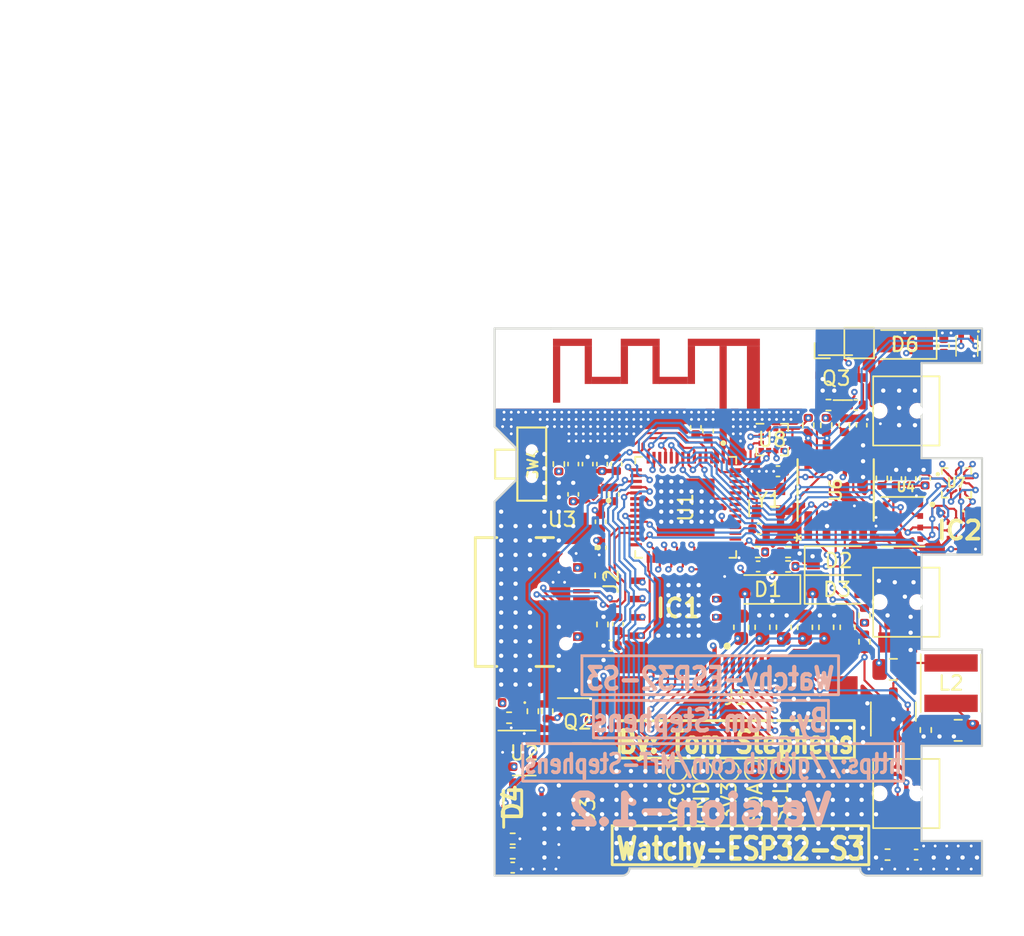
<source format=kicad_pcb>
(kicad_pcb (version 20220427) (generator pcbnew)
  (layers (0 "F.Cu" signal) (1 "In1.Cu" signal) (2 "In2.Cu" signal) (31 "B.Cu" signal) (34 "B.Paste" user) (35 "F.Paste" user) (36 "B.SilkS" user "B.Silkscreen") (37 "F.SilkS" user "F.Silkscreen") (38 "B.Mask" user) (39 "F.Mask" user) (44 "Edge.Cuts" user))
  (net 0 "")
  (net 1 "GND")
  (net 2 "/MCU_Sheet/CHIP_PU")
  (net 3 "/MCU_Sheet/LNA_IN")
  (net 4 "/MCU_Sheet/SPICLK_P")
  (net 5 "VDD_SPI")
  (net 6 "+3V3")
  (net 7 "Net-(D1-K)")
  (net 8 "Net-(D3-A)")
  (net 9 "/MCU_Sheet/PREVGH")
  (net 10 "Net-(J1-Pin_5)")
  (net 11 "Net-(J1-Pin_18)")
  (net 12 "Net-(J1-Pin_20)")
  (net 13 "Net-(J1-Pin_22)")
  (net 14 "Net-(J1-Pin_24)")
  (net 15 "VBUS")
  (net 16 "+BATT")
  (net 17 "VCC")
  (net 18 "BAT_ADC")
  (net 19 "/MCU_Sheet/PREVGL")
  (net 20 "Net-(D5-K)")
  (net 21 "Net-(U2-PROG)")
  (net 22 "/MCU_Sheet/SPICS0")
  (net 23 "/MCU_Sheet/SPID")
  (net 24 "/MCU_Sheet/SPIWP")
  (net 25 "/MCU_Sheet/SPIQ")
  (net 26 "/MCU_Sheet/SPICLK")
  (net 27 "/MCU_Sheet/SPIHD")
  (net 28 "I2C_SCL")
  (net 29 "I2C_SDA")
  (net 30 "BMP_INT")
  (net 31 "D_BUSY")
  (net 32 "D_RES")
  (net 33 "D_DC")
  (net 34 "D_MOSI")
  (net 35 "D_SCK")
  (net 36 "D_SS")
  (net 41 "/MCU_Sheet/RESE")
  (net 42 "/MCU_Sheet/GDR")
  (net 45 "/Power_Managment_Sheet/CC2")
  (net 46 "/Power_Managment_Sheet/CC1")
  (net 48 "Net-(U2-STAT)")
  (net 49 "BTN1")
  (net 50 "BTN2")
  (net 51 "BTN3")
  (net 52 "/MCU_Sheet/MTCK")
  (net 53 "/MCU_Sheet/MTDO")
  (net 54 "/MCU_Sheet/MTDI")
  (net 55 "/MCU_Sheet/MTMS")
  (net 56 "/MCU_Sheet/U0RXD")
  (net 57 "/MCU_Sheet/U0TXD")
  (net 58 "MAG_INT")
  (net 59 "MAG_DRDY")
  (net 60 "RTC_INT")
  (net 62 "/MCU_Sheet/IO46")
  (net 66 "ACCEL_INT1")
  (net 67 "ACCEL_INT2")
  (net 68 "/MCU_Sheet/SPICLK_N")
  (net 71 "/MCU_Sheet/XTAL_P")
  (net 72 "/MCU_Sheet/XTAL_N")
  (net 73 "USB_N")
  (net 74 "USB_P")
  (net 81 "Net-(D6-A)")
  (net 82 "Net-(Q3-B)")
  (net 83 "VIB_PWM")
  (footprint "Capacitor_SMD:C_0402_1005Metric" (layer "F.Cu") (at 140.7 56.5 90)
    (fp_text reference "C28" hide)
    (fp_text value "100nF" hide)
  )
  (footprint "Package_TO_SOT_SMD:SOT-23" (layer "F.Cu") (at 115.6 82.5)
    (fp_text reference "Q2")
    (fp_text value "CJ2301")
  )
  (footprint "BMP390:BMP390" (layer "F.Cu") (at 141.8 69.3)
    (fp_text reference "IC2")
    (fp_text value "BMP390" hide)
  )
  (footprint "DS3231MZ:21-0041B_8" (layer "F.Cu") (at 133.2 66.5 90)
    (fp_text reference "U6")
    (fp_text value "DS3231MZ")
  )
  (footprint "BMM150:XDCR_BMM150" (layer "F.Cu") (at 141.58275 66)
    (fp_text reference "U7")
    (fp_text value "BMM150")
  )
  (footprint "Capacitor_SMD:C_0402_1005Metric" (layer "F.Cu") (at 124.35 62.4 90)
    (fp_text reference "C35" hide)
    (fp_text value "2.2nF" hide)
  )
  (footprint "open-Smartwatch:LGA-12_2x2mm_P0.5mm" (layer "F.Cu") (at 128.8 63)
    (fp_text reference "U8")
    (fp_text value "BMA400")
  )
  (footprint "Watchy:24_Pins_0.5mm_Pitch_ZIF_Connector_UP" (layer "F.Cu") (at 126.32 80.92)
    (fp_text reference "J1")
    (fp_text value "FPC24(0.5MM)")
  )
  (footprint "Watchy:1.25T-2PWT (Molex 532610271)" (layer "F.Cu") (at 115.95 88.7 -90)
    (fp_text reference "J3")
    (fp_text value "Battery")
  )
  (footprint "Resistor_SMD:R_0402_1005Metric" (layer "F.Cu") (at 110.8 90.7)
    (fp_text reference "R10" hide)
    (fp_text value "1M" hide)
  )
  (footprint "Package_TO_SOT_SMD:SOT-23" (layer "F.Cu") (at 137.2 81.875 90)
    (fp_text reference "Q1" hide)
    (fp_text value "AO3400A" hide)
  )
  (footprint "Resistor_SMD:R_0402_1005Metric" (layer "F.Cu") (at 113.2 81.85 90)
    (fp_text reference "R6" hide)
    (fp_text value "10k" hide)
  )
  (footprint "Capacitor_SMD:C_0402_1005Metric" (layer "F.Cu") (at 137.4 65.7 90)
    (fp_text reference "C27" hide)
    (fp_text value "100nF" hide)
  )
  (footprint "Capacitor_SMD:C_0805_2012Metric" (layer "F.Cu") (at 141.7 83.175 180)
    (fp_text reference "C8" hide)
    (fp_text value "4.7uF/50V" hide)
  )
  (footprint "Capacitor_SMD:C_0402_1005Metric" (layer "F.Cu") (at 117 64.7 90)
    (fp_text reference "C30" hide)
    (fp_text value "100nF" hide)
  )
  (footprint "Package_TO_SOT_SMD:SOT-23-5" (layer "F.Cu") (at 111.6 84.75)
    (fp_text reference "U2")
    (fp_text value "TP4054")
  )
  (footprint "NCP167BMX330TBG:REG_NCP167BMX330TBG" (layer "F.Cu") (at 116.4 66.9 180)
    (fp_text reference "U3")
    (fp_text value "NCP167BMX330TBG")
  )
  (footprint "Capacitor_SMD:C_0402_1005Metric" (layer "F.Cu") (at 129.2 65.2)
    (fp_text reference "C1" hide)
    (fp_text value "15pF" hide)
  )
  (footprint "Resistor_SMD:R_0402_1005Metric" (layer "F.Cu") (at 135.2 77.025 90)
    (fp_text reference "R3" hide)
    (fp_text value "10K" hide)
  )
  (footprint "Capacitor_SMD:C_0603_1608Metric" (layer "F.Cu") (at 126.65 76.025 90)
    (fp_text reference "C16" hide)
    (fp_text value "1uF/50V" hide)
  )
  (footprint "Resistor_SMD:R_0402_1005Metric" (layer "F.Cu") (at 129.9 71.8)
    (fp_text reference "R17" hide)
    (fp_text value "10K" hide)
  )
  (footprint "Capacitor_SMD:C_0603_1608Metric" (layer "F.Cu") (at 129.6 76.025 90)
    (fp_text reference "C10" hide)
    (fp_text value "1uF/50V" hide)
  )
  (footprint "W25Q128JVPIQ:SON127P600X500X80-9N-D" (layer "F.Cu") (at 122.3 74.7 180)
    (fp_text reference "IC1")
    (fp_text value "W25Q128JVPIQ" hide)
  )
  (footprint "Capacitor_SMD:C_0402_1005Metric" (layer "F.Cu") (at 133.8 62 90)
    (fp_text reference "C17" hide)
    (fp_text value "100nF" hide)
  )
  (footprint "Capacitor_SMD:C_0805_2012Metric" (layer "F.Cu") (at 137.2 78.95)
    (fp_text reference "C9" hide)
    (fp_text value "4.7uF/50V" hide)
  )
  (footprint "USB4110-GF-A_REVB:GCT_USB4110-GF-A_REVB" (layer "F.Cu") (at 114.49 74.27 -90)
    (fp_text reference "J2")
    (fp_text value "USB4110-GF-A_REVB")
  )
  (footprint "ESP32-S3R8:QFN40P700X700X90-57N" (layer "F.Cu") (at 122.8 67.7 -90)
    (fp_text reference "U1")
    (fp_text value "ESP32-S3")
  )
  (footprint "Watchy:K2-1114SA-A4SW-06" (layer "F.Cu") (at 137.55 74.275 -90)
    (fp_text reference "SW2" hide)
    (fp_text value "BTN")
  )
  (footprint "Diode_SMD:D_SOD-123" (layer "F.Cu") (at 133.3 71.4)
    (fp_text reference "D2")
    (fp_text value "MBR0530")
  )
  (footprint "TestPoint:TestPoint_Pad_D1.0mm" (layer "F.Cu") (at 123.95 86)
    (fp_text reference "GND")
    (fp_text value "TestPoint")
  )
  (footprint "Capacitor_SMD:C_0603_1608Metric" (layer "F.Cu") (at 128.125 76.025 90)
    (fp_text reference "C15" hide)
    (fp_text value "1uF/50V" hide)
  )
  (footprint "Capacitor_SMD:C_0402_1005Metric" (layer "F.Cu") (at 110.8 92.7)
    (fp_text reference "C18" hide)
    (fp_text value "10nF" hide)
  )
  (footprint "Resistor_SMD:R_0402_1005Metric" (layer "F.Cu") (at 132.55 62 -90)
    (fp_text reference "R18" hide)
    (fp_text value "4.7k" hide)
  )
  (footprint "Oscillator:Oscillator_SMD_Abracon_ASDMB-4Pin_2.5x2.0mm" (layer "F.Cu") (at 128.55 67.2)
    (fp_text reference "Y1")
    (fp_text value "40 MHz")
  )
  (footprint "Diode_SMD:D_SOD-123" (layer "F.Cu") (at 128.5 73.4 180)
    (fp_text reference "D1")
    (fp_text value "MBR0530")
  )
  (footprint "Resistor_SMD:R_0402_1005Metric" (layer "F.Cu") (at 117.025 75.825 90)
    (fp_text reference "R13" hide)
    (fp_text value "5.1k" hide)
  )
  (footprint "Capacitor_SMD:C_0603_1608Metric" (layer "F.Cu") (at 134.025 76.025 90)
    (fp_text reference "C12" hide)
    (fp_text value "1uF/50V" hide)
  )
  (footprint "Capacitor_SMD:C_0402_1005Metric" (layer "F.Cu") (at 115 64.7 90)
    (fp_text reference "C3" hide)
    (fp_text value "1uF" hide)
  )
  (footprint "Diode_SMD:D_SOD-123F" (layer "F.Cu") (at 138 56.4 180)
    (fp_text reference "D6")
    (fp_text value "1N4001")
  )
  (footprint "Resistor_SMD:R_0402_1005Metric" (layer "F.Cu") (at 112.2 81.85 90)
    (fp_text reference "R7" hide)
    (fp_text value "10k" hide)
  )
  (footprint "Resistor_SMD:R_0402_1005Metric" (layer "F.Cu") (at 132.7 60.6 180)
    (fp_text reference "R11" hide)
    (fp_text value "1K" hide)
  )
  (footprint "Capacitor_SMD:C_0402_1005Metric" (layer "F.Cu") (at 123.5 62.15 90)
    (fp_text reference "C32" hide)
    (fp_text value "10nF" hide)
  )
  (footprint "Watchy:K2-1114SA-A4SW-06" (layer "F.Cu") (at 137.55 61 -90)
    (fp_text reference "SW1" hide)
    (fp_text value "BTN")
  )
  (footprint "Resistor_SMD:R_0402_1005Metric" (layer "F.Cu") (at 110.55 82.3 180)
    (fp_text reference "R8" hide)
    (fp_text value "1k" hide)
  )
  (footprint "Capacitor_SMD:C_0603_1608Metric" (layer "F.Cu") (at 132.55 76.025 90)
    (fp_text reference "C13" hide)
    (fp_text value "1uF/50V" hide)
  )
  (footprint "Capacitor_SMD:C_0402_1005Metric" (layer "F.Cu") (at 117.8 66.8 -90)
    (fp_text reference "C22" hide)
    (fp_text value "1uF" hide)
  )
  (footprint "Resistor_SMD:R_0402_1005Metric" (layer "F.Cu") (at 135.2 75.2 90)
    (fp_text reference "R15" hide)
    (fp_text value "10K" hide)
  )
  (footprint "TestPoint:TestPoint_Pad_D1.0mm" (layer "F.Cu") (at 122.2 86)
    (fp_text reference "VCC")
    (fp_text value "TestPoint")
  )
  (footprint "Capacitor_SMD:C_0402_1005Metric" (layer "F.Cu") (at 138.78 91.8)
    (fp_text reference "C11" hide)
    (fp_text value "1uF/50V" hide)
  )
  (footprint "Resistor_SMD:R_0402_1005Metric" (layer "F.Cu") (at 131.3 62 -90)
    (fp_text reference "R19" hide)
    (fp_text value "4.7k" hide)
  )
  (footprint "Capacitor_SMD:C_0402_1005Metric" (layer "F.Cu") (at 118 64.7 90)
    (fp_text reference "C29" hide)
    (fp_text value "100nF" hide)
  )
  (footprint "Watchy:K2-1114SA-A4SW-06" (layer "F.Cu") (at 137.55 87.55 -90)
    (fp_text reference "SW3" hide)
    (fp_text value "BTN")
  )
  (footprint "TestPoint:TestPoint_Pad_D1.0mm" (layer "F.Cu") (at 127.6 86)
    (fp_text reference "SDA")
    (fp_text value "TestPoint")
  )
  (footprint "Capacitor_SMD:C_0603_1608Metric" (layer "F.Cu") (at 131.075 76.025 90)
    (fp_text reference "C14" hide)
    (fp_text value "1uF/50V" hide)
  )
  (footprint "LED_SMD:LED_0402_1005Metric" (layer "F.Cu") (at 110.55 81.25 180)
    (fp_text reference "D5" hide)
    (fp_text value "LED" hide)
  )
  (footprint "Resistor_SMD:R_0402_1005Metric" (layer "F.Cu") (at 110.8 91.7 180)
    (fp_text reference "R9" hide)
    (fp_text value "1M" hide)
  )
  (footprint "Package_TO_SOT_SMD:SOT-23" (layer "F.Cu") (at 133.7 58.7)
    (fp_text reference "Q3")
    (fp_text value "S8050")
  )
  (footprint "TestPoint:TestPoint_Pad_D1.0mm" (layer "F.Cu") (at 125.8 86)
    (fp_text reference "3V3")
    (fp_text value "TestPoint")
  )
  (footprint "Capacitor_SMD:C_0402_1005Metric" (layer "F.Cu") (at 115 66.8 -90)
    (fp_text reference "C21" hide)
    (fp_text value "1uF" hide)
  )
  (footprint "open-Smartwatch:button_side_smd" (layer "F.Cu") (at 112.12275 64.7 180)
    (fp_text reference "SW4")
    (fp_text value "SW_Push")
  )
  (footprint "BAT60B:SOD2512X115N" (layer "F.Cu") (at 110.8 88.2 90)
    (fp_text reference "D4")
    (fp_text value "BAT60B" hide)
  )
  (footprint "Capacitor_SMD:C_0402_1005Metric" (layer "F.Cu") (at 116.9 68.7 -90)
    (fp_text reference "C31" hide)
    (fp_text value "1uF" hide)
  )
  (footprint "BME688:IC_BME688" (layer "F.Cu") (at 137.865 68.7)
    (fp_text reference "U4")
    (fp_text value "BME688")
  )
  (footprint "SHT4XA:SHT4XA" (layer "F.Cu") (at 142.3 56.5 -90)
    (fp_text reference "U9" hide)
    (fp_text value "SHT4XA" hide)
  )
  (footprint "Capacitor_SMD:C_0402_1005Metric" (layer "F.Cu") (at 135 62 90)
    (fp_text reference "C4" hide)
    (fp_text value "100nF" hide)
  )
  (footprint "Diode_SMD:D_SOD-123" (layer "F.Cu") (at 133.3 73.4)
    (fp_text reference "D3")
    (fp_text value "MBR0530")
  )
  (footprint "Resistor_SMD:R_0402_1005Metric" (layer "F.Cu") (at 136.4 65.7 90)
    (fp_text reference "R14" hide)
    (fp_text value "10K" hide)
  )
  (footprint "Capacitor_SMD:C_0402_1005Metric" (layer "F.Cu") (at 127.82 71.8 180)
    (fp_text reference "C5" hide)
    (fp_text value "1uF" hide)
  )
  (footprint "Capacitor_SMD:C_0402_1005Metric" (layer "F.Cu") (at 139.4 65.7 90)
    (fp_text reference "C26" hide)
    (fp_text value "100nF" hide)
  )
  (footprint "TestPoint:TestPoint_Pad_D1.0mm" (layer "F.Cu") (at 129.4 86)
    (fp_text reference "SCL")
    (fp_text value "TestPoint")
  )
  (footprint "Watchy:SWRA117D" (layer "F.Cu") (at 110.925 60.9)
    (fp_text reference "AE1" hide)
    (fp_text value "Device_Antenna_Chip" hide)
  )
  (footprint "Resistor_SMD:R_0402_1005Metric" (layer "F.Cu") (at 127.8 70.8 180)
    (fp_text reference "R4" hide)
    (fp_text value "100k" hide)
  )
  (footprint "Capacitor_SMD:C_0402_1005Metric" (layer "F.Cu") (at 127.9 69.2 180)
    (fp_text reference "C2" hide)
    (fp_text value "15pF" hide)
  )
  (footprint "Capacitor_SMD:C_0402_1005Metric" (layer "F.Cu") (at 117.6 77.3 180)
    (fp_text reference "C7" hide)
    (fp_text value "0.1uF" hide)
  )
  (footprint "Capacitor_SMD:C_0402_1005Metric" (layer "F.Cu") (at 138.4 65.7 90)
    (fp_text reference "C25" hide)
    (fp_text value "100nF" hide)
  )
  (footprint "Resistor_SMD:R_0402_1005Metric" (layer "F.Cu") (at 129.9 70.8)
    (fp_text reference "R2" hide)
    (fp_text value "442k" hide)
  )
  (footprint "Resistor_SMD:R_0402_1005Metric" (layer "F.Cu") (at 114 64.7 90)
    (fp_text reference "R1" hide)
    (fp_text value "100k" hide)
  )
  (footprint "Capacitor_SMD:C_0402_1005Metric" (layer "F.Cu") (at 116.9 70.5 -90)
    (fp_text reference "C33" hide)
    (fp_text value "0.1uF" hide)
  )
  (footprint "Watchy:Motor_Header" (layer "F.Cu") (at 132.8 56.3 90)
    (fp_text reference "M1" hide)
    (fp_text value "Vibration_Motor" hide)
  )
  (footprint "Resistor_SMD:R_0402_1005Metric" (layer "F.Cu") (at 116.9 72.425 90)
    (fp_text reference "R12" hide)
    (fp_text value "5.1k" hide)
  )
  (footprint "Inductor_SMD:L_Taiyo-Yuden_NR-40xx" (layer "F.Cu") (at 141.2 79.9 -90)
    (fp_text reference "L2")
    (fp_text value "10uH 1A")
  )
  (footprint "Capacitor_SMD:C_0402_1005Metric" (layer "F.Cu") (at 134.6 60.6)
    (fp_text reference "C19" hide)
    (fp_text value "100nF" hide)
  )
  (footprint "Capacitor_SMD:C_0402_1005Metric" (layer "F.Cu") (at 118.1 75.8 90)
    (fp_text reference "C6" hide)
    (fp_text value "1uF" hide)
  )
  (footprint "Resistor_SMD:R_0402_1005Metric" (layer "F.Cu") (at 139.45 83.15 90)
    (fp_text reference "R5" hide)
    (fp_text value "3" hide)
  )
  (footprint "Resistor_SMD:R_0402_1005Metric" (layer "F.Cu") (at 136.8 91.8)
    (fp_text reference "R16" hide)
    (fp_text value "10K" hide)
  )
  (footprint "Capacitor_SMD:C_0402_1005Metric" (layer "F.Cu") (at 116 64.7 90)
    (fp_text reference "C34" hide)
    (fp_text value "1uF" hide)
  )
  (gr_rect (start 115.6 80.7) (end 133.4 78) (stroke (width 0.2)) (fill none) (layer "B.SilkS"))
  (gr_rect (start 111.5 86.7) (end 137.9 84.1) (stroke (width 0.2)) (fill none) (layer "B.SilkS"))
  (gr_rect (start 116.4 83.7) (end 132.7 81.1) (stroke (width 0.2)) (fill none) (layer "B.SilkS"))
  (gr_rect (start 118.2 82.5) (end 134.5 85.1) (stroke (width 0.2)) (fill none) (layer "F.SilkS"))
  (gr_rect (start 117.7 89.8) (end 135.5 92.5) (stroke (width 0.2)) (fill none) (layer "F.SilkS"))
  (gr_line (start 139.15 77.57) (end 143.35 77.57) (stroke (width 0.15)) (layer "Edge.Cuts"))
  (gr_line (start 109.55 93.25) (end 113.45 93.25) (stroke (width 0.15)) (layer "Edge.Cuts"))
  (gr_line (start 143.35 93.25) (end 143.35 90.85) (stroke (width 0.15)) (layer "Edge.Cuts"))
  (gr_line (start 139.15 84.25) (end 143.35 84.25) (stroke (width 0.15)) (layer "Edge.Cuts"))
  (gr_line (start 111.05 63.6) (end 111.05 65.8) (stroke (width 0.15)) (layer "Edge.Cuts"))
  (gr_line (start 109.55 55.29) (end 109.55 62.1) (stroke (width 0.16)) (layer "Edge.Cuts"))
  (gr_arc (start 135.4 93.25) (mid 135.046447 93.103553) (end 134.9 92.75) (stroke (width 0.15)) (layer "Edge.Cuts"))
  (gr_arc (start 118.9 92.75) (mid 118.753553 93.103553) (end 118.4 93.25) (stroke (width 0.15)) (layer "Edge.Cuts"))
  (gr_line (start 139.15 57.69) (end 139.15 64.29) (stroke (width 0.15)) (layer "Edge.Cuts"))
  (gr_line (start 143.35 70.97) (end 139.15 70.97) (stroke (width 0.15)) (layer "Edge.Cuts"))
  (gr_line (start 139.45 93.25) (end 135.4 93.25) (stroke (width 0.15)) (layer "Edge.Cuts"))
  (gr_line (start 113.45 93.25) (end 118.4 93.25) (stroke (width 0.15)) (layer "Edge.Cuts"))
  (gr_line (start 109.55 93.25) (end 109.55 67.3) (stroke (width 0.15)) (layer "Edge.Cuts"))
  (gr_line (start 143.35 77.57) (end 143.35 84.25) (stroke (width 0.15)) (layer "Edge.Cuts"))
  (gr_line (start 143.35 55.29) (end 143.35 57.69) (stroke (width 0.15)) (layer "Edge.Cuts"))
  (gr_line (start 139.15 64.29) (end 143.35 64.29) (stroke (width 0.15)) (layer "Edge.Cuts"))
  (gr_line (start 143.35 64.29) (end 143.35 70.97) (stroke (width 0.15)) (layer "Edge.Cuts"))
  (gr_line (start 139.45 55.29) (end 143.35 55.29) (stroke (width 0.15)) (layer "Edge.Cuts"))
  (gr_line (start 118.9 92.75) (end 134.9 92.75) (stroke (width 0.15)) (layer "Edge.Cuts"))
  (gr_line (start 139.15 90.85) (end 139.15 84.25) (stroke (width 0.15)) (layer "Edge.Cuts"))
  (gr_line (start 139.45 55.29) (end 113.45 55.29) (stroke (width 0.15)) (layer "Edge.Cuts"))
  (gr_line (start 143.35 57.69) (end 139.15 57.69) (stroke (width 0.15)) (layer "Edge.Cuts"))
  (gr_line (start 109.55 67.3) (end 111.05 65.8) (stroke (width 0.15)) (layer "Edge.Cuts"))
  (gr_line (start 139.45 93.25) (end 143.35 93.25) (stroke (width 0.15)) (layer "Edge.Cuts"))
  (gr_line (start 109.55 62.1) (end 111.05 63.6) (stroke (width 0.15)) (layer "Edge.Cuts"))
  (gr_line (start 143.35 90.85) (end 139.15 90.85) (stroke (width 0.15)) (layer "Edge.Cuts"))
  (gr_line (start 139.15 70.97) (end 139.15 77.57) (stroke (width 0.15)) (layer "Edge.Cuts"))
  (gr_line (start 109.55 55.29) (end 113.45 55.29) (stroke (width 0.15)) (layer "Edge.Cuts"))
  (gr_text "https://github.com/MrT-Stephens" (at 124.7 85.5) (layer "B.SilkS") (effects (font (size 1.3 1) (thickness 0.25) bold) (justify mirror)))
  (gr_text "By: Tom Stephens" (at 124.5 82.5) (layer "B.SilkS") (effects (font (size 1.5 1.2) (thickness 0.3) bold) (justify mirror)))
  (gr_text "Version-1.2" (at 123.8 88.7) (layer "B.SilkS") (effects (font (size 2 2) (thickness 0.5) bold) (justify mirror)))
  (gr_text "Watchy-ESP32-S3" (at 124.5 79.6) (layer "B.SilkS") (effects (font (size 1.5 1.2) (thickness 0.3) bold) (justify mirror)))
  (gr_text "By: Tom Stephens" (at 126.3 84) (layer "F.SilkS") (effects (font (size 1.5 1.2) (thickness 0.3) bold)))
  (gr_text "Watchy-ESP32-S3" (at 126.6 91.4) (layer "F.SilkS") (effects (font (size 1.5 1.2) (thickness 0.3) bold)))
  (segment (start 124.07 85.07) (end 124.07 85.88) (width 0.15) (layer "F.Cu") (net 1))
  (segment (start 141.25075 66.74925) (end 141.4 66.6) (width 0.15) (layer "F.Cu") (net 1))
  (segment (start 136.4 66.21) (end 136.41 66.21) (width 0.15) (layer "F.Cu") (net 1))
  (segment (start 140.702009 65.700489) (end 140.9 65.89848) (width 0.15) (layer "F.Cu") (net 1))
  (segment (start 130.41 70.21) (end 130.41 70.8) (width 0.3) (layer "F.Cu") (net 1))
  (segment (start 115 66) (end 116.4 66) (width 0.3) (layer "F.Cu") (net 1))
  (segment (start 135.9 68.9) (end 136 69) (width 0.15) (layer "F.Cu") (net 1))
  (segment (start 136.665 68.3) (end 136.1 68.3) (width 0.15) (layer "F.Cu") (net 1))
  (segment (start 142.43152 66.03152) (end 142.2 66.03152) (width 0.15) (layer "F.Cu") (net 1))
  (segment (start 113.2 62.1) (end 113.109228 62.1) (width 0.15) (layer "F.Cu") (net 1))
  (segment (start 137.165 70.4) (end 136.665 69.9) (width 0.15) (layer "F.Cu") (net 1))
  (segment (start 140.8 55.7) (end 141 55.7) (width 0.15) (layer "F.Cu") (net 1))
  (segment (start 112.7 62.509228) (end 112.7 63.7) (width 0.15) (layer "F.Cu") (net 1))
  (segment (start 112.2 81.34) (end 112.14 81.34) (width 0.3) (layer "F.Cu") (net 1))
  (segment (start 129.5625 62.8625) (end 129.7 63) (width 0.15) (layer "F.Cu") (net 1))
  (segment (start 135.9 69.5) (end 136.3 69.9) (width 0.15) (layer "F.Cu") (net 1))
  (segment (start 142.9 66.5) (end 142.43152 66.03152) (width 0.15) (layer "F.Cu") (net 1))
  (segment (start 125.5 72.6) (end 125.5 72.5) (width 0.15) (layer "F.Cu") (net 1))
  (segment (start 124.07 76.97) (end 123.7 76.6) (width 0.15) (layer "F.Cu") (net 1))
  (segment (start 112.7 63.7) (end 113 64) (width 0.15) (layer "F.Cu") (net 1))
  (segment (start 141.4 66.6) (end 141.48123 66.6) (width 0.15) (layer "F.Cu") (net 1))
  (segment (start 131.6 71.1) (end 131.35 71.1) (width 0.3) (layer "F.Cu") (net 1))
  (segment (start 124.07 78.57) (end 124.07 76.97) (width 0.15) (layer "F.Cu") (net 1))
  (segment (start 139.880489 65.700489) (end 140.702009 65.700489) (width 0.15) (layer "F.Cu") (net 1))
  (segment (start 138.42 65.22) (end 139.3 65.1) (width 0.15) (layer "F.Cu") (net 1))
  (segment (start 140.6 55.6) (end 141.2 55.6) (width 0.15) (layer "F.Cu") (net 1))
  (segment (start 129.375 69.175) (end 130.41 70.21) (width 0.3) (layer "F.Cu") (net 1))
  (segment (start 125.184022 72.8) (end 125.8 72.8) (width 0.15) (layer "F.Cu") (net 1))
  (segment (start 140.6 55.6) (end 140.28 55.6) (width 0.15) (layer "F.Cu") (net 1))
  (segment (start 111.8 80.2) (end 112 80) (width 0.3) (layer "F.Cu") (net 1))
  (segment (start 124.07 84.93) (end 124 85) (width 0.15) (layer "F.Cu") (net 1))
  (segment (start 126.790852 71.2) (end 126.5 71.2) (width 0.15) (layer "F.Cu") (net 1))
  (segment (start 117.08 66.32) (end 117.8 66.32) (width 0.3) (layer "F.Cu") (net 1))
  (segment (start 124.07 85.88) (end 124 85.95) (width 0.15) (layer "F.Cu") (net 1))
  (segment (start 141.2 67.3) (end 141.2 67.2) (width 0.15) (layer "F.Cu") (net 1))
  (segment (start 135.2 76.515) (end 135.105852 76.515) (width 0.15) (layer "F.Cu") (net 1))
  (segment (start 141.04827 66.59752) (end 140.98175 66.59752) (width 0.15) (layer "F.Cu") (net 1))
  (segment (start 128.38 69.2) (end 129.4 69.2) (width 0.3) (layer "F.Cu") (net 1))
  (segment (start 124.07 78.57) (end 124.07 84.93) (width 0.15) (layer "F.Cu") (net 1))
  (segment (start 116.4 66) (end 116.88 66.48) (width 0.3) (layer "F.Cu") (net 1))
  (segment (start 140.7 55.8) (end 140.8 55.7) (width 0.15) (layer "F.Cu") (net 1))
  (segment (start 141 55.7) (end 141.05 55.75) (width 0.15) (layer "F.Cu") (net 1))
  (segment (start 136.41 66.21) (end 137.4 65.1) (width 0.15) (layer "F.Cu") (net 1))
  (segment (start 129.5625 62.75) (end 129.5625 62.8625) (width 0.15) (layer "F.Cu") (net 1))
  (segment (start 129.4 69.2) (end 129.375 69.175) (width 0.3) (layer "F.Cu") (net 1))
  (segment (start 116.88 66.575) (end 116.88 66.52) (width 0.3) (layer "F.Cu") (net 1))
  (segment (start 135.9 69.1) (end 135.9 69.5) (width 0.15) (layer "F.Cu") (net 1))
  (segment (start 141.2 66.74925) (end 141.25075 66.74925) (width 0.15) (layer "F.Cu") (net 1))
  (segment (start 141.038 69.862) (end 140.5 70.4) (width 0.15) (layer "F.Cu") (net 1))
  (segment (start 126.245 67.1) (end 124.1 67.1) (width 0.15) (layer "F.Cu") (net 1))
  (segment (start 112.14 81.34) (end 111.8 81) (width 0.3) (layer "F.Cu") (net 1))
  (segment (start 135.105852 76.515) (end 134.6 76.009148) (width 0.15) (layer "F.Cu") (net 1))
  (segment (start 142.562 69.8) (end 142.562 69.3) (width 0.15) (layer "F.Cu") (net 1))
  (segment (start 137.4 65.22) (end 138.18 65.22) (width 0.15) (layer "F.Cu") (net 1))
  (segment (start 138.3 65.1) (end 138.42 65.22) (width 0.15) (layer "F.Cu") (net 1))
  (segment (start 128.57 79.27) (end 129 79.7) (width 0.15) (layer "F.Cu") (net 1))
  (segment (start 126.1 73.1) (end 126.1 74.7) (width 0.15) (layer "F.Cu") (net 1))
  (segment (start 142.9 70.6) (end 142.9 70.138) (width 0.15) (layer "F.Cu") (net 1))
  (segment (start 137.4 65.1) (end 137.4 65.22) (width 0.15) (layer "F.Cu") (net 1))
  (segment (start 125.8 72.8) (end 126.1 73.1) (width 0.15) (layer "F.Cu") (net 1))
  (segment (start 131.65 71.4) (end 131.6 71.35) (width 0.3) (layer "F.Cu") (net 1))
  (segment (start 136.3 69.9) (end 136.665 69.9) (width 0.15) (layer "F.Cu") (net 1))
  (segment (start 116.625 66.575) (end 116.88 66.575) (width 0.3) (layer "F.Cu") (net 1))
  (segment (start 111.8 81) (end 111.8 80.2) (width 0.3) (layer "F.Cu") (net 1))
  (segment (start 129.375 69.175) (end 129.375 67.975) (width 0.3) (layer "F.Cu") (net 1))
  (segment (start 124 85.95) (end 124 86) (width 0.15) (layer "F.Cu") (net 1))
  (segment (start 125.305 72.795) (end 125.5 72.6) (width 0.15) (layer "F.Cu") (net 1))
  (segment (start 125.15 72.795) (end 125.179022 72.795) (width 0.15) (layer "F.Cu") (net 1))
  (segment (start 136 69) (end 135.9 69.1) (width 0.15) (layer "F.Cu") (net 1))
  (segment (start 130.6 70.8) (end 130.41 70.8) (width 0.3) (layer "F.Cu") (net 1))
  (segment (start 135.9 68.5) (end 135.9 68.9) (width 0.15) (layer "F.Cu") (net 1))
  (segment (start 139.065 67.165) (end 138.8 66.9) (width 0.15) (layer "F.Cu") (net 1))
  (segment (start 134.6 75.825) (end 134.025 75.25) (width 0.15) (layer "F.Cu") (net 1))
  (segment (start 113.109228 62.1) (end 112.7 62.509228) (width 0.15) (layer "F.Cu") (net 1))
  (segment (start 139.3 65.1) (end 139.4 65.22) (width 0.15) (layer "F.Cu") (net 1))
  (segment (start 124.1 67.1) (end 123.9 67.3) (width 0.15) (layer "F.Cu") (net 1))
  (segment (start 136 68.4) (end 135.9 68.5) (width 0.15) (layer "F.Cu") (net 1))
  (segment (start 124 86) (end 123.95 86) (width 0.15) (layer "F.Cu") (net 1))
  (segment (start 116.4 66.9) (end 116.4 66.8) (width 0.3) (layer "F.Cu") (net 1))
  (segment (start 116.88 66.52) (end 117.08 66.32) (width 0.3) (layer "F.Cu") (net 1))
  (segment (start 129.7 63) (end 129.5625 63.1375) (width 0.15) (layer "F.Cu") (net 1))
  (segment (start 136.1 68.3) (end 136 68.4) (width 0.15) (layer "F.Cu") (net 1))
  (segment (start 124 85) (end 124.07 85.07) (width 0.15) (layer "F.Cu") (net 1))
  (segment (start 127.75 62.25) (end 127.6 62.1) (width 0.15) (layer "F.Cu") (net 1))
  (segment (start 134.6 76.009148) (end 134.6 75.825) (width 0.15) (layer "F.Cu") (net 1))
  (segment (start 140.6 55.92) (end 140.6 55.6) (width 0.15) (layer "F.Cu") (net 1))
  (segment (start 140.7 56.02) (end 140.28 55.6) (width 0.15) (layer "F.Cu") (net 1))
  (segment (start 128.0375 62.25) (end 127.75 62.25) (width 0.15) (layer "F.Cu") (net 1))
  (segment (start 127.34 71.8) (end 127.34 71.749148) (width 0.15) (layer "F.Cu") (net 1))
  (segment (start 141.05 55.75) (end 141.2 55.6) (width 0.15) (layer "F.Cu") (net 1))
  (segment (start 141.2 66.74925) (end 141.04827 66.59752) (width 0.15) (layer "F.Cu") (net 1))
  (segment (start 139.065 67.5) (end 139.065 67.165) (width 0.15) (layer "F.Cu") (net 1))
  (segment (start 141.038 68.8) (end 141.038 68.6375) (width 0.15) (layer "F.Cu") (net 1))
  (segment (start 126.1 74.7) (end 126.65 75.25) (width 0.15) (layer "F.Cu") (net 1))
  (segment (start 129.5625 63.1375) (end 129.5625 63.25) (width 0.15) (layer "F.Cu") (net 1))
  (segment (start 128.57 78.57) (end 128.57 79.27) (width 0.15) (layer "F.Cu") (net 1))
  (segment (start 141.038 69.8) (end 141.038 69.862) (width 0.15) (layer "F.Cu") (net 1))
  (segment (start 131.05 70.8) (end 130.8 70.8) (width 0.3) (layer "F.Cu") (net 1))
  (segment (start 140.5 70.4) (end 137.165 70.4) (width 0.15) (layer "F.Cu") (net 1))
  (segment (start 140.7 56.02) (end 140.6 55.92) (width 0.15) (layer "F.Cu") (net 1))
  (segment (start 116.88 66.48) (end 116.88 66.575) (width 0.3) (layer "F.Cu") (net 1))
  (segment (start 141.2 66.74925) (end 141.2 67.3) (width 0.15) (layer "F.Cu") (net 1))
  (segment (start 131.6 71.35) (end 131.6 71.1) (width 0.3) (layer "F.Cu") (net 1))
  (segment (start 140.18 55.5) (end 138.1 55.5) (width 0.15) (layer "F.Cu") (net 1))
  (segment (start 138.18 65.22) (end 138.3 65.1) (width 0.15) (layer "F.Cu") (net 1))
  (segment (start 139.4 65.22) (end 139.880489 65.700489) (width 0.15) (layer "F.Cu") (net 1))
  (segment (start 140.28 55.6) (end 140.18 55.5) (width 0.15) (layer "F.Cu") (net 1))
  (segment (start 125.179022 72.795) (end 125.184022 72.8) (width 0.15) (layer "F.Cu") (net 1))
  (segment (start 140.7 56.02) (end 140.7 55.8) (width 0.15) (layer "F.Cu") (net 1))
  (segment (start 138.1 55.5) (end 138 55.6) (width 0.15) (layer "F.Cu") (net 1))
  (segment (start 125.15 72.795) (end 125.305 72.795) (width 0.15) (layer "F.Cu") (net 1))
  (segment (start 116.4 66.8) (end 116.625 66.575) (width 0.3) (layer "F.Cu") (net 1))
  (segment (start 127.34 71.749148) (end 126.790852 71.2) (width 0.15) (layer "F.Cu") (net 1))
  (segment (start 130.8 70.8) (end 130.7 70.9) (width 0.3) (layer "F.Cu") (net 1))
  (segment (start 130.7 70.9) (end 130.6 70.8) (width 0.3) (layer "F.Cu") (net 1))
  (segment (start 131.35 71.1) (end 131.05 70.8) (width 0.3) (layer "F.Cu") (net 1))
  (segment (start 142.9 70.138) (end 142.562 69.8) (width 0.15) (layer "F.Cu") (net 1))
  (segment (start 141.038 68.6375) (end 140.5 68.0995) (width 0.15) (layer "F.Cu") (net 1))
  (via (at 121.6 76.6) (size 0.6) (drill 0.3) (layers "F.Cu" "B.Cu") (net 1))
  (via (at 133 88) (size 0.6) (drill 0.3) (layers "F.Cu" "B.Cu") (net 1))
  (via (at 140.9 91.2) (size 0.45) (drill 0.2) (layers "F.Cu" "B.Cu") (net 1))
  (via (at 135 89) (size 0.6) (drill 0.3) (layers "F.Cu" "B.Cu") (net 1))
  (via (at 130.3 83) (size 0.6) (drill 0.3) (layers "F.Cu" "B.Cu") (net 1))
  (via (at 117.2 61.6) (size 0.45) (drill 0.2) (layers "F.Cu" "B.Cu") (net 1))
  (via (at 138 73.9) (size 0.6) (drill 0.3) (layers "F.Cu" "B.Cu") (net 1))
  (via (at 116.2 62.1) (size 0.45) (drill 0.2) (layers "F.Cu" "B.Cu") (net 1))
  (via (at 124 89) (size 0.6) (drill 0.3) (layers "F.Cu" "B.Cu") (net 1))
  (via (at 110.8 84.7) (size 0.45) (drill 0.2) (layers "F.Cu" "B.Cu") (net 1))
  (via (at 126.6 63.1) (size 0.45) (drill 0.2) (layers "F.Cu" "B.Cu") (net 1))
  (via (at 129 87) (size 0.6) (drill 0.3) (layers "F.Cu" "B.Cu") (net 1))
  (via (at 131 86) (size 0.6) (drill 0.3) (layers "F.Cu" "B.Cu") (net 1))
  (via (at 123.2 61.6) (size 0.45) (drill 0.2) (layers "F.Cu" "B.Cu") (net 1))
  (via (at 119 92) (size 0.6) (drill 0.3) (layers "F.Cu" "B.Cu") (net 1))
  (via (at 123.9 66.6) (size 0.6) (drill 0.3) (layers "F.Cu" "B.Cu") (net 1))
  (via (at 136.3 61.9) (size 0.45) (drill 0.2) (layers "F.Cu" "B.Cu") (net 1))
  (via (at 121.6 75.2) (size 0.6) (drill 0.3) (layers "F.Cu" "B.Cu") (net 1))
  (via (at 115.7 61.1) (size 0.45) (drill 0.2) (layers "F.Cu" "B.Cu") (net 1))
  (via (at 127 92) (size 0.6) (drill 0.3) (layers "F.Cu" "B.Cu") (net 1))
  (via (at 117.1 77.3) (size 0.6) (drill 0.3) (layers "F.Cu" "B.Cu") (net 1))
  (via (at 116.2 81) (size 0.45) (drill 0.2) (layers "F.Cu" "B.Cu") (net 1))
  (via (at 118.7 61.6) (size 0.45) (drill 0.2) (layers "F.Cu" "B.Cu") (net 1))
  (via (at 111 77) (size 0.6) (drill 0.3) (layers "F.Cu" "B.Cu") (net 1))
  (via (at 116.2 63.1) (size 0.45) (drill 0.2) (layers "F.Cu" "B.Cu") (net 1))
  (via (at 110 68) (size 0.6) (drill 0.3) (layers "F.Cu" "B.Cu") (net 1))
  (via (at 138.4 76.4) (size 0.6) (drill 0.3) (layers "F.Cu" "B.Cu") (net 1))
  (via (at 119 86) (size 0.6) (drill 0.3) (layers "F.Cu" "B.Cu") (net 1))
  (via (at 122.3 76.6) (size 0.6) (drill 0.3) (layers "F.Cu" "B.Cu") (net 1))
  (via (at 129 89) (size 0.6) (drill 0.3) (layers "F.Cu" "B.Cu") (net 1))
  (via (at 126.5 71.2) (size 0.45) (drill 0.2) (layers "F.Cu" "B.Cu") (net 1))
  (via (at 114.7 61.1) (size 0.45) (drill 0.2) (layers "F.Cu" "B.Cu") (net 1))
  (via (at 130.3 82) (size 0.6) (drill 0.3) (layers "F.Cu" "B.Cu") (net 1))
  (via (at 111 69) (size 0.6) (drill 0.3) (layers "F.Cu" "B.Cu") (net 1))
  (via (at 120.9 76.6) (size 0.6) (drill 0.3) (layers "F.Cu" "B.Cu") (net 1))
  (via (at 120.7 61.1) (size 0.45) (drill 0.2) (layers "F.Cu" "B.Cu") (net 1))
  (via (at 136.2 72.8) (size 0.6) (drill 0.3) (layers "F.Cu" "B.Cu") (net 1))
  (via (at 123.2 66.6) (size 0.6) (drill 0.3) (layers "F.Cu" "B.Cu") (net 1))
  (via (at 139.3 65.1) (size 0.6) (drill 0.3) (layers "F.Cu" "B.Cu") (net 1))
  (via (at 134 90) (size 0.6) (drill 0.3) (layers "F.Cu" "B.Cu") (net 1))
  (via (at 114 89) (size 0.6) (drill 0.3) (layers "F.Cu" "B.Cu") (net 1))
  (via (at 133 87) (size 0.6) (drill 0.3) (layers "F.Cu" "B.Cu") (net 1))
  (via (at 121.2 61.1) (size 0.45) (drill 0.2) (layers "F.Cu" "B.Cu") (net 1))
  (via (at 129 88) (size 0.6) (drill 0.3) (layers "F.Cu" "B.Cu") (net 1))
  (via (at 119 91) (size 0.6) (drill 0.3) (layers "F.Cu" "B.Cu") (net 1))
  (via (at 136 68.4) (size 0.45) (drill 0.2) (layers "F.Cu" "B.Cu") (net 1))
  (via (at 114.7 62.6) (size 0.45) (drill 0.2) (layers "F.Cu" "B.Cu") (net 1))
  (via (at 110 79) (size 0.6) (drill 0.3) (layers "F.Cu" "B.Cu") (net 1))
  (via (at 117.2 61.1) (size 0.45) (drill 0.2) (layers "F.Cu" "B.Cu") (net 1))
  (via (at 123 92) (size 0.6) (drill 0.3) (layers "F.Cu" "B.Cu") (net 1))
  (via (at 134 89) (size 0.6) (drill 0.3) (layers "F.Cu" "B.Cu") (net 1))
  (via (at 136 89) (size 0.6) (drill 0.3) (layers "F.Cu" "B.Cu") (net 1))
  (via (at 125 92) (size 0.6) (drill 0.3) (layers "F.Cu" "B.Cu") (net 1))
  (via (at 141.4 83.6) (size 0.6) (drill 0.3) (layers "F.Cu" "B.Cu") (net 1))
  (via (at 121 86) (size 0.6) (drill 0.3) (layers "F.Cu" "B.Cu") (net 1))
  (via (at 112 78) (size 0.6) (drill 0.3) (layers "F.Cu" "B.Cu") (net 1))
  (via (at 142.9 70.6) (size 0.45) (drill 0.2) (layers "F.Cu" "B.Cu") (net 1))
  (via (at 135 88) (size 0.6) (drill 0.3) (layers "F.Cu" "B.Cu") (net 1))
  (via (at 142.8 57.2) (size 0.45) (drill 0.2) (layers "F.Cu" "B.Cu") (net 1))
  (via (at 127.1 61.6) (size 0.45) (drill 0.2) (layers "F.Cu" "B.Cu") (net 1))
  (via (at 114 87) (size 0.6) (drill 0.3) (layers "F.Cu" "B.Cu") (net 1))
  (via (at 127.1 61.1) (size 0.45) (drill 0.2) (layers "F.Cu" "B.Cu") (net 1))
  (via (at 119.2 62.1) (size 0.45) (drill 0.2) (layers "F.Cu" "B.Cu") (net 1))
  (via (at 135 87) (size 0.6) (drill 0.3) (layers "F.Cu" "B.Cu") (net 1))
  (via (at 110 70) (size 0.6) (drill 0.3) (layers "F.Cu" "B.Cu") (net 1))
  (via (at 141 92) (size 0.6) (drill 0.3) (layers "F.Cu" "B.Cu") (net 1))
  (via (at 126.6 61.1) (size 0.45) (drill 0.2) (layers "F.Cu" "B.Cu") (net 1))
  (via (at 112 70) (size 0.6) (drill 0.3) (layers "F.Cu" "B.Cu") (net 1))
  (via (at 131.3 81) (size 0.6) (drill 0.3) (layers "F.Cu" "B.Cu") (net 1))
  (via (at 127.1 62.1) (size 0.45) (drill 0.2) (layers "F.Cu" "B.Cu") (net 1))
  (via (at 129.1 61.1) (size 0.45) (drill 0.2) (layers "F.Cu" "B.Cu") (net 1))
  (via (at 116.2 61.1) (size 0.45) (drill 0.2) (layers "F.Cu" "B.Cu") (net 1))
  (via (at 126 91) (size 0.6) (drill 0.3) (layers "F.Cu" "B.Cu") (net 1))
  (via (at 128 91) (size 0.6) (drill 0.3) (layers "F.Cu" "B.Cu") (net 1))
  (via (at 119.2 61.6) (size 0.45) (drill 0.2) (layers "F.Cu" "B.Cu") (net 1))
  (via (at 133.3 83) (size 0.6) (drill 0.3) (layers "F.Cu" "B.Cu") (net 1))
  (via (at 123 75.9) (size 0.6) (drill 0.3) (layers "F.Cu" "B.Cu") (net 1))
  (via (at 123.7 74.5) (size 0.6) (drill 0.3) (layers "F.Cu" "B.Cu") (net 1))
  (via (at 121 90) (size 0.6) (drill 0.3) (layers "F.Cu" "B.Cu") (net 1))
  (via (at 125 90) (size 0.6) (drill 0.3) (layers "F.Cu" "B.Cu") (net 1))
  (via (at 126 89) (size 0.6) (drill 0.3) (layers "F.Cu" "B.Cu") (net 1))
  (via (at 131.3 84) (size 0.6) (drill 0.3) (layers "F.Cu" "B.Cu") (net 1))
  (via (at 122 87) (size 0.6) (drill 0.3) (layers "F.Cu" "B.Cu") (net 1))
  (via (at 133.1 75.2) (size 0.6) (drill 0.3) (layers "F.Cu" "B.Cu") (net 1))
  (via (at 117.7 63.1) (size 0.45) (drill 0.2) (layers "F.Cu" "B.Cu") (net 1))
  (via (at 110 72) (size 0.6) (drill 0.3) (layers "F.Cu" "B.Cu") (net 1))
  (via (at 131.3 83) (size 0.6) (drill 0.3) (layers "F.Cu" "B.Cu") (net 1))
  (via (at 116.7 62.6) (size 0.45) (drill 0.2) (layers "F.Cu" "B.Cu") (net 1))
  (via (at 128.6 61.6) (size 0.45) (drill 0.2) (layers "F.Cu" "B.Cu") (net 1))
  (via (at 117.7 61.6) (size 0.45) (drill 0.2) (layers "F.Cu" "B.Cu") (net 1))
  (via (at 123.7 76.6) (size 0.6) (drill 0.3) (layers "F.Cu" "B.Cu") (net 1))
  (via (at 111 70) (size 0.6) (drill 0.3) (layers "F.Cu" "B.Cu") (net 1))
  (via (at 110.2 61.6) (size 0.45) (drill 0.2) (layers "F.Cu" "B.Cu") (net 1))
  (via (at 121.7 61.1) (size 0.45) (drill 0.2) (layers "F.Cu" "B.Cu") (net 1))
  (via (at 114.2 61.6) (size 0.45) (drill 0.2) (layers "F.Cu" "B.Cu") (net 1))
  (via (at 128.1 61.1) (size 0.45) (drill 0.2) (layers "F.Cu" "B.Cu") (net 1))
  (via (at 121.6 73.8) (size 0.6) (drill 0.3) (layers "F.Cu" "B.Cu") (net 1))
  (via (at 123.9 67.3) (size 0.6) (drill 0.3) (layers "F.Cu" "B.Cu") (net 1))
  (via (at 113 90) (size 0.6) (drill 0.3) (layers "F.Cu" "B.Cu") (net 1))
  (via (at 128.8 74.2) (size 0.6) (drill 0.3) (layers "F.Cu" "B.Cu") (net 1))
  (via (at 113 67) (size 0.6) (drill 0.3) (layers "F.Cu" "B.Cu") (net 1))
  (via (at 123.7 61.1) (size 0.45) (drill 0.2) (layers "F.Cu" "B.Cu") (net 1))
  (via (at 114 67) (size 0.6) (drill 0.3) (layers "F.Cu" "B.Cu") (net 1))
  (via (at 115 90) (size 0.6) (drill 0.3) (layers "F.Cu" "B.Cu") (net 1))
  (via (at 119 89) (size 0.6) (drill 0.3) (layers "F.Cu" "B.Cu") (net 1))
  (via (at 115.7 63.1) (size 0.45) (drill 0.2) (layers "F.Cu" "B.Cu") (net 1))
  (via (at 122.5 66.6) (size 0.6) (drill 0.3) (layers "F.Cu" "B.Cu") (net 1))
  (via (at 119 88) (size 0.6) (drill 0.3) (layers "F.Cu" "B.Cu") (net 1))
  (via (at 114.2 62.1) (size 0.45) (drill 0.2) (layers "F.Cu" "B.Cu") (net 1))
  (via (at 110 75) (size 0.6) (drill 0.3) (layers "F.Cu" "B.Cu") (net 1))
  (via (at 125 89) (size 0.6) (drill 0.3) (layers "F.Cu" "B.Cu") (net 1))
  (via (at 110 73) (size 0.6) (drill 0.3) (layers "F.Cu" "B.Cu") (net 1))
  (via (at 110.1 62.1) (size 0.45) (drill 0.2) (layers "F.Cu" "B.Cu") (net 1))
  (via (at 121.8 68.7) (size 0.6) (drill 0.3) (layers "F.Cu" "B.Cu") (net 1))
  (via (at 122.3 73.1) (size 0.6) (drill 0.3) (layers "F.Cu" "B.Cu") (net 1))
  (via (at 129.1 61.6) (size 0.45) (drill 0.2) (layers "F.Cu" "B.Cu") (net 1))
  (via (at 124 85) (size 0.6) (drill 0.3) (layers "F.Cu" "B.Cu") (net 1))
  (via (at 121.6 74.5) (size 0.6) (drill 0.3) (layers "F.Cu" "B.Cu") (net 1))
  (via (at 114 66) (size 0.6) (drill 0.3) (layers "F.Cu" "B.Cu") (net 1))
  (via (at 110.7 62.1) (size 0.45) (drill 0.2) (layers "F.Cu" "B.Cu") (net 1))
  (via (at 110 78) (size 0.6) (drill 0.3) (layers "F.Cu" "B.Cu") (net 1))
  (via (at 117.1 75.3) (size 0.6) (drill 0.3) (layers "F.Cu" "B.Cu") (net 1))
  (via (at 135.4 81.3) (size 0.6) (drill 0.3) (layers "F.Cu" "B.Cu") (net 1))
  (via (at 135.1 63.4) (size 0.6) (drill 0.3) (layers "F.Cu" "B.Cu") (net 1))
  (via (at 113 71) (size 0.6) (drill 0.3) (layers "F.Cu" "B.Cu") (net 1))
  (via (at 124.6 68.7) (size 0.6) (drill 0.3) (layers "F.Cu" "B.Cu") (net 1))
  (via (at 120 91) (size 0.6) (drill 0.3) (layers "F.Cu" "B.Cu") (net 1))
  (via (at 110.7 83) (size 0.45) (drill 0.2) (layers "F.Cu" "B.Cu") (net 1))
  (via (at 131 89) (size 0.6) (drill 0.3) (layers "F.Cu" "B.Cu") (net 1))
  (via (at 141.7 92.8) (size 0.45) (drill 0.2) (layers "F.Cu" "B.Cu") (net 1))
  (via (at 113 70) (size 0.6) (drill 0.3) (layers "F.Cu" "B.Cu") (net 1))
  (via (at 123.2 68.7) (size 0.6) (drill 0.3) (layers "F.Cu" "B.Cu") (net 1))
  (via (at 118.2 61.1) (size 0.45) (drill 0.2) (layers "F.Cu" "B.Cu") (net 1))
  (via (at 122.3 73.8) (size 0.6) (drill 0.3) (layers "F.Cu" "B.Cu") (net 1))
  (via (at 121.1 65.9) (size 0.6) (drill 0.3) (layers "F.Cu" "B.Cu") (net 1))
  (via (at 134.2 83) (size 0.6) (drill 0.3) (layers "F.Cu" "B.Cu") (net 1))
  (via (at 114 70) (size 0.6) (drill 0.3) (layers "F.Cu" "B.Cu") (net 1))
  (via (at 122.7 61.1) (size 0.45) (drill 0.2) (layers "F.Cu" "B.Cu") (net 1))
  (via (at 132 88) (size 0.6) (drill 0.3) (layers "F.Cu" "B.Cu") (net 1))
  (via (at 116 64.2) (size 0.6) (drill 0.3) (layers "F.Cu" "B.Cu") (net 1))
  (via (at 111 78) (size 0.6) (drill 0.3) (layers "F.Cu" "B.Cu") (net 1))
  (via (at 131 92) (size 0.6) (drill 0.3) (layers "F.Cu" "B.Cu") (net 1))
  (via (at 113 89) (size 0.6) (drill 0.3) (layers "F.Cu" "B.Cu") (net 1))
  (via (at 118 91) (size 0.6) (drill 0.3) (layers "F.Cu" "B.Cu") (net 1))
  (via (at 122.5 65.9) (size 0.6) (drill 0.3) (layers "F.Cu" "B.Cu") (net 1))
  (via (at 137.6 59.6) (size 0.6) (drill 0.3) (layers "F.Cu" "B.Cu") (net 1))
  (via (at 130.1 61.6) (size 0.45) (drill 0.2) (layers "F.Cu" "B.Cu") (net 1))
  (via (at 113 66) (size 0.6) (drill 0.3) (layers "F.Cu" "B.Cu") (net 1))
  (via (at 118.7 62.6) (size 0.45) (drill 0.2) (layers "F.Cu" "B.Cu") (net 1))
  (via (at 130.6 61.1) (size 0.45) (drill 0.2) (layers "F.Cu" "B.Cu") (net 1))
  (via (at 118.2 62.1) (size 0.45) (drill 0.2) (layers "F.Cu" "B.Cu") (net 1))
  (via (at 122.3 74.5) (size 0.6) (drill 0.3) (layers "F.Cu" "B.Cu") (net 1))
  (via (at 113 65) (size 0.6) (drill 0.3) (layers "F.Cu" "B.Cu") (net 1))
  (via (at 114 78) (size 0.6) (drill 0.3) (layers "F.Cu" "B.Cu") (net 1))
  (via (at 138 55.6) (size 0.45) (drill 0.2) (layers "F.Cu" "B.Cu") (net 1))
  (via (at 121 92) (size 0.6) (drill 0.3) (layers "F.Cu" "B.Cu") (net 1))
  (via (at 123.7 73.8) (size 0.6) (drill 0.3) (layers "F.Cu" "B.Cu") (net 1))
  (via (at 127 89) (size 0.6) (drill 0.3) (layers "F.Cu" "B.Cu") (net 1))
  (via (at 130.1 61.1) (size 0.45) (drill 0.2) (layers "F.Cu" "B.Cu") (net 1))
  (via (at 138.7 59.6) (size 0.6) (drill 0.3) (layers "F.Cu" "B.Cu") (net 1))
  (via (at 116.2 61.6) (size 0.45) (drill 0.2) (layers "F.Cu" "B.Cu") (net 1))
  (via (at 113 92) (size 0.6) (drill 0.3) (layers "F.Cu" "B.Cu") (net 1))
  (via (at 112 71) (size 0.6) (drill 0.3) (layers "F.Cu" "B.Cu") (net 1))
  (via (at 131.6 71.1) (size 0.6) (drill 0.3) (layers "F.Cu" "B.Cu") (net 1))
  (via (at 113.7 62.1) (size 0.45) (drill 0.2) (layers "F.Cu" "B.Cu") (net 1))
  (via (at 124 88) (size 0.6) (drill 0.3) (layers "F.Cu" "B.Cu") (net 1))
  (via (at 117.2 62.1) (size 0.45) (drill 0.2) (layers "F.Cu" "B.Cu") (net 1))
  (via (at 132 91) (size 0.6) (drill 0.3) (layers "F.Cu" "B.Cu") (net 1))
  (via (at 138.2 92.8) (size 0.45) (drill 0.2) (layers "F.Cu" "B.Cu") (net 1))
  (via (at 111 72) (size 0.6) (drill 0.3) (layers "F.Cu" "B.Cu") (net 1))
  (via (at 113.7 61.1) (size 0.45) (drill 0.2) (layers "F.Cu" "B.Cu") (net 1))
  (via (at 132 90) (size 0.6) (drill 0.3) (layers "F.Cu" "B.Cu") (net 1))
  (via (at 126.1 62.1) (size 0.45) (drill 0.2) (layers "F.Cu" "B.Cu") (net 1))
  (via (at 122.5 68) (size 0.6) (drill 0.3) (layers "F.Cu" "B.Cu") (net 1))
  (via (at 111.7 61.1) (size 0.45) (drill 0.2) (layers "F.Cu" "B.Cu") (net 1))
  (via (at 121 88) (size 0.6) (drill 0.3) (layers "F.Cu" "B.Cu") (net 1))
  (via (at 132.3 59.6) (size 0.6) (drill 0.3) (layers "F.Cu" "B.Cu") (net 1))
  (via (at 119.7 61.6) (size 0.45) (drill 0.2) (layers "F.Cu" "B.Cu") (net 1))
  (via (at 112 69) (size 0.6) (drill 0.3) (layers "F.Cu" "B.Cu") (net 1))
  (via (at 125 88) (size 0.6) (drill 0.3) (layers "F.Cu" "B.Cu") (net 1))
  (via (at 129 92) (size 0.6) (drill 0.3) (layers "F.Cu" "B.Cu") (net 1))
  (via (at 135 91) (size 0.6) (drill 0.3) (layers "F.Cu" "B.Cu") (net 1))
  (via (at 143 92) (size 0.6) (drill 0.3) (layers "F.Cu" "B.Cu") (net 1))
  (via (at 110.2 61.1) (size 0.45) (drill 0.2) (layers "F.Cu" "B.Cu") (net 1))
  (via (at 112 75) (size 0.6) (drill 0.3) (layers "F.Cu" "B.Cu") (net 1))
  (via (at 118 85) (size 0.6) (drill 0.3) (layers "F.Cu" "B.Cu") (net 1))
  (via (at 120 86) (size 0.6) (drill 0.3) (layers "F.Cu" "B.Cu") (net 1))
  (via (at 123 91) (size 0.6) (drill 0.3) (layers "F.Cu" "B.Cu") (net 1))
  (via (at 114.7 63.1) (size 0.45) (drill 0.2) (layers "F.Cu" "B.Cu") (net 1))
  (via (at 131 88) (size 0.6) (drill 0.3) (layers "F.Cu" "B.Cu") (net 1))
  (via (at 121.6 73.1) (size 0.6) (drill 0.3) (layers "F.Cu" "B.Cu") (net 1))
  (via (at 129.7 63) (size 0.45) (drill 0.2) (layers "F.Cu" "B.Cu") (net 1))
  (via (at 134 88) (size 0.6) (drill 0.3) (layers "F.Cu" "B.Cu") (net 1))
  (via (at 138.8 66.9) (size 0.45) (drill 0.2) (layers "F.Cu" "B.Cu") (net 1))
  (via (at 134.2 84) (size 0.6) (drill 0.3) (layers "F.Cu" "B.Cu") (net 1))
  (via (at 135 92) (size 0.6) (drill 0.3) (layers "F.Cu" "B.Cu") (net 1))
  (via (at 122 91) (size 0.6) (drill 0.3) (layers "F.Cu" "B.Cu") (net 1))
  (via (at 122.3 75.9) (size 0.6) (drill 0.3) (layers "F.Cu" "B.Cu") (net 1))
  (via (at 112.2 92.8) (size 0.45) (drill 0.2) (layers "F.Cu" "B.Cu") (net 1))
  (via (at 138.4 75.3) (size 0.6) (drill 0.3) (layers "F.Cu" "B.Cu") (net 1))
  (via (at 119.7 61.1) (size 0.45) (drill 0.2) (layers "F.Cu" "B.Cu") (net 1))
  (via (at 129 79.7) (size 0.45) (drill 0.2) (layers "F.Cu" "B.Cu") (net 1))
  (via (at 130 90) (size 0.6) (drill 0.3) (layers "F.Cu" "B.Cu") (net 1))
  (via (at 112.2 61.1) (size 0.45) (drill 0.2) (layers "F.Cu" "B.Cu") (net 1))
  (via (at 130 91) (size 0.6) (drill 0.3) (layers "F.Cu" "B.Cu") (net 1))
  (via (at 114 76) (size 0.6) (drill 0.3) (layers "F.Cu" "B.Cu") (net 1))
  (via (at 139.1 92.8) (size 0.45) (drill 0.2) (layers "F.Cu" "B.Cu") (net 1))
  (via (at 134 91) (size 0.6) (drill 0.3) (layers "F.Cu" "B.Cu") (net 1))
  (via (at 130 88) (size 0.6) (drill 0.3) (layers "F.Cu" "B.Cu") (net 1))
  (via (at 127 88) (size 0.6) (drill 0.3) (layers "F.Cu" "B.Cu") (net 1))
  (via (at 126 90) (size 0.6) (drill 0.3) (layers "F.Cu" "B.Cu") (net 1))
  (via (at 123.2 61.1) (size 0.45) (drill 0.2) (layers "F.Cu" "B.Cu") (net 1))
  (via (at 135.1 65.6) (size 0.6) (drill 0.3) (layers "F.Cu" "B.Cu") (net 1))
  (via (at 115 89) (size 0.6) (drill 0.3) (layers "F.Cu" "B.Cu") (net 1))
  (via (at 111.4 92.8) (size 0.45) (drill 0.2) (layers "F.Cu" "B.Cu") (net 1))
  (via (at 116.2 62.6) (size 0.45) (drill 0.2) (layers "F.Cu" "B.Cu") (net 1))
  (via (at 110 80) (size 0.6) (drill 0.3) (layers "F.Cu" "B.Cu") (net 1))
  (via (at 118 88) (size 0.6) (drill 0.3) (layers "F.Cu" "B.Cu") (net 1))
  (via (at 120 90) (size 0.6) (drill 0.3) (layers "F.Cu" "B.Cu") (net 1))
  (via (at 111 79) (size 0.6) (drill 0.3) (layers "F.Cu" "B.Cu") (net 1))
  (via (at 115.7 61.6) (size 0.45) (drill 0.2) (layers "F.Cu" "B.Cu") (net 1))
  (via (at 123.9 68) (size 0.6) (drill 0.3) (layers "F.Cu" "B.Cu") (net 1))
  (via (at 126.4 84.5) (size 0.45) (drill 0.2) (layers "F.Cu" "B.Cu") (net 1))
  (via (at 124.2 61.6) (size 0.45) (drill 0.2) (layers "F.Cu" "B.Cu") (net 1))
  (via (at 138.7 62) (size 0.6) (drill 0.3) (layers "F.Cu" "B.Cu") (net 1))
  (via (at 128 90) (size 0.6) (drill 0.3) (layers "F.Cu" "B.Cu") (net 1))
  (via (at 123.7 75.2) (size 0.6) (drill 0.3) (layers "F.Cu" "B.Cu") (net 1))
  (via (at 114 79) (size 0.6) (drill 0.3) (layers "F.Cu" "B.Cu") (net 1))
  (via (at 137.6 62) (size 0.6) (drill 0.3) (layers "F.Cu" "B.Cu") (net 1))
  (via (at 112 77) (size 0.6) (drill 0.3) (layers "F.Cu" "B.Cu") (net 1))
  (via (at 127 90) (size 0.6) (drill 0.3) (layers "F.Cu" "B.Cu") (net 1))
  (via (at 125 87) (size 0.6) (drill 0.3) (layers "F.Cu" "B.Cu") (net 1))
  (via (at 116 88) (size 0.6) (drill 0.3) (layers "F.Cu" "B.Cu") (net 1))
  (via (at 111.6 83.4) (size 0.45) (drill 0.2) (layers "F.Cu" "B.Cu") (net 1))
  (via (at 116.1 79.8) (size 0.6) (drill 0.3) (layers "F.Cu" "B.Cu") (net 1))
  (via (at 125.5 72.5) (size 0.45) (drill 0.2) (layers "F.Cu" "B.Cu") (net 1))
  (via (at 135 90) (size 0.6) (drill 0.3) (layers "F.Cu" "B.Cu") (net 1))
  (via (at 110.7 62.6) (size 0.45) (drill 0.2) (layers "F.Cu" "B.Cu") (net 1))
  (via (at 127.4 65.2) (size 0.45) (drill 0.2) (layers "F.Cu" "B.Cu") (net 1))
  (via (at 133 91) (size 0.6) (drill 0.3) (layers "F.Cu" "B.Cu") (net 1))
  (via (at 126 92) (size 0.6) (drill 0.3) (layers "F.Cu" "B.Cu") (net 1))
  (via (at 126 88) (size 0.6) (drill 0.3) (layers "F.Cu" "B.Cu") (net 1))
  (via (at 115.2 62.1) (size 0.45) (drill 0.2) (layers "F.Cu" "B.Cu") (net 1))
  (via (at 136 92) (size 0.6) (drill 0.3) (layers "F.Cu" "B.Cu") (net 1))
  (via (at 113.2 62.1) (size 0.45) (drill 0.2) (layers "F.Cu" "B.Cu") (net 1))
  (via (at 114 69) (size 0.6) (drill 0.3) (layers "F.Cu" "B.Cu") (net 1))
  (via (at 129.6 61.6) (size 0.45) (drill 0.2) (layers "F.Cu" "B.Cu") (net 1))
  (via (at 124.2 61.1) (size 0.45) (drill 0.2) (layers "F.Cu" "B.Cu") (net 1))
  (via (at 126.1 61.1) (size 0.45) (drill 0.2) (layers "F.Cu" "B.Cu") (net 1))
  (via (at 121 91) (size 0.6) (drill 0.3) (layers "F.Cu" "B.Cu") (net 1))
  (via (at 118.2 62.6) (size 0.45) (drill 0.2) (layers "F.Cu" "B.Cu") (net 1))
  (via (at 124 90) (size 0.6) (drill 0.3) (layers "F.Cu" "B.Cu") (net 1))
  (via (at 124 92) (size 0.6) (drill 0.3) (layers "F.Cu" "B.Cu") (net 1))
  (via (at 141.7 91.2) (size 0.45) (drill 0.2) (layers "F.Cu" "B.Cu") (net 1))
  (via (at 129 90) (size 0.6) (drill 0.3) (layers "F.Cu" "B.Cu") (net 1))
  (via (at 128 92) (size 0.6) (drill 0.3) (layers "F.Cu" "B.Cu") (net 1))
  (via (at 122.2 61.1) (size 0.45) (drill 0.2) (layers "F.Cu" "B.Cu") (net 1))
  (via (at 132 92) (size 0.6) (drill 0.3) (layers "F.Cu" "B.Cu") (net 1))
  (via (at 136.4 92.8) (size 0.45) (drill 0.2) (layers "F.Cu" "B.Cu") (net 1))
  (via (at 141.2 55.6) (size 0.45) (drill 0.2) (layers "F.Cu" "B.Cu") (net 1))
  (via (at 133 92) (size 0.6) (drill 0.3) (layers "F.Cu" "B.Cu") (net 1))
  (via (at 125 85) (size 0.6) (drill 0.3) (layers "F.Cu" "B.Cu") (net 1))
  (via (at 121.6 75.9) (size 0.6) (drill 0.3) (layers "F.Cu" "B.Cu") (net 1))
  (via (at 117.2 63.1) (size 0.45) (drill 0.2) (layers "F.Cu" "B.Cu") (net 1))
  (via (at 116.7 62.1) (size 0.45) (drill 0.2) (layers "F.Cu" "B.Cu") (net 1))
  (via (at 128 87) (size 0.6) (drill 0.3) (layers "F.Cu" "B.Cu") (net 1))
  (via (at 142.9 66.5) (size 0.45) (drill 0.2) (layers "F.Cu" "B.Cu") (net 1))
  (via (at 114 90) (size 0.6) (drill 0.3) (layers "F.Cu" "B.Cu") (net 1))
  (via (at 132.1 75.2) (size 0.6) (drill 0.3) (layers "F.Cu" "B.Cu") (net 1))
  (via (at 117 90) (size 0.6) (drill 0.3) (layers "F.Cu" "B.Cu") (net 1))
  (via (at 115 88) (size 0.6) (drill 0.3) (layers "F.Cu" "B.Cu") (net 1))
  (via (at 133 90) (size 0.6) (drill 0.3) (layers "F.Cu" "B.Cu") (net 1))
  (via (at 120 88) (size 0.6) (drill 0.3) (layers "F.Cu" "B.Cu") (net 1))
  (via (at 124.6 67.3) (size 0.6) (drill 0.3) (layers "F.Cu" "B.Cu") (net 1))
  (via (at 121.8 68) (size 0.6) (drill 0.3) (layers "F.Cu" "B.Cu") (net 1))
  (via (at 134.5 67.6) (size 0.45) (drill 0.2) (layers "F.Cu" "B.Cu") (net 1))
  (via (at 121 87) (size 0.6) (drill 0.3) (layers "F.Cu" "B.Cu") (net 1))
  (via (at 122 88) (size 0.6) (drill 0.3) (layers "F.Cu" "B.Cu") (net 1))
  (via (at 137.4 65.1) (size 0.6) (drill 0.3) (layers "F.Cu" "B.Cu") (net 1))
  (via (at 140.4 83.6) (size 0.6) (drill 0.3) (layers "F.Cu" "B.Cu") (net 1))
  (via (at 121.1 68) (size 0.6) (drill 0.3) (layers "F.Cu" "B.Cu") (net 1))
  (via (at 113.8 92.8) (size 0.45) (drill 0.2) (layers "F.Cu" "B.Cu") (net 1))
  (via (at 110.1 84.7) (size 0.45) (drill 0.2) (layers "F.Cu" "B.Cu") (net 1))
  (via (at 135.5 92.8) (size 0.45) (drill 0.2) (layers "F.Cu" "B.Cu") (net 1))
  (via (at 128.8 75.2) (size 0.6) (drill 0.3) (layers "F.Cu" "B.Cu") (net 1))
  (via (at 114 92) (size 0.45) (drill 0.2) (layers "F.Cu" "B.Cu") (net 1))
  (via (at 124.7 61.6) (size 0.45) (drill 0.2) (layers "F.Cu" "B.Cu") (net 1))
  (via (at 111 74) (size 0.6) (drill 0.3) (layers "F.Cu" "B.Cu") (net 1))
  (via (at 135.1 83) (size 0.6) (drill 0.3) (layers "F.Cu" "B.Cu") (net 1))
  (via (at 121.8 65.9) (size 0.6) (drill 0.3) (layers "F.Cu" "B.Cu") (net 1))
  (via (at 136 69) (size 0.45) (drill 0.2) (layers "F.Cu" "B.Cu") (net 1))
  (via (at 110 76) (size 0.6) (drill 0.3) (layers "F.Cu" "B.Cu") (net 1))
  (via (at 118 92) (size 0.6) (drill 0.3) (layers "F.Cu" "B.Cu") (net 1))
  (via (at 123.2 68) (size 0.6) (drill 0.3) (layers "F.Cu" "B.Cu") (net 1))
  (via (at 116 89) (size 0.6) (drill 0.3) (layers "F.Cu" "B.Cu") (net 1))
  (via (at 118.2 61.6) (size 0.45) (drill 0.2) (layers "F.Cu" "B.Cu") (net 1))
  (via (at 111.6 84.1) (size 0.45) (drill 0.2) (layers "F.Cu" "B.Cu") (net 1))
  (via (at 132 86) (size 0.6) (drill 0.3) (layers "F.Cu" "B.Cu") (net 1))
  (via (at 127 91) (size 0.6) (drill 0.3) (layers "F.Cu" "B.Cu") (net 1))
  (via (at 131 87) (size 0.6) (drill 0.3) (layers "F.Cu" "B.Cu") (net 1))
  (via (at 122.5 67.3) (size 0.6) (drill 0.3) (layers "F.Cu" "B.Cu") (net 1))
  (via (at 111.2 61.1) (size 0.45) (drill 0.2) (layers "F.Cu" "B.Cu") (net 1))
  (via (at 115.7 62.6) (size 0.45) (drill 0.2) (layers "F.Cu" "B.Cu") (net 1))
  (via (at 126.1 61.6) (size 0.45) (drill 0.2) (layers "F.Cu" "B.Cu") (net 1))
  (via (at 132.3 58.8) (size 0.6) (drill 0.3) (layers "F.Cu" "B.Cu") (net 1))
  (via (at 111 76) (size 0.6) (drill 0.3) (layers "F.Cu" "B.Cu") (net 1))
  (via (at 124 91) (size 0.6) (drill 0.3) (layers "F.Cu" "B.Cu") (net 1))
  (via (at 110 71) (size 0.6) (drill 0.3) (layers "F.Cu" "B.Cu") (net 1))
  (via (at 114 91.1) (size 0.45) (drill 0.2) (layers "F.Cu" "B.Cu") (net 1))
  (via (at 115.2 62.6) (size 0.45) (drill 0.2) (layers "F.Cu" "B.Cu") (net 1))
  (via (at 123.9 68.7) (size 0.6) (drill 0.3) (layers "F.Cu" "B.Cu") (net 1))
  (via (at 115.2 80.4) (size 0.6) (drill 0.3) (layers "F.Cu" "B.Cu") (net 1))
  (via (at 122 90) (size 0.6) (drill 0.3) (layers "F.Cu" "B.Cu") (net 1))
  (via (at 130.3 84) (size 0.6) (drill 0.3) (layers "F.Cu" "B.Cu") (net 1))
  (via (at 111 80) (size 0.6) (drill 0.3) (layers "F.Cu" "B.Cu") (net 1))
  (via (at 129 91) (size 0.6) (drill 0.3) (layers "F.Cu" "B.Cu") (net 1))
  (via (at 117.7 62.1) (size 0.45) (drill 0.2) (layers "F.Cu" "B.Cu") (net 1))
  (via (at 132.3 84) (size 0.6) (drill 0.3) (layers "F.Cu" "B.Cu") (net 1))
  (via (at 113 69) (size 0.6) (drill 0.3) (layers "F.Cu" "B.Cu") (net 1))
  (via (at 132.3 83) (size 0.6) (drill 0.3) (layers "F.Cu" "B.Cu") (net 1))
  (via (at 140 92.8) (size 0.45) (drill 0.2) (layers "F.Cu" "B.Cu") (net 1))
  (via (at 131 91) (size 0.6) (drill 0.3) (layers "F.Cu" "B.Cu") (net 1))
  (via (at 126.6 62.6) (size 0.45) (drill 0.2) (layers "F.Cu" "B.Cu") (net 1))
  (via (at 117.3 64.2) (size 0.6) (drill 0.3) (layers "F.Cu" "B.Cu") (net 1))
  (via (at 120.2 61.6) (size 0.45) (drill 0.2) (layers "F.Cu" "B.Cu") (net 1))
  (via (at 140.9 92.8) (size 0.45) (drill 0.2) (layers "F.Cu" "B.Cu") (net 1))
  (via (at 123.7 75.9) (size 0.6) (drill 0.3) (layers "F.Cu" "B.Cu") (net 1))
  (via (at 130.3 81) (size 0.6) (drill 0.3) (layers "F.Cu" "B.Cu") (net 1))
  (via (at 141.2 67.3) (size 0.45) (drill 0.2) (layers "F.Cu" "B.Cu") (net 1))
  (via (at 114.7 61.6) (size 0.45) (drill 0.2) (layers "F.Cu" "B.Cu") (net 1))
  (via (at 114 72.2) (size 0.45) (drill 0.2) (layers "F.Cu" "B.Cu") (net 1))
  (via (at 113 91) (size 0.6) (drill 0.3) (layers "F.Cu" "B.Cu") (net 1))
  (via (at 140.6 55.6) (size 0.45) (drill 0.2) (layers "F.Cu" "B.Cu") (net 1))
  (via (at 121.1 67.3) (size 0.6) (drill 0.3) (layers "F.Cu" "B.Cu") (net 1))
  (via (at 140.1 91.2) (size 0.45) (drill 0.2) (layers "F.Cu" "B.Cu") (net 1))
  (via (at 112.71 61.6) (size 0.45) (drill 0.2) (layers "F.Cu" "B.Cu") (net 1))
  (via (at 110 77) (size 0.6) (drill 0.3) (layers "F.Cu" "B.Cu") (net 1))
  (via (at 110.7 61.6) (size 0.45) (drill 0.2) (layers "F.Cu" "B.Cu") (net 1))
  (via (at 118 86) (size 0.6) (drill 0.3) (layers "F.Cu" "B.Cu") (net 1))
  (via (at 127.6 62.1) (size 0.45) (drill 0.2) (layers "F.Cu" "B.Cu") (net 1))
  (via (at 117.7 62.6) (size 0.45) (drill 0.2) (layers "F.Cu" "B.Cu") (net 1))
  (via (at 133 89) (size 0.6) (drill 0.3) (layers "F.Cu" "B.Cu") (net 1))
  (via (at 128 89) (size 0.6) (drill 0.3) (layers "F.Cu" "B.Cu") (net 1))
  (via (at 140.5 68.0995) (size 0.45) (drill 0.2) (layers "F.Cu" "B.Cu") (net 1))
  (via (at 128.9 65.2) (size 0.45) (drill 0.2) (layers "F.Cu" "B.Cu") (net 1))
  (via (at 111 75) (size 0.6) (drill 0.3) (layers "F.Cu" "B.Cu") (net 1))
  (via (at 111 73) (size 0.6) (drill 0.3) (layers "F.Cu" "B.Cu") (net 1))
  (via (at 120 87) (size 0.6) (drill 0.3) (layers "F.Cu" "B.Cu") (net 1))
  (via (at 135.1 64.5) (size 0.6) (drill 0.3) (layers "F.Cu" "B.Cu") (net 1))
  (via (at 137.3 72.9) (size 0.6) (drill 0.3) (layers "F.Cu" "B.Cu") (net 1))
  (via (at 134 92) (size 0.6) (drill 0.3) (layers "F.Cu" "B.Cu") (net 1))
  (via (at 137.2 82.4) (size 0.6) (drill 0.3) (layers "F.Cu" "B.Cu") (net 1))
  (via (at 123 90) (size 0.6) (drill 0.3) (layers "F.Cu" "B.Cu") (net 1))
  (via (at 136.8 75.2) (size 0.6) (drill 0.3) (layers "F.Cu" "B.Cu") (net 1))
  (via (at 117.2 62.6) (size 0.45) (drill 0.2) (layers "F.Cu" "B.Cu") (net 1))
  (via (at 120 92) (size 0.6) (drill 0.3) (layers "F.Cu" "B.Cu") (net 1))
  (via (at 118.2 63.1) (size 0.45) (drill 0.2) (layers "F.Cu" "B.Cu") (net 1))
  (via (at 110 69) (size 0.6) (drill 0.3) (layers "F.Cu" "B.Cu") (net 1))
  (via (at 119.2 61.1) (size 0.45) (drill 0.2) (layers "F.Cu" "B.Cu") (net 1))
  (via (at 124 86) (size 0.6) (drill 0.3) (layers "F.Cu" "B.Cu") (net 1))
  (via (at 119 87) (size 0.6) (drill 0.3) (layers "F.Cu" "B.Cu") (net 1))
  (via (at 128.1 61.6) (size 0.45) (drill 0.2) (layers "F.Cu" "B.Cu") (net 1))
  (via (at 112 76) (size 0.6) (drill 0.3) (layers "F.Cu" "B.Cu") (net 1))
  (via (at 124 87) (size 0.6) (drill 0.3) (layers "F.Cu" "B.Cu") (net 1))
  (via (at 122 89) (size 0.6) (drill 0.3) (layers "F.Cu" "B.Cu") (net 1))
  (via (at 116.8 71) (size 0.45) (drill 0.2) (layers "F.Cu" "B.Cu") (net 1))
  (via (at 124.7 61.1) (size 0.45) (drill 0.2) (layers "F.Cu" "B.Cu") (net 1))
  (via (at 115.2 61.1) (size 0.45) (drill 0.2) (layers "F.Cu" "B.Cu") (net 1))
  (via (at 122.3 75.2) (size 0.6) (drill 0.3) (layers "F.Cu" "B.Cu") (net 1))
  (via (at 127.9 65.2) (size 0.45) (drill 0.2) (layers "F.Cu" "B.Cu") (net 1))
  (via (at 133.3 84) (size 0.6) (drill 0.3) (layers "F.Cu" "B.Cu") (net 1))
  (via (at 142 92) (size 0.6) (drill 0.3) (layers "F.Cu" "B.Cu") (net 1))
  (via (at 127.9 75.2) (size 0.6) (drill 0.3) (layers "F.Cu" "B.Cu") (net 1))
  (via (at 117 89) (size 0.6) (drill 0.3) (layers "F.Cu" "B.Cu") (net 1))
  (via (at 126.6 62.1) (size 0.45) (drill 0.2) (layers "F.Cu" "B.Cu") (net 1))
  (via (at 114.7 62.1) (size 0.45) (drill 0.2) (layers "F.Cu" "B.Cu") (net 1))
  (via (at 115.7 62.1) (size 0.45) (drill 0.2) (layers "F.Cu" "B.Cu") (net 1))
  (via (at 139.3 83.6) (size 0.6) (drill 0.3) (layers "F.Cu" "B.Cu") (net 1))
  (via (at 121.8 67.3) (size 0.6) (drill 0.3) (layers "F.Cu" "B.Cu") (net 1))
  (via (at 113.7 61.6) (size 0.45) (drill 0.2) (layers "F.Cu" "B.Cu") (net 1))
  (via (at 124.6 68) (size 0.6) (drill 0.3) (layers "F.Cu" "B.Cu") (net 1))
  (via (at 110.7 61.1) (size 0.45) (drill 0.2) (layers "F.Cu" "B.Cu") (net 1))
  (via (at 118.7 61.1) (size 0.45) (drill 0.2) (layers "F.Cu" "B.Cu") (net 1))
  (via (at 119 90) (size 0.6) (drill 0.3) (layers "F.Cu" "B.Cu") (net 1))
  (via (at 142.6 92.8) (size 0.45) (drill 0.2) (layers "F.Cu" "B.Cu") (net 1))
  (via (at 120 89) (size 0.6) (drill 0.3) (layers "F.Cu" "B.Cu") (net 1))
  (via (at 112.7 61.1) (size 0.45) (drill 0.2) (layers "F.Cu" "B.Cu") (net 1))
  (via (at 113 68) (size 0.6) (drill 0.3) (layers "F.Cu" "B.Cu") (net 1))
  (via (at 119.2 62.6) (size 0.45) (drill 0.2) (layers "F.Cu" "B.Cu") (net 1))
  (via (at 111 71) (size 0.6) (drill 0.3) (layers "F.Cu" "B.Cu") (net 1))
  (via (at 110 74) (size 0.6) (drill 0.3) (layers "F.Cu" "B.Cu") (net 1))
  (via (at 118 89) (size 0.6) (drill 0.3) (layers "F.Cu" "B.Cu") (net 1))
  (via (at 138.4 77.6) (size 0.6) (drill 0.3) (layers "F.Cu" "B.Cu") (net 1))
  (via (at 137.6 60.8) (size 0.6) (drill 0.3) (layers "F.Cu" "B.Cu") (net 1))
  (via (at 132.6 69) (size 0.6) (drill 0.3) (layers "F.Cu" "B.Cu") (net 1))
  (via (at 131.3 82) (size 0.6) (drill 0.3) (layers "F.Cu" "B.Cu") (net 1))
  (via (at 118 87) (size 0.6) (drill 0.3) (layers "F.Cu" "B.Cu") (net 1))
  (via (at 130.7 70.9) (size 0.6) (drill 0.3) (layers "F.Cu" "B.Cu") (net 1))
  (via (at 134 87) (size 0.6) (drill 0.3) (layers "F.Cu" "B.Cu") (net 1))
  (via (at 132 89) (size 0.6) (drill 0.3) (layers "F.Cu" "B.Cu") (net 1))
  (via (at 136.5 59.6) (size 0.6) (drill 0.3) (layers "F.Cu" "B.Cu") (net 1))
  (via (at 123.7 73.1) (size 0.6) (drill 0.3) (layers "F.Cu" "B.Cu") (net 1))
  (via (at 115 66) (size 0.6) (drill 0.3) (layers "F.Cu" "B.Cu") (net 1))
  (via (at 113.6 72.9) (size 0.45) (drill 0.2) (layers "F.Cu" "B.Cu") (net 1))
  (via (at 123 89) (size 0.6) (drill 0.3) (layers "F.Cu" "B.Cu") (net 1))
  (via (at 121.1 66.6) (size 0.6) (drill 0.3) (layers "F.Cu" "B.Cu") (net 1))
  (via (at 122 92) (size 0.6) (drill 0.3) (layers "F.Cu" "B.Cu") (net 1))
  (via (at 127.6 61.1) (size 0.45) (drill 0.2) (layers "F.Cu" "B.Cu") (net 1))
  (via (at 118 90) (size 0.6) (drill 0.3) (layers "F.Cu" "B.Cu") (net 1))
  (via (at 121 89) (size 0.6) (drill 0.3) (layers "F.Cu" "B.Cu") (net 1))
  (via (at 113 64) (size 0.6) (drill 0.3) (layers "F.Cu" "B.Cu") (net 1))
  (via (at 139.3 91.2) (size 0.45) (drill 0.2) (layers "F.Cu" "B.Cu") (net 1))
  (via (at 140 92) (size 0.6) (drill 0.3) (layers "F.Cu" "B.Cu") (net 1))
  (via (at 142.6 91.2) (size 0.45) (drill 0.2) (layers "F.Cu" "B.Cu") (net 1))
  (via (at 123 85) (size 0.6) (drill 0.3) (layers "F.Cu" "B.Cu") (net 1))
  (via (at 128.4 65.2) (size 0.45) (drill 0.2) (layers "F.Cu" "B.Cu") (net 1))
  (via (at 126.1 62.6) (size 0.45) (drill 0.2) (layers "F.Cu" "B.Cu") (net 1))
  (via (at 133.1 59.6) (size 0.6) (drill 0.3) (layers "F.Cu" "B.Cu") (net 1))
  (via (at 114 68) (size 0.6) (drill 0.3) (layers "F.Cu" "B.Cu") (net 1))
  (via (at 126 87) (size 0.6) (drill 0.3) (layers "F.Cu" "B.Cu") (net 1))
  (via (at 128.6 61.1) (size 0.45) (drill 0.2) (layers "F.Cu" "B.Cu") (net 1))
  (via (at 123 73.8) (size 0.6) (drill 0.3) (layers "F.Cu" "B.Cu") (net 1))
  (via (at 129.8 75.2) (size 0.6) (drill 0.3) (layers "F.Cu" "B.Cu") (net 1))
  (via (at 137.3 92.8) (size 0.45) (drill 0.2) (layers "F.Cu" "B.Cu") (net 1))
  (via (at 115 69) (size 0.6) (drill 0.3) (layers "F.Cu" "B.Cu") (net 1))
  (via (at 123 74.5) (size 0.6) (drill 0.3) (layers "F.Cu" "B.Cu") (net 1))
  (via (at 116.7 61.1) (size 0.45) (drill 0.2) (layers "F.Cu" "B.Cu") (net 1))
  (via (at 135.4 61.6) (size 0.45) (drill 0.2) (layers "F.Cu" "B.Cu") (net 1))
  (via (at 123.2 67.3) (size 0.6) (drill 0.3) (layers "F.Cu" "B.Cu") (net 1))
  (via (at 130.3 80) (size 0.6) (drill 0.3) (layers "F.Cu" "B.Cu") (net 1))
  (via (at 113.2 61.6) (size 0.45) (drill 0.2) (layers "F.Cu" "B.Cu") (net 1))
  (via (at 134 86) (size 0.6) (drill 0.3) (layers "F.Cu" "B.Cu") (net 1))
  (via (at 123 75.2) (size 0.6) (drill 0.3) (layers "F.Cu" "B.Cu") (net 1))
  (via (at 126.6 61.6) (size 0.45) (drill 0.2) (layers "F.Cu" "B.Cu") (net 1))
  (via (at 133 86) (size 0.6) (drill 0.3) (layers "F.Cu" "B.Cu") (net 1))
  (via (at 112 72) (size 0.6) (drill 0.3) (layers "F.Cu" "B.Cu") (net 1))
  (via (at 130 87) (size 0.6) (drill 0.3) (layers "F.Cu" "B.Cu") (net 1))
  (via (at 123 87) (size 0.6) (drill 0.3) (layers "F.Cu" "B.Cu") (net 1))
  (via (at 117 88) (size 0.6) (drill 0.3) (layers "F.Cu" "B.Cu") (net 1))
  (via (at 127.6 61.6) (size 0.45) (drill 0.2) (layers "F.Cu" "B.Cu") (net 1))
  (via (at 118.7 62.1) (size 0.45) (drill 0.2) (layers "F.Cu" "B.Cu") (net 1))
  (via (at 129.6 61.1) (size 0.45) (drill 0.2) (layers "F.Cu" "B.Cu") (net 1))
  (via (at 128 88) (size 0.6) (drill 0.3) (layers "F.Cu" "B.Cu") (net 1))
  (via (at 123.7 61.6) (size 0.45) (drill 0.2) (layers "F.Cu" "B.Cu") (net 1))
  (via (at 130 89) (size 0.6) (drill 0.3) (layers "F.Cu" "B.Cu") (net 1))
  (via (at 116.7 63.1) (size 0.45) (drill 0.2) (layers "F.Cu" "B.Cu") (net 1))
  (via (at 135.1 84) (size 0.6) (drill 0.3) (layers "F.Cu" "B.Cu") (net 1))
  (via (at 121.1 68.7) (size 0.6) (drill 0.3) (layers "F.Cu" "B.Cu") (net 1))
  (via (at 115.2 61.6) (size 0.45) (drill 0.2) (layers "F.Cu" "B.Cu") (net 1))
  (via (at 116.7 61.6) (size 0.45) (drill 0.2) (layers "F.Cu" "B.Cu") (net 1))
  (via (at 114.2 61.1) (size 0.45) (drill 0.2) (layers "F.Cu" "B.Cu") (net 1))
  (via (at 138.6 72.9) (size 0.6) (drill 0.3) (layers "F.Cu" "B.Cu") (net 1))
  (via (at 123 88) (size 0.6) (drill 0.3) (layers "F.Cu" "B.Cu") (net 1))
  (via (at 127 87) (size 0.6) (drill 0.3) (layers "F.Cu" "B.Cu") (net 1))
  (via (at 113 92.8) (size 0.45) (drill 0.2) (layers "F.Cu" "B.Cu") (net 1))
  (via (at 113.2 61.1) (size 0.45) (drill 0.2) (layers "F.Cu" "B.Cu") (net 1))
  (via (at 114.4 72.9) (size 0.45) (drill 0.2) (layers "F.Cu" "B.Cu") (net 1))
  (via (at 115.2 63.1) (size 0.45) (drill 0.2) (layers "F.Cu" "B.Cu") (net 1))
  (via (at 123 76.6) (size 0.6) (drill 0.3) (layers "F.Cu" "B.Cu") (net 1))
  (via (at 119.7 62.1) (size 0.45) (drill 0.2) (layers "F.Cu" "B.Cu") (net 1))
  (via (at 125 91) (size 0.6) (drill 0.3) (layers "F.Cu" "B.Cu") (net 1))
  (via (at 111.3 90.7) (size 0.45) (drill 0.2) (layers "F.Cu" "B.Cu") (net 1))
  (via (at 122.5 68.7) (size 0.6) (drill 0.3) (layers "F.Cu" "B.Cu") (net 1))
  (via (at 112 79) (size 0.6) (drill 0.3) (layers "F.Cu" "B.Cu") (net 1))
  (via (at 132 87) (size 0.6) (drill 0.3) (layers "F.Cu" "B.Cu") (net 1))
  (via (at 130 92) (size 0.6) (drill 0.3) (layers "F.Cu" "B.Cu") (net 1))
  (via (at 115.2 70.9) (size 0.45) (drill 0.2) (layers "F.Cu" "B.Cu") (net 1))
  (via (at 111.5 84.7) (size 0.45) (drill 0.2) (layers "F.Cu" "B.Cu") (net 1))
  (via (at 120.2 61.1) (size 0.45) (drill 0.2) (layers "F.Cu" "B.Cu") (net 1))
  (via (at 123 73.1) (size 0.6) (drill 0.3) (layers "F.Cu" "B.Cu") (net 1))
  (via (at 112 80) (size 0.6) (drill 0.3) (layers "F.Cu" "B.Cu") (net 1))
  (via (at 117.7 61.1) (size 0.45) (drill 0.2) (layers "F.Cu" "B.Cu") (net 1))
  (via (at 116 90) (size 0.6) (drill 0.3) (layers "F.Cu" "B.Cu") (net 1))
  (via (at 117.1 78.3) (size 0.6) (drill 0.3) (layers "F.Cu" "B.Cu") (net 1))
  (via (at 138.3 65.1) (size 0.6) (drill 0.3) (layers "F.Cu" "B.Cu") (net 1))
  (via (at 131 90) (size 0.6) (drill 0.3) (layers "F.Cu" "B.Cu") (net 1))
  (via (at 121.8 66.6) (size 0.6) (drill 0.3) (layers "F.Cu" "B.Cu") (net 1))
  (segment (start 141.993584 66.5) (end 141.2 67.293584) (width 0.15) (layer "B.Cu") (net 1))
  (segment (start 142.9 66.5) (end 141.993584 66.5) (width 0.15) (layer "B.Cu") (net 1))
  (segment (start 141.2 67.293584) (end 141.2 67.3) (width 0.15) (layer "B.Cu") (net 1))
  (segment (start 124.2 63.626219) (end 123.758301 63.18452) (width 0.15) (layer "F.Cu") (net 2))
  (segment (start 120.048318 62.55097) (end 119.299288 63.3) (width 0.15) (layer "F.Cu") (net 2))
  (segment (start 114.03 64.22) (end 114 64.19) (width 0.15) (layer "F.Cu") (net 2))
  (segment (start 113.58325 63.78325) (end 113.58325 63.025) (width 0.15) (layer "F.Cu") (net 2))
  (segment (start 119.299288 63.3) (end 118.706416 63.3) (width 0.15) (layer "F.Cu") (net 2))
  (segment (start 118.406905 63.599511) (end 114.590489 63.599511) (width 0.15) (layer "F.Cu") (net 2))
  (segment (start 123.758301 63.18452) (end 122.990936 63.18452) (width 0.15) (layer "F.Cu") (net 2))
  (segment (start 122.990936 63.18452) (end 122.357384 62.550969) (width 0.15) (layer "F.Cu") (net 2))
  (segment (start 113.99 64.19) (end 113.58325 63.78325) (width 0.15) (layer "F.Cu") (net 2))
  (segment (start 115 64.22) (end 114.03 64.22) (width 0.15) (layer "F.Cu") (net 2))
  (segment (start 114 64.19) (end 113.99 64.19) (width 0.15) (layer "F.Cu") (net 2))
  (segment (start 118.706416 63.3) (end 118.406905 63.599511) (width 0.15) (layer "F.Cu") (net 2))
  (segment (start 122.357384 62.550969) (end 120.048318 62.55097) (width 0.15) (layer "F.Cu") (net 2))
  (segment (start 114.590489 63.599511) (end 114 64.19) (width 0.15) (layer "F.Cu") (net 2))
  (segment (start 124.2 64.255) (end 124.2 63.626219) (width 0.15) (layer "F.Cu") (net 2))
  (segment (start 125.4 64.255) (end 125.4 63.6) (width 0.22) (layer "F.Cu") (net 3))
  (segment (start 125.4 63.6) (end 125.4 63.594178) (width 0.3) (layer "F.Cu") (net 3))
  (segment (start 125.4 63.4) (end 125.4 61.4) (width 0.5) (layer "F.Cu") (net 3))
  (segment (start 123.4 70.5) (end 123.2 70.3) (width 0.15) (layer "F.Cu") (net 4))
  (segment (start 126.6 72) (end 127 72.4) (width 0.15) (layer "F.Cu") (net 4))
  (segment (start 127.7 72.4) (end 128.3 71.8) (width 0.15) (layer "F.Cu") (net 4))
  (segment (start 127 72.4) (end 127.7 72.4) (width 0.15) (layer "F.Cu") (net 4))
  (segment (start 123.4 71.145) (end 123.4 70.5) (width 0.15) (layer "F.Cu") (net 4))
  (segment (start 126.6 71.9) (end 126.6 72) (width 0.15) (layer "F.Cu") (net 4))
  (segment (start 128.3 71.8) (end 129.3 70.8) (width 0.15) (layer "F.Cu") (net 4))
  (segment (start 129.3 70.8) (end 129.39 70.8) (width 0.15) (layer "F.Cu") (net 4))
  (via (at 126.6 71.9) (size 0.45) (drill 0.2) (layers "F.Cu" "B.Cu") (net 4))
  (via (at 123.2 70.3) (size 0.45) (drill 0.2) (layers "F.Cu" "B.Cu") (net 4))
  (segment (start 120.2 72.1) (end 120.300489 72.200489) (width 0.15) (layer "F.Cu") (net 5))
  (segment (start 120.300489 72.200489) (end 120.300489 75.999511) (width 0.15) (layer "F.Cu") (net 5))
  (segment (start 119.45 76.605) (end 118.425 76.605) (width 0.15) (layer "F.Cu") (net 5))
  (segment (start 118.425 76.605) (end 118.1 76.28) (width 0.15) (layer "F.Cu") (net 5))
  (segment (start 120.300489 75.999511) (end 119.7 76.6) (width 0.15) (layer "F.Cu") (net 5))
  (segment (start 118.08 76.95) (end 118.425 76.605) (width 0.15) (layer "F.Cu") (net 5))
  (segment (start 120.2 71.145) (end 120.2 72.1) (width 0.15) (layer "F.Cu") (net 5))
  (segment (start 119.7 76.6) (end 119.455 76.6) (width 0.15) (layer "F.Cu") (net 5))
  (segment (start 118.08 77.3) (end 118.08 76.95) (width 0.15) (layer "F.Cu") (net 5))
  (segment (start 119.455 76.6) (end 119.45 76.605) (width 0.15) (layer "F.Cu") (net 5))
  (via (at 119.7 76.6) (size 0.45) (drill 0.2) (layers "F.Cu" "B.Cu") (net 5))
  (via (at 128.3 70.8) (size 0.45) (drill 0.2) (layers "F.Cu" "B.Cu") (net 5))
  (segment (start 124.7 77.3) (end 124.8 77.4) (width 0.3) (layer "F.Cu") (net 6))
  (segment (start 142.7 67.3) (end 142.18027 66.78027) (width 0.15) (layer "F.Cu") (net 6))
  (segment (start 116 65.18) (end 118 65.18) (width 0.3) (layer "F.Cu") (net 6))
  (segment (start 119.862511 67.1) (end 119.9 67.062511) (width 0.15) (layer "F.Cu") (net 6))
  (segment (start 138.4 66.18) (end 139.4 66.2) (width 0.15) (layer "F.Cu") (net 6))
  (segment (start 132.56 61.49) (end 132.81 61.49) (width 0.15) (layer "F.Cu") (net 6))
  (segment (start 137.4 66.18) (end 138.4 66.18) (width 0.15) (layer "F.Cu") (net 6))
  (segment (start 142.05 67.95) (end 142.7 67.3) (width 0.15) (layer "F.Cu") (net 6))
  (segment (start 124.57 78.57) (end 124.77 78.57) (width 0.15) (layer "F.Cu") (net 6))
  (segment (start 142.65 83.175) (end 142.65 82.75) (width 0.15) (layer "F.Cu") (net 6))
  (segment (start 124.6 63.5) (end 124.6 63.13) (width 0.15) (layer "F.Cu") (net 6))
  (segment (start 137.4 66.765) (end 137.4 66.18) (width 0.15) (layer "F.Cu") (net 6))
  (segment (start 139.4 66.2) (end 139.4 66.18) (width 0.15) (layer "F.Cu") (net 6))
  (segment (start 138.4 67.5) (end 137.665 66.765) (width 0.15) (layer "F.Cu") (net 6))
  (segment (start 140.68 57) (end 140.7 56.98) (width 0.15) (layer "F.Cu") (net 6))
  (segment (start 135 62.48) (end 137.03 62.48) (width 0.15) (layer "F.Cu") (net 6))
  (segment (start 116.9 68.22) (end 116.9 67.261992) (width 0.3) (layer "F.Cu") (net 6))
  (segment (start 132.81 61.49) (end 133.8 62.48) (width 0.15) (layer "F.Cu") (net 6))
  (segment (start 132.8 56.4) (end 132.8 56.3) (width 0.15) (layer "F.Cu") (net 6))
  (segment (start 124.845 64.845) (end 125.255 65.255) (width 0.15) (layer "F.Cu") (net 6))
  (segment (start 116.9 67.261992) (end 116.908496 67.253496) (width 0.3) (layer "F.Cu") (net 6))
  (segment (start 134.5 60) (end 134.5 59.7) (width 0.15) (layer "F.Cu") (net 6))
  (segment (start 125.8 86) (end 127 84.8) (width 0.3) (layer "F.Cu") (net 6))
  (segment (start 140.2 57) (end 140.68 57) (width 0.15) (layer "F.Cu") (net 6))
  (segment (start 116.62 70.02) (end 116.6 70) (width 0.3) (layer "F.Cu") (net 6))
  (segment (start 140 57) (end 140.2 57) (width 0.15) (layer "F.Cu") (net 6))
  (segment (start 140.6 64.7) (end 140.6 65.01725) (width 0.15) (layer "F.Cu") (net 6))
  (segment (start 124.8 78.3) (end 124.8 82.4) (width 0.3) (layer "F.Cu") (net 6))
  (segment (start 142.3 68.8) (end 142.562 68.8) (width 0.15) (layer "F.Cu") (net 6))
  (segment (start 124.845 63.745) (end 124.6 63.5) (width 0.15) (layer "F.Cu") (net 6))
  (segment (start 134.1 57.7) (end 132.8 56.4) (width 0.15) (layer "F.Cu") (net 6))
  (segment (start 124.18 62.88) (end 123.93 62.63) (width 0.15) (layer "F.Cu") (net 6))
  (segment (start 129.6125 63.7) (end 129.7 63.8) (width 0.15) (layer "F.Cu") (net 6))
  (segment (start 138.3 90.4) (end 138.35 90.35) (width 0.15) (layer "F.Cu") (net 6))
  (segment (start 141.55 70.063) (end 141.55 69.55) (width 0.15) (layer "F.Cu") (net 6))
  (segment (start 140.2 57) (end 141.2 57) (width 0.15) (layer "F.Cu") (net 6))
  (segment (start 134.42 66.526416) (end 134.42 62.48) (width 0.15) (layer "F.Cu") (net 6))
  (segment (start 124.35 62.88) (end 124.18 62.88) (width 0.15) (layer "F.Cu") (net 6))
  (segment (start 138.3 91.8) (end 138.3 90.4) (width 0.15) (layer "F.Cu") (net 6))
  (segment (start 135.393584 67.5) (end 134.42 66.526416) (width 0.15) (layer "F.Cu") (net 6))
  (segment (start 126.245 69.1) (end 125.754658 69.1) (width 0.15) (layer "F.Cu") (net 6))
  (segment (start 136.665 69.1) (end 137.2 68.565) (width 0.15) (layer "F.Cu") (net 6))
  (segment (start 128.0375 63.25) (end 127.55 63.25) (width 0.15) (layer "F.Cu") (net 6))
  (segment (start 140.6 65.01725) (end 140.98175 65.399) (width 0.15) (layer "F.Cu") (net 6))
  (segment (start 127 84.8) (end 134.7 84.8) (width 0.3) (layer "F.Cu") (net 6))
  (segment (start 136.665 67.5) (end 135.393584 67.5) (width 0.15) (layer "F.Cu") (net 6))
  (segment (start 130.199511 63.400489) (end 130.199511 62.300489) (width 0.15) (layer "F.Cu") (net 6))
  (segment (start 132.54 61.49) (end 132.5 61.5) (width 0.15) (layer "F.Cu") (net 6))
  (segment (start 138.715 68.3) (end 138.4 67.985) (width 0.15) (layer "F.Cu") (net 6))
  (segment (start 127.3 63.5) (end 127.3 64.5) (width 0.15) (layer "F.Cu") (net 6))
  (segment (start 116.935 67.28) (end 116.908496 67.253496) (width 0.3) (layer "F.Cu") (net 6))
  (segment (start 130.199511 62.300489) (end 130.25 62.25) (width 0.15) (layer "F.Cu") (net 6))
  (segment (start 130.25 62.25) (end 130.65 62.25) (width 0.15) (layer "F.Cu") (net 6))
  (segment (start 132.55 61.49) (end 132.54 61.49) (width 0.15) (layer "F.Cu") (net 6))
  (segment (start 116.82 68.22) (end 116.5 67.9) (width 0.3) (layer "F.Cu") (net 6))
  (segment (start 125.8 83.4) (end 125.8 86) (width 0.3) (layer "F.Cu") (net 6))
  (segment (start 137.03 62.48) (end 138.35 63.8) (width 0.15) (layer "F.Cu") (net 6))
  (segment (start 125.255 65.255) (end 126.055 65.255) (width 0.15) (layer "F.Cu") (net 6))
  (segment (start 141.2 57) (end 141.4 57.2) (width 0.15) (layer "F.Cu") (net 6))
  (segment (start 124.8 77.4) (end 124.8 78.3) (width 0.3) (layer "F.Cu") (net 6))
  (segment (start 126.055 65.255) (end 126.245 65.255) (width 0.15) (layer "F.Cu") (net 6))
  (segment (start 129.9 63.7) (end 130.199511 63.400489) (width 0.15) (layer "F.Cu") (net 6))
  (segment (start 137.665 66.765) (end 137.4 66.765) (width 0.15) (layer "F.Cu") (net 6))
  (segment (start 142.7 64.7) (end 142.693584 64.7) (width 0.15) (layer "F.Cu") (net 6))
  (segment (start 116.9 68.22) (end 116.82 68.22) (width 0.3) (layer "F.Cu") (net 6))
  (segment (start 119.962511 67.062511) (end 120 67.1) (width 0.15) (layer "F.Cu") (net 6))
  (segment (start 120.3 67.4) (end 120 67.1) (width 0.3) (layer "F.Cu") (net 6))
  (segment (start 142.18027 66.78027) (end 142.18027 66.531) (width 0.15) (layer "F.Cu") (net 6))
  (segment (start 125.3 68.645342) (end 125.3 68.3) (width 0.15) (layer "F.Cu") (net 6))
  (segment (start 124.8 82.4) (end 125.8 83.4) (width 0.3) (layer "F.Cu") (net 6))
  (segment (start 140.98175 65.399) (end 141.26475 65.682) (width 0.15) (layer "F.Cu") (net 6))
  (segment (start 139.4 56.4) (end 138.8 57) (width 0.15) (layer "F.Cu") (net 6))
  (segment (start 131.3 61.6) (end 131.3 61.5) (width 0.15) (layer "F.Cu") (net 6))
  (segment (start 130.65 62.25) (end 131.3 61.6) (width 0.15) (layer "F.Cu") (net 6))
  (segment (start 123.93 62.63) (end 123.5 62.63) (width 0.15) (layer "F.Cu") (net 6))
  (segment (start 127.55 63.25) (end 127.3 63.5) (width 0.15) (layer "F.Cu") (net 6))
  (segment (start 133.8 62.48) (end 134.42 62.48) (width 0.15) (layer "F.Cu") (net 6))
  (segment (start 137.1825 66.9825) (end 137.4 66.765) (width 0.15) (layer "F.Cu") (net 6))
  (segment (start 124.6 63.13) (end 124.35 62.88) (width 0.15) (layer "F.Cu") (net 6))
  (segment (start 137.1825 66.9825) (end 137.2 67) (width 0.15) (layer "F.Cu") (net 6))
  (segment (start 132.5 61.5) (end 132.56 61.49) (width 0.15) (layer "F.Cu") (net 6))
  (segment (start 119.9 67.062511) (end 119.962511 67.062511) (width 0.15) (layer "F.Cu") (net 6))
  (segment (start 134.42 62.48) (end 135 62.48) (width 0.15) (layer "F.Cu") (net 6))
  (segment (start 137.2 68.565) (end 137.2 67) (width 0.15) (layer "F.Cu") (net 6))
  (segment (start 142.65 82.75) (end 141.2 81.3) (width 0.15) (layer "F.Cu") (net 6))
  (segment (start 126.545 65.255) (end 126.055 65.255) (width 0.15) (layer "F.Cu") (net 6))
  (segment (start 134.7 84.8) (end 136.1 86.2) (width 0.3) (layer "F.Cu") (net 6))
  (segment (start 119.355 67.1) (end 119.862511 67.1) (width 0.15) (layer "F.Cu") (net 6))
  (segment (start 137.5 86.2) (end 138.1 86.8) (width 0.3) (layer "F.Cu") (net 6))
  (segment (start 116.9 70.02) (end 116.62 70.02) (width 0.3) (layer "F.Cu") (net 6))
  (segment (start 136.1 86.2) (end 137.5 86.2) (width 0.3) (layer "F.Cu") (net 6))
  (segment (start 129.5625 63.75) (end 129.6125 63.7) (width 0.15) (layer "F.Cu") (net 6))
  (segment (start 138.8 57) (end 138.1 57) (width 0.15) (layer "F.Cu") (net 6))
  (segment (start 138.35 88.35) (end 138.35 90.35) (width 0.3) (layer "F.Cu") (net 6))
  (segment (start 142.693584 64.7) (end 142.11375 65.279834) (width 0.15) (layer "F.Cu") (net 6))
  (segment (start 117.8 67.28) (end 116.935 67.28) (width 0.3) (layer "F.Cu") (net 6))
  (segment (start 131.3 61.5) (end 131.3 61.49) (width 0.15) (layer "F.Cu") (net 6))
  (segment (start 139.065 68.3) (end 138.715 68.3) (width 0.15) (layer "F.Cu") (net 6))
  (segment (start 124.8 78.3) (end 124.8 78.54) (width 0.3) (layer "F.Cu") (net 6))
  (segment (start 126.245 65.5) (end 126.245 65.255) (width 0.15) (layer "F.Cu") (net 6))
  (segment (start 136.665 67.5) (end 137.1825 66.9825) (width 0.15) (layer "F.Cu") (net 6))
  (segment (start 124.845 64.255) (end 124.845 64.845) (width 0.15) (layer "F.Cu") (net 6))
  (segment (start 129.5625 62.25) (end 130.25 62.25) (width 0.15) (layer "F.Cu") (net 6))
  (segment (start 142.05 68.537) (end 142.05 67.95) (width 0.15) (layer "F.Cu") (net 6))
  (segment (start 138.1 86.8) (end 138.1 88.1) (width 0.3) (layer "F.Cu") (net 6))
  (segment (start 124.77 78.57) (end 125.07 78.57) (width 0.15) (layer "F.Cu") (net 6))
  (segment (start 142.05 68.55) (end 142.3 68.8) (width 0.15) (layer "F.Cu") (net 6))
  (segment (start 134.12 60.6) (end 134.12 60.38) (width 0.15) (layer "F.Cu") (net 6))
  (segment (start 126.245 65.255) (end 126.245 65.1) (width 0.15) (layer "F.Cu") (net 6))
  (segment (start 142.11375 65.279834) (end 142.11375 65.33248) (width 0.15) (layer "F.Cu") (net 6))
  (segment (start 124.845 64.255) (end 124.6 64.255) (width 0.15) (layer "F.Cu") (net 6))
  (segment (start 124.8 78.54) (end 124.77 78.57) (width 0.3) (layer "F.Cu") (net 6))
  (segment (start 129.7 63.8) (end 129.9 63.7) (width 0.15) (layer "F.Cu") (net 6))
  (segment (start 134.12 60.38) (end 134.5 60) (width 0.15) (layer "F.Cu") (net 6))
  (segment (start 141.55 69.55) (end 142.3 68.8) (width 0.15) (layer "F.Cu") (net 6))
  (segment (start 142.05 68.537) (end 142.05 68.55) (width 0.15) (layer "F.Cu") (net 6))
  (segment (start 125.754658 69.1) (end 125.3 68.645342) (width 0.15) (layer "F.Cu") (net 6))
  (segment (start 127.3 64.5) (end 126.545 65.255) (width 0.15) (layer "F.Cu") (net 6))
  (segment (start 138.4 67.985) (end 138.4 67.5) (width 0.15) (layer "F.Cu") (net 6))
  (segment (start 138.1 88.1) (end 138.35 88.35) (width 0.3) (layer "F.Cu") (net 6))
  (segment (start 141.4 57.2) (end 141.9 57.2) (width 0.15) (layer "F.Cu") (net 6))
  (segment (start 125 64.255) (end 124.845 64.255) (width 0.15) (layer "F.Cu") (net 6))
  (segment (start 124.845 64.255) (end 124.845 63.745) (width 0.15) (layer "F.Cu") (net 6))
  (segment (start 139.4 56.4) (end 140 57) (width 0.15) (layer "F.Cu") (net 6))
  (via (at 132.5 61.5) (size 0.45) (drill 0.2) (layers "F.Cu" "B.Cu") (net 6))
  (via (at 140.6 64.7) (size 0.45) (drill 0.2) (layers "F.Cu" "B.Cu") (net 6))
  (via (at 142.7 67.3) (size 0.45) (drill 0.2) (layers "F.Cu" "B.Cu") (net 6))
  (via (at 116.5 67.9) (size 0.45) (drill 0.2) (layers "F.Cu" "B.Cu") (net 6))
  (via (at 142.7 64.7) (size 0.45) (drill 0.2) (layers "F.Cu" "B.Cu") (net 6))
  (via (at 125.3 68.3) (size 0.45) (drill 0.2) (layers "F.Cu" "B.Cu") (net 6))
  (via (at 124.7 77.3) (size 0.45) (drill 0.2) (layers "F.Cu" "B.Cu") (net 6))
  (via (at 116.6 70) (size 0.45) (drill 0.2) (layers "F.Cu" "B.Cu") (net 6))
  (via (at 135.2 75.7) (size 0.45) (drill 0.2) (layers "F.Cu" "B.Cu") (net 6))
  (via (at 131.3 61.5) (size 0.45) (drill 0.2) (layers "F.Cu" "B.Cu") (net 6))
  (via (at 117 65.2) (size 0.45) (drill 0.2) (layers "F.Cu" "B.Cu") (net 6))
  (via (at 139.4 66.2) (size 0.45) (drill 0.2) (layers "F.Cu" "B.Cu") (net 6))
  (via (at 114 65.2) (size 0.45) (drill 0.2) (layers "F.Cu" "B.Cu") (net 6))
  (via (at 142.7 82.7) (size 0.45) (drill 0.2) (layers "F.Cu" "B.Cu") (net 6))
  (via (at 129.7 63.8) (size 0.45) (drill 0.2) (layers "F.Cu" "B.Cu") (net 6))
  (via (at 138.1 86.8) (size 0.45) (drill 0.2) (layers "F.Cu" "B.Cu") (net 6))
  (via (at 138.1 57) (size 0.45) (drill 0.2) (layers "F.Cu" "B.Cu") (net 6))
  (via (at 127.3 63.5) (size 0.45) (drill 0.2) (layers "F.Cu" "B.Cu") (net 6))
  (via (at 120.3 67.4) (size 0.45) (drill 0.2) (layers "F.Cu" "B.Cu") (net 6))
  (via (at 134.1 57.7) (size 0.45) (drill 0.2) (layers "F.Cu" "B.Cu") (net 6))
  (via (at 134.5 59.7) (size 0.45) (drill 0.2) (layers "F.Cu" "B.Cu") (net 6))
  (segment (start 130.15 73.25) (end 131 72.4) (width 0.15) (layer "F.Cu") (net 7))
  (segment (start 130.15 73.4) (end 130.15 73.25) (width 0.15) (layer "F.Cu") (net 7))
  (segment (start 133 74.1) (end 132.5 73.6) (width 0.15) (layer "F.Cu") (net 7))
  (segment (start 132.5 72.5) (end 132.6 72.4) (width 0.15) (layer "F.Cu") (net 7))
  (segment (start 132.6 72.4) (end 133.95 72.4) (width 0.15) (layer "F.Cu") (net 7))
  (segment (start 131 72.4) (end 132.6 72.4) (width 0.15) (layer "F.Cu") (net 7))
  (segment (start 132.5 73.6) (end 132.5 72.5) (width 0.15) (layer "F.Cu") (net 7))
  (segment (start 133.95 72.4) (end 134.95 71.4) (width 0.15) (layer "F.Cu") (net 7))
  (via (at 133 74.1) (size 0.45) (drill 0.2) (layers "F.Cu" "B.Cu") (net 7))
  (via (at 136.2 78.5) (size 0.45) (drill 0.2) (layers "F.Cu" "B.Cu") (net 7))
  (segment (start 134.7 75.906416) (end 134.7 74.8) (width 0.15) (layer "B.Cu") (net 7))
  (segment (start 136.2 77.406416) (end 134.7 75.906416) (width 0.15) (layer "B.Cu") (net 7))
  (segment (start 136.2 78.5) (end 136.2 77.406416) (width 0.15) (layer "B.Cu") (net 7))
  (segment (start 134.7 74.8) (end 134 74.1) (width 0.15) (layer "B.Cu") (net 7))
  (segment (start 134 74.1) (end 133 74.1) (width 0.15) (layer "B.Cu") (net 7))
  (segment (start 137.5 74.5) (end 137.5 78.3) (width 0.15) (layer "F.Cu") (net 8))
  (segment (start 138.15 78.95) (end 138.6 78.5) (width 0.15) (layer "F.Cu") (net 8))
  (segment (start 137.2 79.9) (end 138.15 78.95) (width 0.15) (layer "F.Cu") (net 8))
  (segment (start 137.2 80.9375) (end 137.2 79.9) (width 0.15) (layer "F.Cu") (net 8))
  (segment (start 137.5 78.3) (end 138.15 78.95) (width 0.15) (layer "F.Cu") (net 8))
  (segment (start 138.6 78.5) (end 141.2 78.5) (width 0.15) (layer "F.Cu") (net 8))
  (segment (start 136.4 73.4) (end 137.5 74.5) (width 0.15) (layer "F.Cu") (net 8))
  (segment (start 134.95 73.4) (end 136.4 73.4) (width 0.15) (layer "F.Cu") (net 8))
  (segment (start 120.506416 81.6) (end 120.4 81.7) (width 0.15) (layer "F.Cu") (net 9))
  (segment (start 122.07 78.57) (end 122.07 80.036416) (width 0.15) (layer "F.Cu") (net 9))
  (segment (start 120.4 81.7) (end 120.4 81.6) (width 0.15) (layer "F.Cu") (net 9))
  (segment (start 122.07 80.036416) (end 120.506416 81.6) (width 0.15) (layer "F.Cu") (net 9))
  (via (at 129.4 76.8) (size 0.45) (drill 0.2) (layers "F.Cu" "B.Cu") (net 9))
  (via (at 131.6 73.7) (size 0.45) (drill 0.2) (layers "F.Cu" "B.Cu") (net 9))
  (via (at 120.4 81.7) (size 0.45) (drill 0.2) (layers "F.Cu" "B.Cu") (net 9))
  (segment (start 131.6 73.7) (end 131.6 74.6) (width 0.15) (layer "B.Cu") (net 9))
  (segment (start 121.407376 80.69904) (end 124.195966 80.69904) (width 0.15) (layer "B.Cu") (net 9))
  (segment (start 128.606416 76.8) (end 129.4 76.8) (width 0.15) (layer "B.Cu") (net 9))
  (segment (start 127.595008 77.3) (end 128.106416 77.3) (width 0.15) (layer "B.Cu") (net 9))
  (segment (start 124.195966 80.69904) (end 127.595008 77.3) (width 0.15) (layer "B.Cu") (net 9))
  (segment (start 120.406416 81.7) (end 121.407376 80.69904) (width 0.15) (layer "B.Cu") (net 9))
  (segment (start 128.106416 77.3) (end 128.606416 76.8) (width 0.15) (layer "B.Cu") (net 9))
  (segment (start 120.4 81.7) (end 120.406416 81.7) (width 0.15) (layer "B.Cu") (net 9))
  (segment (start 131.6 74.6) (end 129.4 76.8) (width 0.15) (layer "B.Cu") (net 9))
  (segment (start 130.07 77.83) (end 130.07 78.57) (width 0.15) (layer "F.Cu") (net 10))
  (segment (start 134.025 76.8) (end 133.225 77.6) (width 0.15) (layer "F.Cu") (net 10))
  (segment (start 133.225 77.6) (end 130.3 77.6) (width 0.15) (layer "F.Cu") (net 10))
  (segment (start 130.3 77.6) (end 130.07 77.83) (width 0.15) (layer "F.Cu") (net 10))
  (segment (start 123.57 79.936416) (end 120.506416 83) (width 0.15) (layer "F.Cu") (net 11))
  (segment (start 120.4 83.1) (end 120.4 83) (width 0.15) (layer "F.Cu") (net 11))
  (segment (start 120.506416 83) (end 120.4 83.1) (width 0.15) (layer "F.Cu") (net 11))
  (segment (start 123.57 78.57) (end 123.57 79.936416) (width 0.15) (layer "F.Cu") (net 11))
  (via (at 132.4 76.8) (size 0.45) (drill 0.2) (layers "F.Cu" "B.Cu") (net 11))
  (via (at 120.4 83.1) (size 0.45) (drill 0.2) (layers "F.Cu" "B.Cu") (net 11))
  (segment (start 120.4 83.1) (end 120.406416 83.1) (width 0.15) (layer "B.Cu") (net 11))
  (segment (start 128.745976 77.649031) (end 129.751682 77.64903) (width 0.15) (layer "B.Cu") (net 11))
  (segment (start 131.106905 77.299511) (end 131.606416 76.8) (width 0.15) (layer "B.Cu") (net 11))
  (segment (start 124.485519 81.39808) (end 127.88456 77.99904) (width 0.15) (layer "B.Cu") (net 11))
  (segment (start 127.88456 77.99904) (end 128.39597 77.999038) (width 0.15) (layer "B.Cu") (net 11))
  (segment (start 122.108336 81.39808) (end 124.485519 81.39808) (width 0.15) (layer "B.Cu") (net 11))
  (segment (start 130.1012 77.299511) (end 131.106905 77.299511) (width 0.15) (layer "B.Cu") (net 11))
  (segment (start 131.606416 76.8) (end 132.4 76.8) (width 0.15) (layer "B.Cu") (net 11))
  (segment (start 129.751682 77.64903) (end 130.1012 77.299511) (width 0.15) (layer "B.Cu") (net 11))
  (segment (start 128.39597 77.999038) (end 128.745976 77.649031) (width 0.15) (layer "B.Cu") (net 11))
  (segment (start 120.406416 83.1) (end 122.108336 81.39808) (width 0.15) (layer "B.Cu") (net 11))
  (segment (start 122.57 78.57) (end 122.57 80.236416) (width 0.15) (layer "F.Cu") (net 12))
  (segment (start 122.57 80.236416) (end 120.506416 82.3) (width 0.15) (layer "F.Cu") (net 12))
  (segment (start 120.4 82.4) (end 120.4 82.3) (width 0.15) (layer "F.Cu") (net 12))
  (segment (start 120.506416 82.3) (end 120.4 82.4) (width 0.15) (layer "F.Cu") (net 12))
  (via (at 130.9 76.8) (size 0.45) (drill 0.2) (layers "F.Cu" "B.Cu") (net 12))
  (via (at 120.4 82.4) (size 0.45) (drill 0.2) (layers "F.Cu" "B.Cu") (net 12))
  (segment (start 128.601201 77.299511) (end 129.606905 77.299511) (width 0.15) (layer "B.Cu") (net 12))
  (segment (start 130.106416 76.8) (end 130.9 76.8) (width 0.15) (layer "B.Cu") (net 12))
  (segment (start 121.757856 81.04856) (end 124.340745 81.048559) (width 0.15) (layer "B.Cu") (net 12))
  (segment (start 127.739784 77.64952) (end 128.251193 77.649519) (width 0.15) (layer "B.Cu") (net 12))
  (segment (start 124.340745 81.048559) (end 127.739784 77.64952) (width 0.15) (layer "B.Cu") (net 12))
  (segment (start 128.251193 77.649519) (end 128.601201 77.299511) (width 0.15) (layer "B.Cu") (net 12))
  (segment (start 129.606905 77.299511) (end 130.106416 76.8) (width 0.15) (layer "B.Cu") (net 12))
  (segment (start 120.4 82.4) (end 120.406416 82.4) (width 0.15) (layer "B.Cu") (net 12))
  (segment (start 120.406416 82.4) (end 121.757856 81.04856) (width 0.15) (layer "B.Cu") (net 12))
  (segment (start 121.57 78.57) (end 121.57 79.836416) (width 0.15) (layer "F.Cu") (net 13))
  (segment (start 120.506416 80.9) (end 120.4 81) (width 0.15) (layer "F.Cu") (net 13))
  (segment (start 121.57 79.836416) (end 120.506416 80.9) (width 0.15) (layer "F.Cu") (net 13))
  (segment (start 120.4 81) (end 120.4 80.9) (width 0.15) (layer "F.Cu") (net 13))
  (via (at 120.4 81) (size 0.45) (drill 0.2) (layers "F.Cu" "B.Cu") (net 13))
  (via (at 127.9 76.8) (size 0.45) (drill 0.2) (layers "F.Cu" "B.Cu") (net 13))
  (segment (start 121.056896 80.34952) (end 124.051191 80.34952) (width 0.15) (layer "B.Cu") (net 13))
  (segment (start 120.4 81) (end 120.406416 81) (width 0.15) (layer "B.Cu") (net 13))
  (segment (start 120.406416 81) (end 121.056896 80.34952) (width 0.15) (layer "B.Cu") (net 13))
  (segment (start 127.600712 76.8) (end 127.9 76.8) (width 0.15) (layer "B.Cu") (net 13))
  (segment (start 124.051191 80.34952) (end 127.600712 76.8) (width 0.15) (layer "B.Cu") (net 13))
  (segment (start 120.4 79.6) (end 120.57 79.43) (width 0.15) (layer "F.Cu") (net 14))
  (segment (start 120.57 78.57) (end 120.57 79.43) (width 0.15) (layer "F.Cu") (net 14))
  (via (at 126.4 76.8) (size 0.45) (drill 0.2) (layers "F.Cu" "B.Cu") (net 14))
  (via (at 120.4 79.6) (size 0.45) (drill 0.2) (layers "F.Cu" "B.Cu") (net 14))
  (segment (start 120.4 79.6) (end 123.6 79.6) (width 0.15) (layer "B.Cu") (net 14))
  (segment (start 123.6 79.6) (end 126.4 76.8) (width 0.15) (layer "B.Cu") (net 14))
  (segment (start 113.8525 82.36) (end 113.9 82.3125) (width 0.3) (layer "F.Cu") (net 15))
  (segment (start 112.3 85.4) (end 112.3 84.7) (width 0.3) (layer "F.Cu") (net 15))
  (segment (start 112.6 85.7) (end 112.3 85.4) (width 0.3) (layer "F.Cu") (net 15))
  (segment (start 113.9125 82.3) (end 114.6625 81.55) (width 0.3) (layer "F.Cu") (net 15))
  (segment (start 113.9 82.3) (end 113.9125 82.3) (width 0.3) (layer "F.Cu") (net 15))
  (segment (start 112.15 85.7) (end 110.8 87.05) (width 0.3) (layer "F.Cu") (net 15))
  (segment (start 112.7375 85.7) (end 112.6 85.7) (width 0.3) (layer "F.Cu") (net 15))
  (segment (start 113.9 82.3125) (end 113.9 82.3) (width 0.3) (layer "F.Cu") (net 15))
  (segment (start 112.7375 85.7) (end 112.15 85.7) (width 0.3) (layer "F.Cu") (net 15))
  (segment (start 113.2 82.36) (end 113.8525 82.36) (width 0.3) (layer "F.Cu") (net 15))
  (via (at 112.3 84.7) (size 0.45) (drill 0.2) (layers "F.Cu" "B.Cu") (net 15))
  (via (at 113.9 82.3) (size 0.45) (drill 0.2) (layers "F.Cu" "B.Cu") (net 15))
  (via (at 115.3 76.7) (size 0.45) (drill 0.2) (layers "F.Cu" "B.Cu") (net 15))
  (via (at 110.1 81.3) (size 0.45) (drill 0.2) (layers "F.Cu" "B.Cu") (net 15))
  (via (at 115.3 71.9) (size 0.45) (drill 0.2) (layers "F.Cu" "B.Cu") (net 15))
  (segment (start 111.5 91.7) (end 112 91.2) (width 0.3) (layer "F.Cu") (net 16))
  (segment (start 111.7 89.8) (end 111.7 88.8) (width 0.3) (layer "F.Cu") (net 16))
  (segment (start 110.881427 85.7) (end 110.9 85.7) (width 0.3) (layer "F.Cu") (net 16))
  (segment (start 112.8 87.825) (end 113.05 88.075) (width 0.3) (layer "F.Cu") (net 16))
  (segment (start 133.835 64.0362) (end 133.835 65.465) (width 0.3) (layer "F.Cu") (net 16))
  (segment (start 129.39 71.8) (end 129.39 71.91) (width 0.3) (layer "F.Cu") (net 16))
  (segment (start 112 91.2) (end 112 90.1) (width 0.3) (layer "F.Cu") (net 16))
  (segment (start 110.9 85.7) (end 110.4625 85.7) (width 0.3) (layer "F.Cu") (net 16))
  (segment (start 112 90.1) (end 111.7 89.8) (width 0.3) (layer "F.Cu") (net 16))
  (segment (start 112.8 87.3) (end 112.8 87.825) (width 0.3) (layer "F.Cu") (net 16))
  (segment (start 111.7 88.8) (end 112.425 88.075) (width 0.3) (layer "F.Cu") (net 16))
  (segment (start 111.31 91.7) (end 111.5 91.7) (width 0.3) (layer "F.Cu") (net 16))
  (segment (start 112.425 88.075) (end 113.05 88.075) (width 0.3) (layer "F.Cu") (net 16))
  (segment (start 133.835 65.465) (end 133.7 65.6) (width 0.3) (layer "F.Cu") (net 16))
  (segment (start 129.39 71.91) (end 128.8 72.5) (width 0.3) (layer "F.Cu") (net 16))
  (via (at 112.8 87.3) (size 0.45) (drill 0.2) (layers "F.Cu" "B.Cu") (net 16))
  (via (at 110.9 85.7) (size 0.45) (drill 0.2) (layers "F.Cu" "B.Cu") (net 16))
  (via (at 116.1 82.5) (size 0.45) (drill 0.2) (layers "F.Cu" "B.Cu") (net 16))
  (via (at 128.8 72.5) (size 0.45) (drill 0.2) (layers "F.Cu" "B.Cu") (net 16))
  (via (at 133.7 65.6) (size 0.45) (drill 0.2) (layers "F.Cu" "B.Cu") (net 16))
  (segment (start 113.9 86.1) (end 113.9 84.2125) (width 0.3) (layer "F.Cu") (net 17))
  (segment (start 113.4 86.6) (end 113.9 86.1) (width 0.3) (layer "F.Cu") (net 17))
  (segment (start 122.2 85.6) (end 122.2 86) (width 0.3) (layer "F.Cu") (net 17))
  (segment (start 119.25 83.45) (end 121 85.2) (width 0.3) (layer "F.Cu") (net 17))
  (segment (start 110.8 88.8) (end 111.7 87.9) (width 0.3) (layer "F.Cu") (net 17))
  (segment (start 115.838008 66.6) (end 115.891504 66.546504) (width 0.3) (layer "F.Cu") (net 17))
  (segment (start 115.58 67.28) (end 115.865 67.28) (width 0.3) (layer "F.Cu") (net 17))
  (segment (start 115.58 67.28) (end 115.58 66.82) (width 0.3) (layer "F.Cu") (net 17))
  (segment (start 111.7 87.9) (end 111.7 87) (width 0.3) (layer "F.Cu") (net 17))
  (segment (start 121.8 85.2) (end 122.2 85.6) (width 0.3) (layer "F.Cu") (net 17))
  (segment (start 111.7 87) (end 112.1 86.6) (width 0.3) (layer "F.Cu") (net 17))
  (segment (start 115 67.3) (end 115.58 67.28) (width 0.3) (layer "F.Cu") (net 17))
  (segment (start 121 85.2) (end 121.8 85.2) (width 0.3) (layer "F.Cu") (net 17))
  (segment (start 113.9 84.2125) (end 114.6625 83.45) (width 0.3) (layer "F.Cu") (net 17))
  (segment (start 115.58 66.82) (end 115.8 66.6) (width 0.3) (layer "F.Cu") (net 17))
  (segment (start 110.8 89.35) (end 110.8 88.8) (width 0.3) (layer "F.Cu") (net 17))
  (segment (start 112.1 86.6) (end 113.4 86.6) (width 0.3) (layer "F.Cu") (net 17))
  (segment (start 115 67.28) (end 115 67.3) (width 0.3) (layer "F.Cu") (net 17))
  (segment (start 115.8 66.6) (end 115.838008 66.6) (width 0.3) (layer "F.Cu") (net 17))
  (segment (start 115.865 67.28) (end 115.891504 67.253496) (width 0.3) (layer "F.Cu") (net 17))
  (segment (start 114.6625 83.45) (end 119.25 83.45) (width 0.3) (layer "F.Cu") (net 17))
  (via (at 115 67.3) (size 0.45) (drill 0.2) (layers "F.Cu" "B.Cu") (net 17))
  (via (at 117.1 79.4) (size 0.45) (drill 0.2) (layers "F.Cu" "B.Cu") (net 17))
  (via (at 116.9 83.4) (size 0.45) (drill 0.2) (layers "F.Cu" "B.Cu") (net 17))
  (segment (start 117.1 83.2) (end 116.9 83.4) (width 0.3) (layer "B.Cu") (net 17))
  (segment (start 117.1 79.4) (end 117.1 83.2) (width 0.3) (layer "B.Cu") (net 17))
  (segment (start 123.219843 63.57548) (end 123.4 63.755637) (width 0.15) (layer "F.Cu") (net 18))
  (segment (start 119.8 63.7) (end 119.8 63.293584) (width 0.15) (layer "F.Cu") (net 18))
  (segment (start 110.1 88.4) (end 110.1 90.3) (width 0.15) (layer "F.Cu") (net 18))
  (segment (start 120.193095 62.900489) (end 122.006905 62.900489) (width 0.15) (layer "F.Cu") (net 18))
  (segment (start 122.006905 62.900489) (end 122.681896 63.57548) (width 0.15) (layer "F.Cu") (net 18))
  (segment (start 110.1 90.3) (end 110.1 90.51) (width 0.15) (layer "F.Cu") (net 18))
  (segment (start 118.908281 63.882865) (end 119.617135 63.882865) (width 0.15) (layer "F.Cu") (net 18))
  (segment (start 123.4 63.755637) (end 123.4 64.255) (width 0.15) (layer "F.Cu") (net 18))
  (segment (start 119.8 63.293584) (end 120.193095 62.900489) (width 0.15) (layer "F.Cu") (net 18))
  (segment (start 110.1 91.3) (end 110.1 91.51) (width 0.15) (layer "F.Cu") (net 18))
  (segment (start 110.1 92.48) (end 110.32 92.7) (width 0.15) (layer "F.Cu") (net 18))
  (segment (start 110.1 90.3) (end 110.1 91.3) (width 0.15) (layer "F.Cu") (net 18))
  (segment (start 110.1 91.3) (end 110.1 92.48) (width 0.15) (layer "F.Cu") (net 18))
  (segment (start 110.1 90.51) (end 110.29 90.7) (width 0.15) (layer "F.Cu") (net 18))
  (segment (start 122.681896 63.57548) (end 123.219843 63.57548) (width 0.15) (layer "F.Cu") (net 18))
  (segment (start 110.3 88.2) (end 110.1 88.4) (width 0.15) (layer "F.Cu") (net 18))
  (segment (start 119.617135 63.882865) (end 119.8 63.7) (width 0.15) (layer "F.Cu") (net 18))
  (segment (start 110.1 91.51) (end 110.29 91.7) (width 0.15) (layer "F.Cu") (net 18))
  (via (at 110.3 88.2) (size 0.45) (drill 0.2) (layers "F.Cu" "B.Cu") (net 18))
  (via (at 118.908281 63.882865) (size 0.45) (drill 0.2) (layers "F.Cu" "B.Cu") (net 18))
  (segment (start 116.977663 67.022337) (end 116.6 67.4) (width 0.15) (layer "B.Cu") (net 18))
  (segment (start 117.735043 65.598989) (end 116.977664 66.356368) (width 0.15) (layer "B.Cu") (net 18))
  (segment (start 117.735043 64.764245) (end 117.735043 65.598989) (width 0.15) (layer "B.Cu") (net 18))
  (segment (start 113 84.706416) (end 110.3 87.406416) (width 0.15) (layer "B.Cu") (net 18))
  (segment (start 111.965189 74.065189) (end 113 75.1) (width 0.15) (layer "B.Cu") (net 18))
  (segment (start 116.6 67.4) (end 116.2 67.4) (width 0.15) (layer "B.Cu") (net 18))
  (segment (start 111.965189 73.034811) (end 111.965189 74.065189) (width 0.15) (layer "B.Cu") (net 18))
  (segment (start 113 75.1) (end 113 84.706416) (width 0.15) (layer "B.Cu") (net 18))
  (segment (start 118.616424 63.882865) (end 117.735043 64.764245) (width 0.15) (layer "B.Cu") (net 18))
  (segment (start 116 69) (end 111.965189 73.034811) (width 0.15) (layer "B.Cu") (net 18))
  (segment (start 116.977664 66.356368) (end 116.977663 67.022337) (width 0.15) (layer "B.Cu") (net 18))
  (segment (start 118.908281 63.882865) (end 118.616424 63.882865) (width 0.15) (layer "B.Cu") (net 18))
  (segment (start 116 67.6) (end 116 69) (width 0.15) (layer "B.Cu") (net 18))
  (segment (start 116.2 67.4) (end 116 67.6) (width 0.15) (layer "B.Cu") (net 18))
  (segment (start 110.3 87.406416) (end 110.3 88.2) (width 0.15) (layer "B.Cu") (net 18))
  (segment (start 121.07 79.636416) (end 120.506416 80.2) (width 0.15) (layer "F.Cu") (net 19))
  (segment (start 121.07 78.57) (end 121.07 79.636416) (width 0.15) (layer "F.Cu") (net 19))
  (segment (start 120.4 80.3) (end 120.4 80.2) (width 0.15) (layer "F.Cu") (net 19))
  (segment (start 120.506416 80.2) (end 120.4 80.3) (width 0.15) (layer "F.Cu") (net 19))
  (via (at 126.9 73.7) (size 0.45) (drill 0.2) (layers "F.Cu" "B.Cu") (net 19))
  (via (at 120.4 80.3) (size 0.45) (drill 0.2) (layers "F.Cu" "B.Cu") (net 19))
  (segment (start 123.906416 80) (end 126.9 77.006416) (width 0.15) (layer "B.Cu") (net 19))
  (segment (start 120.7 80) (end 123.906416 80) (width 0.15) (layer "B.Cu") (net 19))
  (segment (start 120.4 80.3) (end 120.7 80) (width 0.15) (layer "B.Cu") (net 19))
  (segment (start 126.9 77.006416) (end 126.9 73.7) (width 0.15) (layer "B.Cu") (net 19))
  (segment (start 111.06 82.3) (end 111.06 81.275) (width 0.3) (layer "F.Cu") (net 20))
  (segment (start 111.06 81.275) (end 111.035 81.25) (width 0.3) (layer "F.Cu") (net 20))
  (segment (start 112.5 83.8) (end 112.2 83.5) (width 0.3) (layer "F.Cu") (net 21))
  (segment (start 112.2 83.5) (end 112.2 82.36) (width 0.3) (layer "F.Cu") (net 21))
  (segment (start 112.7375 83.8) (end 112.5 83.8) (width 0.3) (layer "F.Cu") (net 21))
  (segment (start 124.299511 72.000489) (end 124.3 72) (width 0.15) (layer "F.Cu") (net 22))
  (segment (start 126.018974 71.425389) (end 126.000489 71.406905) (width 0.15) (layer "F.Cu") (net 22))
  (segment (start 125.444363 72) (end 126.018974 71.425389) (width 0.15) (layer "F.Cu") (net 22))
  (segment (start 127.190489 70.700489) (end 127.29 70.8) (width 0.15) (layer "F.Cu") (net 22))
  (segment (start 126.000489 70.993095) (end 126.293095 70.700489) (width 0.15) (layer "F.Cu") (net 22))
  (segment (start 126.000489 71.406905) (end 126.000489 70.993095) (width 0.15) (layer "F.Cu") (net 22))
  (segment (start 124.3 72) (end 125.444363 72) (width 0.15) (layer "F.Cu") (net 22))
  (segment (start 123.2 72) (end 124.3 72) (width 0.15) (layer "F.Cu") (net 22))
  (segment (start 121.3 70.3) (end 121.4 70.4) (width 0.15) (layer "F.Cu") (net 22))
  (segment (start 126.293095 70.700489) (end 127.190489 70.700489) (width 0.15) (layer "F.Cu") (net 22))
  (segment (start 124.299511 75.754511) (end 124.299511 72.000489) (width 0.15) (layer "F.Cu") (net 22))
  (segment (start 125.15 76.605) (end 124.299511 75.754511) (width 0.15) (layer "F.Cu") (net 22))
  (segment (start 121.4 70.4) (end 121.4 71.145) (width 0.15) (layer "F.Cu") (net 22))
  (via (at 123.2 72) (size 0.45) (drill 0.2) (layers "F.Cu" "B.Cu") (net 22))
  (via (at 121.3 70.3) (size 0.45) (drill 0.2) (layers "F.Cu" "B.Cu") (net 22))
  (segment (start 122.6 71.145) (end 122.6 71.8) (width 0.15) (layer "F.Cu") (net 23))
  (segment (start 122.6 71.8) (end 122.4 72) (width 0.15) (layer "F.Cu") (net 23))
  (via (at 122.4 72) (size 0.45) (drill 0.2) (layers "F.Cu" "B.Cu") (net 23))
  (via (at 119.8 72.9) (size 0.45) (drill 0.2) (layers "F.Cu" "B.Cu") (net 23))
  (segment (start 120.8968 72.0032) (end 121 71.9) (width 0.15) (layer "F.Cu") (net 24))
  (segment (start 121 71.9) (end 121 71.145) (width 0.15) (layer "F.Cu") (net 24))
  (via (at 124.9 74.1) (size 0.45) (drill 0.2) (layers "F.Cu" "B.Cu") (net 24))
  (via (at 120.8968 72.0032) (size 0.45) (drill 0.2) (layers "F.Cu" "B.Cu") (net 24))
  (segment (start 122.2 70.5) (end 122 70.3) (width 0.15) (layer "F.Cu") (net 25))
  (segment (start 122.2 71.145) (end 122.2 70.5) (width 0.15) (layer "F.Cu") (net 25))
  (via (at 124.9 75.3) (size 0.45) (drill 0.2) (layers "F.Cu" "B.Cu") (net 25))
  (via (at 122 70.3) (size 0.45) (drill 0.2) (layers "F.Cu" "B.Cu") (net 25))
  (segment (start 121.8 71.8) (end 121.6 72) (width 0.15) (layer "F.Cu") (net 26))
  (segment (start 121.8 71.145) (end 121.8 71.8) (width 0.15) (layer "F.Cu") (net 26))
  (via (at 119.8 74) (size 0.45) (drill 0.2) (layers "F.Cu" "B.Cu") (net 26))
  (via (at 121.6 72) (size 0.45) (drill 0.2) (layers "F.Cu" "B.Cu") (net 26))
  (segment (start 120.6 70.6) (end 120.3 70.3) (width 0.15) (layer "F.Cu") (net 27))
  (segment (start 120.6 71.145) (end 120.6 70.6) (width 0.15) (layer "F.Cu") (net 27))
  (via (at 120.3 70.3) (size 0.45) (drill 0.2) (layers "F.Cu" "B.Cu") (net 27))
  (via (at 119.8 75.3) (size 0.45) (drill 0.2) (layers "F.Cu" "B.Cu") (net 27))
  (segment (start 139.9 67.8) (end 139.9 68.5) (width 0.15) (layer "F.Cu") (net 28))
  (segment (start 141.9 55.8) (end 141.9 56.5) (width 0.15) (layer "F.Cu") (net 28))
  (segment (start 131.3 62.51) (end 131.295 62.515) (width 0.15) (layer "F.Cu") (net 28))
  (segment (start 130.6 64.7312) (end 131.295 64.0362) (width 0.15) (layer "F.Cu") (net 28))
  (segment (start 131.295 62.515) (end 131.295 62.895) (width 0.15) (layer "F.Cu") (net 28))
  (segment (start 131.3 62.9) (end 131.295 62.905) (width 0.15) (layer "F.Cu") (net 28))
  (segment (start 121.8 64.255) (end 121.8 63.4) (width 0.15) (layer "F.Cu") (net 28))
  (segment (start 141.55 68.537) (end 141.55 67.95) (width 0.15) (layer "F.Cu") (net 28))
  (segment (start 141.9 64.8) (end 141.54775 65.15225) (width 0.15) (layer "F.Cu") (net 28))
  (segment (start 131.295 62.905) (end 131.295 64.0362) (width 0.15) (layer "F.Cu") (net 28))
  (segment (start 141.399511 67.799511) (end 140.993095 67.799511) (width 0.15) (layer "F.Cu") (net 28))
  (segment (start 128.55 62.75) (end 128.8 63) (width 0.15) (layer "F.Cu") (net 28))
  (segment (start 141.54775 65.15225) (end 141.54775 65.399) (width 0.15) (layer "F.Cu") (net 28))
  (segment (start 139.065 69.9) (end 139.6 69.9) (width 0.15) (layer "F.Cu") (net 28))
  (segment (start 141.55 67.95) (end 141.399511 67.799511) (width 0.15) (layer "F.Cu") (net 28))
  (segment (start 140.993095 67.799511) (end 140.793584 67.6) (width 0.15) (layer "F.Cu") (net 28))
  (segment (start 140.1 67.6) (end 139.9 67.8) (width 0.15) (layer "F.Cu") (net 28))
  (segment (start 141.9 64.7) (end 141.9 64.8) (width 0.15) (layer "F.Cu") (net 28))
  (segment (start 139.6 69.9) (end 139.9 69.6) (width 0.15) (layer "F.Cu") (net 28))
  (segment (start 131.295 62.895) (end 131.3 62.9) (width 0.15) (layer "F.Cu") (net 28))
  (segment (start 128.55 62.2375) (end 128.55 62.75) (width 0.15) (layer "F.Cu") (net 28))
  (segment (start 130.6 66.3) (end 130.6 64.7312) (width 0.15) (layer "F.Cu") (net 28))
  (segment (start 140.793584 67.6) (end 140.1 67.6) (width 0.15) (layer "F.Cu") (net 28))
  (via (at 121.8 63.4) (size 0.45) (drill 0.2) (layers "F.Cu" "B.Cu") (net 28))
  (via (at 131.3 62.9) (size 0.45) (drill 0.2) (layers "F.Cu" "B.Cu") (net 28))
  (via (at 139.9 69.6) (size 0.45) (drill 0.2) (layers "F.Cu" "B.Cu") (net 28))
  (via (at 128.8 63) (size 0.45) (drill 0.2) (layers "F.Cu" "B.Cu") (net 28))
  (via (at 130.6 66.3) (size 0.45) (drill 0.2) (layers "F.Cu" "B.Cu") (net 28))
  (via (at 141.9 56.5) (size 0.45) (drill 0.2) (layers "F.Cu" "B.Cu") (net 28))
  (via (at 129.4 86) (size 0.45) (drill 0.2) (layers "F.Cu" "B.Cu") (net 28))
  (via (at 139.9 68.5) (size 0.45) (drill 0.2) (layers "F.Cu" "B.Cu") (net 28))
  (via (at 141.9 64.7) (size 0.45) (drill 0.2) (layers "F.Cu" "B.Cu") (net 28))
  (segment (start 132.806905 63.399511) (end 135.349031 60.857385) (width 0.15) (layer "B.Cu") (net 28))
  (segment (start 125.298551 64.603545) (end 124.595968 63.900961) (width 0.15) (layer "B.Cu") (net 28))
  (segment (start 135.349031 60.857385) (end 135.34903 58.245266) (width 0.15) (layer "B.Cu") (net 28))
  (segment (start 141.9 64.7) (end 141.9 65.3) (width 0.15) (layer "B.Cu") (net 28))
  (segment (start 140.799511 66.406905) (end 140.506905 66.699511) (width 0.15) (layer "B.Cu") (net 28))
  (segment (start 141.05 66.15) (end 140.799511 66.400489) (width 0.15) (layer "B.Cu") (net 28))
  (segment (start 130.1 66.999288) (end 129.245928 67.85336) (width 0.15) (layer "B.Cu") (net 28))
  (segment (start 137 56.6) (end 137.1 56.5) (width 0.15) (layer "B.Cu") (net 28))
  (segment (start 130.1 66.793584) (end 130.1 66.999288) (width 0.15) (layer "B.Cu") (net 28))
  (segment (start 139.193095 65.700489) (end 140.600489 65.700489) (width 0.15) (layer "B.Cu") (net 28))
  (segment (start 122.644553 64.250969) (end 121.8 63.406416) (width 0.15) (layer "B.Cu") (net 28))
  (segment (start 128.280556 67.403373) (end 127.493036 67.40337) (width 0.15) (layer "B.Cu") (net 28))
  (segment (start 125.298551 65.208885) (end 125.298551 64.603545) (width 0.15) (layer "B.Cu") (net 28))
  (segment (start 135.399788 66.1) (end 138.793584 66.1) (width 0.15) (layer "B.Cu") (net 28))
  (segment (start 130.900489 62.500489) (end 131.3 62.9) (width 0.15) (layer "B.Cu") (net 28))
  (segment (start 130.6 66.3) (end 130.600961 66.300961) (width 0.15) (layer "B.Cu") (net 28))
  (segment (start 139.9 69.6) (end 139.9 68.5) (width 0.15) (layer "B.Cu") (net 28))
  (segment (start 128.8 63) (end 129.299511 62.500489) (width 0.15) (layer "B.Cu") (net 28))
  (segment (start 137.1 56.5) (end 141.9 56.5) (width 0.15) (layer "B.Cu") (net 28))
  (segment (start 123.160439 64.250969) (end 122.644553 64.250969) (width 0.15) (layer "B.Cu") (net 28))
  (segment (start 123.51045 63.90096) (end 123.160439 64.250969) (width 0.15) (layer "B.Cu") (net 28))
  (segment (start 136.994296 56.6) (end 137 56.6) (width 0.15) (layer "B.Cu") (net 28))
  (segment (start 139.9 67.3) (end 139.9 68.5) (width 0.15) (layer "B.Cu") (net 28))
  (segment (start 138.793584 66.1) (end 139.193095 65.700489) (width 0.15) (layer "B.Cu") (net 28))
  (segment (start 140.600489 65.700489) (end 141.05 66.15) (width 0.15) (layer "B.Cu") (net 28))
  (segment (start 130.600961 66.300961) (end 135.198827 66.300961) (width 0.15) (layer "B.Cu") (net 28))
  (segment (start 140.506905 66.699511) (end 140.500489 66.699511) (width 0.15) (layer "B.Cu") (net 28))
  (segment (start 129.245928 67.85336) (end 128.730542 67.85336) (width 0.15) (layer "B.Cu") (net 28))
  (segment (start 127.493036 67.40337) (end 125.298551 65.208885) (width 0.15) (layer "B.Cu") (net 28))
  (segment (start 129.299511 62.500489) (end 130.900489 62.500489) (width 0.15) (layer "B.Cu") (net 28))
  (segment (start 140.500489 66.699511) (end 139.9 67.3) (width 0.15) (layer "B.Cu") (net 28))
  (segment (start 135.34903 58.245266) (end 136.994296 56.6) (width 0.15) (layer "B.Cu") (net 28))
  (segment (start 121.8 63.406416) (end 121.8 63.4) (width 0.15) (layer "B.Cu") (net 28))
  (segment (start 124.595968 63.900961) (end 123.51045 63.90096) (width 0.15) (layer "B.Cu") (net 28))
  (segment (start 131.799511 63.399511) (end 132.806905 63.399511) (width 0.15) (layer "B.Cu") (net 28))
  (segment (start 130.593584 66.3) (end 130.1 66.793584) (width 0.15) (layer "B.Cu") (net 28))
  (segment (start 130.6 66.3) (end 130.593584 66.3) (width 0.15) (layer "B.Cu") (net 28))
  (segment (start 128.730542 67.85336) (end 128.280556 67.403373) (width 0.15) (layer "B.Cu") (net 28))
  (segment (start 141.9 65.3) (end 141.05 66.15) (width 0.15) (layer "B.Cu") (net 28))
  (segment (start 135.198827 66.300961) (end 135.399788 66.1) (width 0.15) (layer "B.Cu") (net 28))
  (segment (start 131.3 62.9) (end 131.799511 63.399511) (width 0.15) (layer "B.Cu") (net 28))
  (segment (start 140.799511 66.400489) (end 140.799511 66.406905) (width 0.15) (layer "B.Cu") (net 28))
  (segment (start 140.4 69.3) (end 140.2 69.1) (width 0.15) (layer "F.Cu") (net 29))
  (segment (start 130.7 67) (end 132.6 65.1) (width 0.15) (layer "F.Cu") (net 29))
  (segment (start 132.6 62.9) (end 132.565 62.935) (width 0.15) (layer "F.Cu") (net 29))
  (segment (start 121.9 65.093584) (end 121.9 65.1) (width 0.15) (layer "F.Cu") (net 29))
  (segment (start 138.2 69.450981) (end 137.7 68.950981) (width 0.15) (layer "F.Cu") (net 29))
  (segment (start 140.2 69.1) (end 139.065 69.1) (width 0.15) (layer "F.Cu") (net 29))
  (segment (start 122.2 64.255) (end 122.2 64.793584) (width 0.15) (layer "F.Cu") (net 29))
  (segment (start 127.35 62.75) (end 127.3 62.8) (width 0.15) (layer "F.Cu") (net 29))
  (segment (start 132.565 62.865) (end 132.6 62.9) (width 0.15) (layer "F.Cu") (net 29))
  (segment (start 138.2 69.450981) (end 138.550981 69.1) (width 0.15) (layer "F.Cu") (net 29))
  (segment (start 142.7 55.8) (end 142.7 56.3) (width 0.15) (layer "F.Cu") (net 29))
  (segment (start 137.7 68.950981) (end 137.7 67.7) (width 0.15) (layer "F.Cu") (net 29))
  (segment (start 141.038 69.3) (end 140.4 69.3) (width 0.15) (layer "F.Cu") (net 29))
  (segment (start 132.55 62.51) (end 132.565 62.525) (width 0.15) (layer "F.Cu") (net 29))
  (segment (start 132.6 64.0712) (end 132.565 64.0362) (width 0.15) (layer "F.Cu") (net 29))
  (segment (start 132.565 62.935) (end 132.565 64.0362) (width 0.15) (layer "F.Cu") (net 29))
  (segment (start 142.718 65.682) (end 141.83075 65.682) (width 0.15) (layer "F.Cu") (net 29))
  (segment (start 142.9 65.5) (end 142.718 65.682) (width 0.15) (layer "F.Cu") (net 29))
  (segment (start 132.6 65.1) (end 132.6 64.0712) (width 0.15) (layer "F.Cu") (net 29))
  (segment (start 138.550981 69.1) (end 139.065 69.1) (width 0.15) (layer "F.Cu") (net 29))
  (segment (start 130.6 67) (end 130.7 67) (width 0.15) (layer "F.Cu") (net 29))
  (segment (start 132.565 62.525) (end 132.565 62.865) (width 0.15) (layer "F.Cu") (net 29))
  (segment (start 128.0375 62.75) (end 127.35 62.75) (width 0.15) (layer "F.Cu") (net 29))
  (segment (start 122.2 64.793584) (end 121.9 65.093584) (width 0.15) (layer "F.Cu") (net 29))
  (segment (start 142.7 56.3) (end 142.9 56.5) (width 0.15) (layer "F.Cu") (net 29))
  (via (at 138.2 69.450981) (size 0.45) (drill 0.2) (layers "F.Cu" "B.Cu") (net 29))
  (via (at 121.9 65.1) (size 0.45) (drill 0.2) (layers "F.Cu" "B.Cu") (net 29))
  (via (at 130.6 67) (size 0.45) (drill 0.2) (layers "F.Cu" "B.Cu") (net 29))
  (via (at 142.9 56.5) (size 0.45) (drill 0.2) (layers "F.Cu" "B.Cu") (net 29))
  (via (at 132.6 62.9) (size 0.45) (drill 0.2) (layers "F.Cu" "B.Cu") (net 29))
  (via (at 127.3 62.8) (size 0.45) (drill 0.2) (layers "F.Cu" "B.Cu") (net 29))
  (via (at 137.7 67.7) (size 0.45) (drill 0.2) (layers "F.Cu" "B.Cu") (net 29))
  (via (at 142.9 65.5) (size 0.45) (drill 0.2) (layers "F.Cu" "B.Cu") (net 29))
  (via (at 127.6 86) (size 0.45) (drill 0.2) (layers "F.Cu" "B.Cu") (net 29))
  (segment (start 123.655225 64.25048) (end 124.451193 64.250481) (width 0.15) (layer "B.Cu") (net 29))
  (segment (start 136.94952 56.15048) (end 141.543104 56.15048) (width 0.15) (layer "B.Cu") (net 29))
  (segment (start 124.451193 64.250481) (end 124.949031 64.74832) (width 0.15) (layer "B.Cu") (net 29))
  (segment (start 140.106905 70.099511) (end 140.4 69.806416) (width 0.15) (layer "B.Cu") (net 29))
  (segment (start 121.9 65.1) (end 121.9 65.093584) (width 0.15) (layer "B.Cu") (net 29))
  (segment (start 141.14903 66.551682) (end 141.14903 66.545266) (width 0.15) (layer "B.Cu") (net 29))
  (segment (start 123.305215 64.600489) (end 123.655225 64.25048) (width 0.15) (layer "B.Cu") (net 29))
  (segment (start 127.34826 67.75289) (end 128.135779 67.752892) (width 0.15) (layer "B.Cu") (net 29))
  (segment (start 140.7 67.593084) (end 140.7 67.000712) (width 0.15) (layer "B.Cu") (net 29))
  (segment (start 142.400489 56.000489) (end 142.9 56.5) (width 0.15) (layer "B.Cu") (net 29))
  (segment (start 135.493095 66.500989) (end 135.906905 66.500989) (width 0.15) (layer "B.Cu") (net 29))
  (segment (start 128.585766 68.20288) (end 129.390704 68.20288) (width 0.15) (layer "B.Cu") (net 29))
  (segment (start 124.94903 65.35366) (end 127.34826 67.75289) (width 0.15) (layer "B.Cu") (net 29))
  (segment (start 130.6 67) (end 130.606416 67) (width 0.15) (layer "B.Cu") (net 29))
  (segment (start 131.8 62.693584) (end 131.8 62.7) (width 0.15) (layer "B.Cu") (net 29))
  (segment (start 128.293584 62.8) (end 128.942614 62.15097) (width 0.15) (layer "B.Cu") (net 29))
  (segment (start 141 68.305916) (end 141 67.893084) (width 0.15) (layer "B.Cu") (net 29))
  (segment (start 140.7 67.000712) (end 141.14903 66.551682) (width 0.15) (layer "B.Cu") (net 29))
  (segment (start 141 67.893084) (end 140.7 67.593084) (width 0.15) (layer "B.Cu") (net 29))
  (segment (start 130.955936 66.65048) (end 135.343603 66.650481) (width 0.15) (layer "B.Cu") (net 29))
  (segment (start 132.6 62.9) (end 134.999511 60.500489) (width 0.15) (layer "B.Cu") (net 29))
  (segment (start 140.4 68.905916) (end 141 68.305916) (width 0.15) (layer "B.Cu") (net 29))
  (segment (start 127.3 62.8) (end 128.293584 62.8) (width 0.15) (layer "B.Cu") (net 29))
  (segment (start 130.493584 67.1) (end 130.6 67) (width 0.15) (layer "B.Cu") (net 29))
  (segment (start 134.999511 60.500489) (end 134.999511 58.100489) (width 0.15) (layer "B.Cu") (net 29))
  (segment (start 138.2 69.450981) (end 139.044565 69.450981) (width 0.15) (layer "B.Cu") (net 29))
  (segment (start 134.999511 58.100489) (end 136.94952 56.15048) (width 0.15) (layer "B.Cu") (net 29))
  (segment (start 122.393095 64.600489) (end 123.305215 64.600489) (width 0.15) (layer "B.Cu") (net 29))
  (segment (start 142.194296 65.5) (end 142.9 65.5) (width 0.15) (layer "B.Cu") (net 29))
  (segment (start 131.8 62.7) (end 132 62.9) (width 0.15) (layer "B.Cu") (net 29))
  (segment (start 141.693095 56.000489) (end 142.400489 56.000489) (width 0.15) (layer "B.Cu") (net 29))
  (segment (start 131.257386 62.15097) (end 131.8 62.693584) (width 0.15) (layer "B.Cu") (net 29))
  (segment (start 135.343603 66.650481) (end 135.493095 66.500989) (width 0.15) (layer "B.Cu") (net 29))
  (segment (start 129.390704 68.20288) (end 130.493584 67.1) (width 0.15) (layer "B.Cu") (net 29))
  (segment (start 139.044565 69.450981) (end 139.693095 70.099511) (width 0.15) (layer "B.Cu") (net 29))
  (segment (start 130.606416 67) (end 130.955936 66.65048) (width 0.15) (layer "B.Cu") (net 29))
  (segment (start 121.9 65.093584) (end 122.393095 64.600489) (width 0.15) (layer "B.Cu") (net 29))
  (segment (start 141.543104 56.15048) (end 141.693095 56.000489) (width 0.15) (layer "B.Cu") (net 29))
  (segment (start 141.14903 66.545266) (end 142.194296 65.5) (width 0.15) (layer "B.Cu") (net 29))
  (segment (start 132 62.9) (end 132.6 62.9) (width 0.15) (layer "B.Cu") (net 29))
  (segment (start 135.906905 66.500989) (end 137.105916 67.7) (width 0.15) (layer "B.Cu") (net 29))
  (segment (start 128.135779 67.752892) (end 128.585766 68.20288) (width 0.15) (layer "B.Cu") (net 29))
  (segment (start 124.949031 64.74832) (end 124.94903 65.35366) (width 0.15) (layer "B.Cu") (net 29))
  (segment (start 139.693095 70.099511) (end 140.106905 70.099511) (width 0.15) (layer "B.Cu") (net 29))
  (segment (start 137.105916 67.7) (end 137.7 67.7) (width 0.15) (layer "B.Cu") (net 29))
  (segment (start 140.4 69.806416) (end 140.4 68.905916) (width 0.15) (layer "B.Cu") (net 29))
  (segment (start 130.6 67) (end 130.6 67.1) (width 0.15) (layer "B.Cu") (net 29))
  (segment (start 128.942614 62.15097) (end 131.257386 62.15097) (width 0.15) (layer "B.Cu") (net 29))
  (segment (start 141.2 70.6) (end 141.9 70.6) (width 0.15) (layer "F.Cu") (net 30))
  (segment (start 126.245 70.3) (end 126.890852 70.3) (width 0.15) (layer "F.Cu") (net 30))
  (segment (start 126.890852 70.3) (end 127.190852 70) (width 0.15) (layer "F.Cu") (net 30))
  (segment (start 141.9 70.6) (end 142.05 70.45) (width 0.15) (layer "F.Cu") (net 30))
  (segment (start 142.05 70.45) (end 142.05 70.063) (width 0.15) (layer "F.Cu") (net 30))
  (segment (start 127.2 70) (end 127.190852 70) (width 0.15) (layer "F.Cu") (net 30))
  (via (at 141.2 70.6) (size 0.45) (drill 0.2) (layers "F.Cu" "B.Cu") (net 30))
  (via (at 127.2 70) (size 0.45) (drill 0.2) (layers "F.Cu" "B.Cu") (net 30))
  (segment (start 140.8 70.8) (end 141 70.6) (width 0.15) (layer "B.Cu") (net 30))
  (segment (start 138.4 70.3) (end 138.9 70.8) (width 0.15) (layer "B.Cu") (net 30))
  (segment (start 141 70.6) (end 141.2 70.6) (width 0.15) (layer "B.Cu") (net 30))
  (segment (start 127.2 70) (end 127.5 70.3) (width 0.15) (layer "B.Cu") (net 30))
  (segment (start 138.9 70.8) (end 140.8 70.8) (width 0.15) (layer "B.Cu") (net 30))
  (segment (start 127.5 70.3) (end 138.4 70.3) (width 0.15) (layer "B.Cu") (net 30))
  (segment (start 128.07 78.57) (end 128.07 79.57) (width 0.15) (layer "F.Cu") (net 31))
  (segment (start 128.8 80.3) (end 129 80.4) (width 0.15) (layer "F.Cu") (net 31))
  (segment (start 128.07 79.57) (end 128.8 80.3) (width 0.15) (layer "F.Cu") (net 31))
  (segment (start 120 66.3) (end 119.355 66.3) (width 0.15) (layer "F.Cu") (net 31))
  (segment (start 120.3 66.6) (end 120 66.3) (width 0.15) (layer "F.Cu") (net 31))
  (via (at 129 80.4) (size 0.45) (drill 0.2) (layers "F.Cu" "B.Cu") (net 31))
  (via (at 120.3 66.6) (size 0.45) (drill 0.2) (layers "F.Cu" "B.Cu") (net 31))
  (segment (start 119.3 66.9) (end 119.3 70.006416) (width 0.15) (layer "B.Cu") (net 31))
  (segment (start 119.3 70.006416) (end 120.397289 71.103705) (width 0.15) (layer "B.Cu") (net 31))
  (segment (start 124.630297 81.747599) (end 125.977896 80.4) (width 0.15) (layer "B.Cu") (net 31))
  (segment (start 120.397289 72.210105) (end 121 72.812816) (width 0.15) (layer "B.Cu") (net 31))
  (segment (start 119.900489 77.105927) (end 119.900489 83.306905) (width 0.15) (layer "B.Cu") (net 31))
  (segment (start 122.458817 81.747599) (end 124.630297 81.747599) (width 0.15) (layer "B.Cu") (net 31))
  (segment (start 120.606905 83.599511) (end 122.458817 81.747599) (width 0.15) (layer "B.Cu") (net 31))
  (segment (start 120.397289 71.103705) (end 120.397289 72.210105) (width 0.15) (layer "B.Cu") (net 31))
  (segment (start 120.325489 76.680927) (end 119.900489 77.105927) (width 0.15) (layer "B.Cu") (net 31))
  (segment (start 121 72.812816) (end 121 75.687518) (width 0.15) (layer "B.Cu") (net 31))
  (segment (start 120.193095 83.599511) (end 120.606905 83.599511) (width 0.15) (layer "B.Cu") (net 31))
  (segment (start 120.3 66.6) (end 119.6 66.6) (width 0.15) (layer "B.Cu") (net 31))
  (segment (start 119.900489 83.306905) (end 120.193095 83.599511) (width 0.15) (layer "B.Cu") (net 31))
  (segment (start 121 75.687518) (end 120.325489 76.362029) (width 0.15) (layer "B.Cu") (net 31))
  (segment (start 125.977896 80.4) (end 129 80.4) (width 0.15) (layer "B.Cu") (net 31))
  (segment (start 120.325489 76.362029) (end 120.325489 76.680927) (width 0.15) (layer "B.Cu") (net 31))
  (segment (start 119.6 66.6) (end 119.3 66.9) (width 0.15) (layer "B.Cu") (net 31))
  (segment (start 118.616 68.3) (end 119.355 68.3) (width 0.15) (layer "F.Cu") (net 32))
  (segment (start 127.57 78.57) (end 127.57 79.676416) (width 0.15) (layer "F.Cu") (net 32))
  (segment (start 127.57 79.676416) (end 128.893584 81) (width 0.15) (layer "F.Cu") (net 32))
  (segment (start 128.893584 81) (end 129 81.1) (width 0.15) (layer "F.Cu") (net 32))
  (segment (start 129 81.1) (end 129 81) (width 0.15) (layer "F.Cu") (net 32))
  (via (at 118.616 68.3) (size 0.45) (drill 0.2) (layers "F.Cu" "B.Cu") (net 32))
  (via (at 129 81.1) (size 0.45) (drill 0.2) (layers "F.Cu" "B.Cu") (net 32))
  (segment (start 120.04832 83.949031) (end 119.550969 83.45168) (width 0.15) (layer "B.Cu") (net 32))
  (segment (start 120 72.307112) (end 120 71.853208) (width 0.15) (layer "B.Cu") (net 32))
  (segment (start 119.546303 71.399511) (end 119.193095 71.399511) (width 0.15) (layer "B.Cu") (net 32))
  (segment (start 122.603594 82.097118) (end 124.775072 82.097119) (width 0.15) (layer "B.Cu") (net 32))
  (segment (start 129 81.1) (end 125.772192 81.1) (width 0.15) (layer "B.Cu") (net 32))
  (segment (start 120.751682 83.94903) (end 120.04832 83.949031) (width 0.15) (layer "B.Cu") (net 32))
  (segment (start 125.772192 81.1) (end 124.775072 82.097119) (width 0.15) (layer "B.Cu") (net 32))
  (segment (start 118.900489 71.106905) (end 118.900489 68.584489) (width 0.15) (layer "B.Cu") (net 32))
  (segment (start 122.603594 82.097118) (end 120.751682 83.94903) (width 0.15) (layer "B.Cu") (net 32))
  (segment (start 118.900489 68.584489) (end 118.616 68.3) (width 0.15) (layer "B.Cu") (net 32))
  (segment (start 119.550969 83.45168) (end 119.550969 77.157385) (width 0.15) (layer "B.Cu") (net 32))
  (segment (start 119.193095 71.399511) (end 118.900489 71.106905) (width 0.15) (layer "B.Cu") (net 32))
  (segment (start 119.200489 76.393095) (end 119.493095 76.100489) (width 0.15) (layer "B.Cu") (net 32))
  (segment (start 119.200489 76.806905) (end 119.200489 76.393095) (width 0.15) (layer "B.Cu") (net 32))
  (segment (start 119.999511 76.100489) (end 120.65048 75.44952) (width 0.15) (layer "B.Cu") (net 32))
  (segment (start 119.493095 76.100489) (end 119.999511 76.100489) (width 0.15) (layer "B.Cu") (net 32))
  (segment (start 119.550969 77.157385) (end 119.200489 76.806905) (width 0.15) (layer "B.Cu") (net 32))
  (segment (start 120.65048 72.957592) (end 120 72.307112) (width 0.15) (layer "B.Cu") (net 32))
  (segment (start 120.65048 75.44952) (end 120.65048 72.957592) (width 0.15) (layer "B.Cu") (net 32))
  (segment (start 120 71.853208) (end 119.546303 71.399511) (width 0.15) (layer "B.Cu") (net 32))
  (segment (start 118.525732 66.997604) (end 118.823336 66.7) (width 0.15) (layer "F.Cu") (net 33))
  (segment (start 127.07 79.876416) (end 128.993584 81.8) (width 0.15) (layer "F.Cu") (net 33))
  (segment (start 118.823336 66.7) (end 119.355 66.7) (width 0.15) (layer "F.Cu") (net 33))
  (segment (start 128.993584 81.8) (end 129 81.8) (width 0.15) (layer "F.Cu") (net 33))
  (segment (start 127.07 78.57) (end 127.07 79.876416) (width 0.15) (layer "F.Cu") (net 33))
  (via (at 129 81.8) (size 0.45) (drill 0.2) (layers "F.Cu" "B.Cu") (net 33))
  (via (at 118.525732 66.997604) (size 0.45) (drill 0.2) (layers "F.Cu" "B.Cu") (net 33))
  (segment (start 118.55097 71.251682) (end 119.048319 71.74903) (width 0.15) (layer "B.Cu") (net 33))
  (segment (start 118.116489 68.506905) (end 118.55097 68.941386) (width 0.15) (layer "B.Cu") (net 33))
  (segment (start 125.566488 81.8) (end 129 81.8) (width 0.15) (layer "B.Cu") (net 33))
  (segment (start 124.919847 82.446639) (end 125.566488 81.8) (width 0.15) (layer "B.Cu") (net 33))
  (segment (start 119.201449 83.596455) (end 119.903543 84.29855) (width 0.15) (layer "B.Cu") (net 33))
  (segment (start 119.300489 75.7988) (end 118.850969 76.24832) (width 0.15) (layer "B.Cu") (net 33))
  (segment (start 120.30096 73.693566) (end 120.30096 74.205456) (width 0.15) (layer "B.Cu") (net 33))
  (segment (start 119.903543 84.29855) (end 120.896457 84.29855) (width 0.15) (layer "B.Cu") (net 33))
  (segment (start 122.74837 82.446638) (end 124.919847 82.446639) (width 0.15) (layer "B.Cu") (net 33))
  (segment (start 119.300489 72.000489) (end 119.300489 73.106905) (width 0.15) (layer "B.Cu") (net 33))
  (segment (start 118.525732 66.997604) (end 118.525732 67.683852) (width 0.15) (layer "B.Cu") (net 33))
  (segment (start 119.593095 73.399511) (end 120.006905 73.399511) (width 0.15) (layer "B.Cu") (net 33))
  (segment (start 118.55097 68.941386) (end 118.55097 71.251682) (width 0.15) (layer "B.Cu") (net 33))
  (segment (start 119.300489 73.106905) (end 119.593095 73.399511) (width 0.15) (layer "B.Cu") (net 33))
  (segment (start 120.006905 74.499511) (end 119.700489 74.499511) (width 0.15) (layer "B.Cu") (net 33))
  (segment (start 120.30096 74.205456) (end 120.006905 74.499511) (width 0.15) (layer "B.Cu") (net 33))
  (segment (start 120.896457 84.29855) (end 122.74837 82.446638) (width 0.15) (layer "B.Cu") (net 33))
  (segment (start 119.300489 74.899511) (end 119.300489 75.7988) (width 0.15) (layer "B.Cu") (net 33))
  (segment (start 118.850969 76.24832) (end 118.85097 76.951682) (width 0.15) (layer "B.Cu") (net 33))
  (segment (start 119.04903 71.74903) (end 119.300489 72.000489) (width 0.15) (layer "B.Cu") (net 33))
  (segment (start 119.201449 77.302161) (end 119.201449 83.596455) (width 0.15) (layer "B.Cu") (net 33))
  (segment (start 119.700489 74.499511) (end 119.300489 74.899511) (width 0.15) (layer "B.Cu") (net 33))
  (segment (start 120.006905 73.399511) (end 120.30096 73.693566) (width 0.15) (layer "B.Cu") (net 33))
  (segment (start 118.525732 67.683852) (end 118.116489 68.093095) (width 0.15) (layer "B.Cu") (net 33))
  (segment (start 118.85097 76.951682) (end 119.201449 77.302161) (width 0.15) (layer "B.Cu") (net 33))
  (segment (start 118.116489 68.093095) (end 118.116489 68.506905) (width 0.15) (layer "B.Cu") (net 33))
  (segment (start 119.048319 71.74903) (end 119.04903 71.74903) (width 0.15) (layer "B.Cu") (net 33))
  (segment (start 128.993584 83.9) (end 129 83.9) (width 0.15) (layer "F.Cu") (net 34))
  (segment (start 125.57 78.57) (end 125.57 80.476416) (width 0.15) (layer "F.Cu") (net 34))
  (segment (start 125.57 80.476416) (end 128.993584 83.9) (width 0.15) (layer "F.Cu") (net 34))
  (segment (start 120.3 65.8) (end 120 65.5) (width 0.15) (layer "F.Cu") (net 34))
  (segment (start 120 65.5) (end 119.355 65.5) (width 0.15) (layer "F.Cu") (net 34))
  (via (at 120.3 65.8) (size 0.45) (drill 0.2) (layers "F.Cu" "B.Cu") (net 34))
  (via (at 129 83.9) (size 0.45) (drill 0.2) (layers "F.Cu" "B.Cu") (net 34))
  (segment (start 118.152891 77.736491) (end 118.152891 84.030784) (width 0.15) (layer "B.Cu") (net 34))
  (segment (start 117.502412 69.375716) (end 117.502411 71.686009) (width 0.15) (layer "B.Cu") (net 34))
  (segment (start 118.084562 64.909022) (end 118.084562 65.743766) (width 0.15) (layer "B.Cu") (net 34))
  (segment (start 120 65.5) (end 119.6 65.5) (width 0.15) (layer "B.Cu") (net 34))
  (segment (start 117.327183 66.501145) (end 117.327181 67.372819) (width 0.15) (layer "B.Cu") (net 34))
  (segment (start 122.777896 83.9) (end 129 83.9) (width 0.15) (layer "B.Cu") (net 34))
  (segment (start 120.3 65.8) (end 120 65.5) (width 0.15) (layer "B.Cu") (net 34))
  (segment (start 118.152891 84.030784) (end 119.469214 85.347107) (width 0.15) (layer "B.Cu") (net 34))
  (segment (start 117.8 77.3836) (end 118.152891 77.736491) (width 0.15) (layer "B.Cu") (net 34))
  (segment (start 119.433103 64.826687) (end 119.006905 64.400489) (width 0.15) (layer "B.Cu") (net 34))
  (segment (start 118.084562 65.743766) (end 117.327183 66.501145) (width 0.15) (layer "B.Cu") (net 34))
  (segment (start 121.330784 85.347109) (end 122.777896 83.9) (width 0.15) (layer "B.Cu") (net 34))
  (segment (start 117.067929 67.632071) (end 117.067929 68.94123) (width 0.15) (layer "B.Cu") (net 34))
  (segment (start 119.006905 64.400489) (end 118.593095 64.400489) (width 0.15) (layer "B.Cu") (net 34))
  (segment (start 118.593095 64.400489) (end 118.084562 64.909022) (width 0.15) (layer "B.Cu") (net 34))
  (segment (start 119.433103 65.333103) (end 119.433103 64.826687) (width 0.15) (layer "B.Cu") (net 34))
  (segment (start 117.067929 68.94123) (end 117.502412 69.375716) (width 0.15) (layer "B.Cu") (net 34))
  (segment (start 117.327181 67.372819) (end 117.067929 67.632071) (width 0.15) (layer "B.Cu") (net 34))
  (segment (start 118.251929 72.435529) (end 118.25193 75.364473) (width 0.15) (layer "B.Cu") (net 34))
  (segment (start 119.6 65.5) (end 119.433103 65.333103) (width 0.15) (layer "B.Cu") (net 34))
  (segment (start 119.469214 85.347107) (end 121.330784 85.347109) (width 0.15) (layer "B.Cu") (net 34))
  (segment (start 118.25193 75.364473) (end 117.8 75.816403) (width 0.15) (layer "B.Cu") (net 34))
  (segment (start 117.502411 71.686009) (end 118.251929 72.435529) (width 0.15) (layer "B.Cu") (net 34))
  (segment (start 117.8 75.816403) (end 117.8 77.3836) (width 0.15) (layer "B.Cu") (net 34))
  (segment (start 128.893584 83.1) (end 129 83.2) (width 0.15) (layer "F.Cu") (net 35))
  (segment (start 129 83.2) (end 129 83.1) (width 0.15) (layer "F.Cu") (net 35))
  (segment (start 118.674996 65.9) (end 118.584073 65.809077) (width 0.15) (layer "F.Cu") (net 35))
  (segment (start 119.355 65.9) (end 118.674996 65.9) (width 0.15) (layer "F.Cu") (net 35))
  (segment (start 126.07 80.276416) (end 128.893584 83.1) (width 0.15) (layer "F.Cu") (net 35))
  (segment (start 126.07 78.57) (end 126.07 80.276416) (width 0.15) (layer "F.Cu") (net 35))
  (via (at 118.584073 65.809077) (size 0.45) (drill 0.2) (layers "F.Cu" "B.Cu") (net 35))
  (via (at 129 83.2) (size 0.45) (drill 0.2) (layers "F.Cu" "B.Cu") (net 35))
  (segment (start 118.50241 83.886006) (end 118.502411 77.591715) (width 0.15) (layer "B.Cu") (net 35))
  (segment (start 117.676702 66.645922) (end 118.17405 66.148574) (width 0.15) (layer "B.Cu") (net 35))
  (segment (start 128.945679 83.145679) (end 123.037921 83.145679) (width 0.15) (layer "B.Cu") (net 35))
  (segment (start 117.851931 71.541234) (end 117.851931 69.230939) (width 0.15) (layer "B.Cu") (net 35))
  (segment (start 117.851931 69.230939) (end 117.417449 68.796455) (width 0.15) (layer "B.Cu") (net 35))
  (segment (start 118.601449 75.509249) (end 118.601451 74.609957) (width 0.15) (layer "B.Cu") (net 35))
  (segment (start 118.17405 66.148574) (end 118.4 66.148574) (width 0.15) (layer "B.Cu") (net 35))
  (segment (start 123.037921 83.145679) (end 121.18601 84.997589) (width 0.15) (layer "B.Cu") (net 35))
  (segment (start 118.584073 65.964501) (end 118.584073 65.809077) (width 0.15) (layer "B.Cu") (net 35))
  (segment (start 119.613991 84.997588) (end 118.50241 83.886006) (width 0.15) (layer "B.Cu") (net 35))
  (segment (start 118.151931 75.958767) (end 118.601449 75.509249) (width 0.15) (layer "B.Cu") (net 35))
  (segment (start 118.15193 77.241232) (end 118.151931 75.958767) (width 0.15) (layer "B.Cu") (net 35))
  (segment (start 117.676701 67.529004) (end 117.676702 66.645922) (width 0.15) (layer "B.Cu") (net 35))
  (segment (start 118.601449 73.396456) (end 118.601449 72.290753) (width 0.15) (layer "B.Cu") (net 35))
  (segment (start 118.601449 72.290753) (end 117.851931 71.541234) (width 0.15) (layer "B.Cu") (net 35))
  (segment (start 129 83.2) (end 128.945679 83.145679) (width 0.15) (layer "B.Cu") (net 35))
  (segment (start 119.613991 84.997588) (end 121.18601 84.997589) (width 0.15) (layer "B.Cu") (net 35))
  (segment (start 117.417449 68.796455) (end 117.41745 67.788254) (width 0.15) (layer "B.Cu") (net 35))
  (segment (start 118.85048 74.360929) (end 118.85048 73.645488) (width 0.15) (layer "B.Cu") (net 35))
  (segment (start 118.601451 74.609957) (end 118.85048 74.360929) (width 0.15) (layer "B.Cu") (net 35))
  (segment (start 118.85048 73.645488) (end 118.601449 73.396456) (width 0.15) (layer "B.Cu") (net 35))
  (segment (start 118.502411 77.591715) (end 118.15193 77.241232) (width 0.15) (layer "B.Cu") (net 35))
  (segment (start 118.4 66.148574) (end 118.584073 65.964501) (width 0.15) (layer "B.Cu") (net 35))
  (segment (start 117.41745 67.788254) (end 117.676701 67.529004) (width 0.15) (layer "B.Cu") (net 35))
  (segment (start 129 82.5) (end 128.993584 82.5) (width 0.15) (layer "F.Cu") (net 36))
  (segment (start 118.9 65.1) (end 118.8 64.9) (width 0.15) (layer "F.Cu") (net 36))
  (segment (start 126.57 80.076416) (end 128.993584 82.5) (width 0.15) (layer "F.Cu") (net 36))
  (segment (start 126.57 78.57) (end 126.57 80.076416) (width 0.15) (layer "F.Cu") (net 36))
  (segment (start 118.8 64.9) (end 118.8 65) (width 0.15) (layer "F.Cu") (net 36))
  (segment (start 119.355 65.1) (end 118.9 65.1) (width 0.15) (layer "F.Cu") (net 36))
  (via (at 129 82.5) (size 0.45) (drill 0.2) (layers "F.Cu" "B.Cu") (net 36))
  (via (at 118.8 64.9) (size 0.45) (drill 0.2) (layers "F.Cu" "B.Cu") (net 36))
  (segment (start 117.766969 67.933031) (end 118.026221 67.673779) (width 0.15) (layer "B.Cu") (net 36))
  (segment (start 118.50145 76.103544) (end 118.950969 75.654025) (width 0.15) (layer "B.Cu") (net 36))
  (segment (start 119.758768 84.648069) (end 118.85193 83.741231) (width 0.15) (layer "B.Cu") (net 36))
  (segment (start 118.95097 74.754734) (end 119.2 74.505704) (width 0.15) (layer "B.Cu") (net 36))
  (segment (start 118.026221 67.673779) (end 118.026221 66.790699) (width 0.15) (layer "B.Cu") (net 36))
  (segment (start 118.50145 77.096457) (end 118.50145 76.103544) (width 0.15) (layer "B.Cu") (net 36))
  (segment (start 118.950969 72.145977) (end 118.201451 71.396459) (width 0.15) (layer "B.Cu") (net 36))
  (segment (start 118.318827 66.498093) (end 118.601473 66.498093) (width 0.15) (layer "B.Cu") (net 36))
  (segment (start 118.950969 75.654025) (end 118.95097 74.754734) (width 0.15) (layer "B.Cu") (net 36))
  (segment (start 118.201451 69.086163) (end 117.766969 68.65168) (width 0.15) (layer "B.Cu") (net 36))
  (segment (start 118.201451 71.396459) (end 118.201451 69.086163) (width 0.15) (layer "B.Cu") (net 36))
  (segment (start 121.041235 84.648069) (end 119.758768 84.648069) (width 0.15) (layer "B.Cu") (net 36))
  (segment (start 118.026221 66.790699) (end 118.318827 66.498093) (width 0.15) (layer "B.Cu") (net 36))
  (segment (start 125.064622 82.796159) (end 122.893145 82.796159) (width 0.15) (layer "B.Cu") (net 36))
  (segment (start 129 82.5) (end 125.360782 82.5) (width 0.15) (layer "B.Cu") (net 36))
  (segment (start 118.85193 77.446938) (end 118.50145 77.096457) (width 0.15) (layer "B.Cu") (net 36))
  (segment (start 119.083584 65.183584) (end 118.8 64.9) (width 0.15) (layer "B.Cu") (net 36))
  (segment (start 117.766969 68.65168) (end 117.766969 67.933031) (width 0.15) (layer "B.Cu") (net 36))
  (segment (start 119.083584 66.015982) (end 119.083584 65.183584) (width 0.15) (layer "B.Cu") (net 36))
  (segment (start 125.360782 82.5) (end 125.064622 82.796159) (width 0.15) (layer "B.Cu") (net 36))
  (segment (start 118.85193 83.741231) (end 118.85193 77.446938) (width 0.15) (layer "B.Cu") (net 36))
  (segment (start 118.950969 73.251681) (end 118.950969 72.145977) (width 0.15) (layer "B.Cu") (net 36))
  (segment (start 119.2 74.505704) (end 119.2 73.500712) (width 0.15) (layer "B.Cu") (net 36))
  (segment (start 122.893145 82.796159) (end 121.041235 84.648069) (width 0.15) (layer "B.Cu") (net 36))
  (segment (start 118.601473 66.498093) (end 119.083584 66.015982) (width 0.15) (layer "B.Cu") (net 36))
  (segment (start 119.2 73.500712) (end 118.950969 73.251681) (width 0.15) (layer "B.Cu") (net 36))
  (segment (start 131.8 80.3) (end 132.1 80.4) (width 0.15) (layer "F.Cu") (net 41))
  (segment (start 138.2 81.4) (end 138.2 82.7625) (width 0.15) (layer "F.Cu") (net 41))
  (segment (start 139.45 82.64) (end 138.3225 82.64) (width 0.15) (layer "F.Cu") (net 41))
  (segment (start 138.3225 82.64) (end 138.15 82.8125) (width 0.15) (layer "F.Cu") (net 41))
  (segment (start 131.07 79.57) (end 131.8 80.3) (width 0.15) (layer "F.Cu") (net 41))
  (segment (start 138.2 82.7625) (end 138.15 82.8125) (width 0.15) (layer "F.Cu") (net 41))
  (segment (start 131.07 78.57) (end 131.07 79.57) (width 0.15) (layer "F.Cu") (net 41))
  (via (at 132.1 80.4) (size 0.45) (drill 0.2) (layers "F.Cu" "B.Cu") (net 41))
  (via (at 138.2 81.4) (size 0.45) (drill 0.2) (layers "F.Cu" "B.Cu") (net 41))
  (segment (start 132.1 80.4) (end 137.2 80.4) (width 0.15) (layer "B.Cu") (net 41))
  (segment (start 137.2 80.4) (end 138.2 81.4) (width 0.15) (layer "B.Cu") (net 41))
  (segment (start 131.57 79.419022) (end 131.850978 79.7) (width 0.15) (layer "F.Cu") (net 42))
  (segment (start 135.2 77.535) (end 135.2 78.1) (width 0.15) (layer "F.Cu") (net 42))
  (segment (start 135.2 78.1) (end 135.2 79.7) (width 0.15) (layer "F.Cu") (net 42))
  (segment (start 131.850978 79.7) (end 132.1 79.7) (width 0.15) (layer "F.Cu") (net 42))
  (segment (start 131.57 78.57) (end 131.57 79.419022) (width 0.15) (layer "F.Cu") (net 42))
  (segment (start 135.2 79.7) (end 136.25 80.75) (width 0.15) (layer "F.Cu") (net 42))
  (segment (start 136.25 80.75) (end 136.25 82.8125) (width 0.15) (layer "F.Cu") (net 42))
  (via (at 135.2 78.1) (size 0.45) (drill 0.2) (layers "F.Cu" "B.Cu") (net 42))
  (via (at 132.1 79.7) (size 0.45) (drill 0.2) (layers "F.Cu" "B.Cu") (net 42))
  (segment (start 133.6 79.7) (end 135.2 78.1) (width 0.15) (layer "B.Cu") (net 42))
  (segment (start 132.1 79.7) (end 133.6 79.7) (width 0.15) (layer "B.Cu") (net 42))
  (segment (start 115.565 76.02) (end 116.71 76.02) (width 0.15) (layer "F.Cu") (net 45))
  (segment (start 116.71 76.02) (end 117.025 76.335) (width 0.15) (layer "F.Cu") (net 45))
  (segment (start 116.815 73.02) (end 116.9 72.935) (width 0.15) (layer "F.Cu") (net 46))
  (segment (start 115.565 73.02) (end 116.815 73.02) (width 0.15) (layer "F.Cu") (net 46))
  (segment (start 110.3 83.8) (end 110.04 83.54) (width 0.3) (layer "F.Cu") (net 48))
  (segment (start 110.04 83.54) (end 110.04 82.3) (width 0.3) (layer "F.Cu") (net 48))
  (segment (start 110.4625 83.8) (end 110.3 83.8) (width 0.3) (layer "F.Cu") (net 48))
  (segment (start 135.7 65.89) (end 136.4 65.19) (width 0.15) (layer "F.Cu") (net 49))
  (segment (start 123 64.255) (end 123 64.754363) (width 0.15) (layer "F.Cu") (net 49))
  (segment (start 123.3 65.054363) (end 123.3 65.1) (width 0.15) (layer "F.Cu") (net 49))
  (segment (start 136.4 64.05) (end 136.65 63.8) (width 0.15) (layer "F.Cu") (net 49))
  (segment (start 136.4 65.19) (end 136.4 64.05) (width 0.15) (layer "F.Cu") (net 49))
  (segment (start 123 64.754363) (end 123.3 65.054363) (width 0.15) (layer "F.Cu") (net 49))
  (segment (start 135.7 67.0005) (end 135.7 65.89) (width 0.15) (layer "F.Cu") (net 49))
  (via (at 123.3 65.1) (size 0.45) (drill 0.2) (layers "F.Cu" "B.Cu") (net 49))
  (via (at 135.7 67.0005) (size 0.45) (drill 0.2) (layers "F.Cu" "B.Cu") (net 49))
  (segment (start 127.203484 68.10241) (end 127.991002 68.102411) (width 0.15) (layer "B.Cu") (net 49))
  (segment (start 124.599511 64.893095) (end 124.599511 65.498437) (width 0.15) (layer "B.Cu") (net 49))
  (segment (start 135.6995 67) (end 131.306416 67) (width 0.15) (layer "B.Cu") (net 49))
  (segment (start 124.599511 65.498437) (end 127.203484 68.10241) (width 0.15) (layer "B.Cu") (net 49))
  (segment (start 129.7476 68.5524) (end 130 68.3) (width 0.15) (layer "B.Cu") (net 49))
  (segment (start 130.6 67.7) (end 130.6 67.8) (width 0.15) (layer "B.Cu") (net 49))
  (segment (start 124.306416 64.6) (end 124.599511 64.893095) (width 0.15) (layer "B.Cu") (net 49))
  (segment (start 123.8 64.6) (end 124.306416 64.6) (width 0.15) (layer "B.Cu") (net 49))
  (segment (start 130.493584 67.8) (end 130.6 67.7) (width 0.15) (layer "B.Cu") (net 49))
  (segment (start 130.606416 67.7) (end 130.6 67.7) (width 0.15) (layer "B.Cu") (net 49))
  (segment (start 127.991002 68.102411) (end 128.44099 68.5524) (width 0.15) (layer "B.Cu") (net 49))
  (segment (start 128.44099 68.5524) (end 129.7476 68.5524) (width 0.15) (layer "B.Cu") (net 49))
  (segment (start 135.7 67.0005) (end 135.6995 67) (width 0.15) (layer "B.Cu") (net 49))
  (segment (start 123.3 65.1) (end 123.8 64.6) (width 0.15) (layer "B.Cu") (net 49))
  (segment (start 130 68.3) (end 130 68.293584) (width 0.15) (layer "B.Cu") (net 49))
  (segment (start 130 68.293584) (end 130.493584 67.8) (width 0.15) (layer "B.Cu") (net 49))
  (segment (start 131.306416 67) (end 130.606416 67.7) (width 0.15) (layer "B.Cu") (net 49))
  (segment (start 136.3 75.79) (end 135.2 74.69) (width 0.15) (layer "F.Cu") (net 50))
  (segment (start 123.8 64.754363) (end 124.1 65.054363) (width 0.15) (layer "F.Cu") (net 50))
  (segment (start 131.9 67.762478) (end 131.9 70.1) (width 0.15) (layer "F.Cu") (net 50))
  (segment (start 123.8 64.255) (end 123.8 64.754363) (width 0.15) (layer "F.Cu") (net 50))
  (segment (start 134.1 74.4) (end 133 73.3) (width 0.15) (layer "F.Cu") (net 50))
  (segment (start 134.7 74.4) (end 134.1 74.4) (width 0.15) (layer "F.Cu") (net 50))
  (segment (start 131.643931 67.506409) (end 131.9 67.762478) (width 0.15) (layer "F.Cu") (net 50))
  (segment (start 134.99 74.69) (end 134.7 74.4) (width 0.15) (layer "F.Cu") (net 50))
  (segment (start 135.2 74.69) (end 134.99 74.69) (width 0.15) (layer "F.Cu") (net 50))
  (segment (start 131.9 70.1) (end 132.6 70.8) (width 0.15) (layer "F.Cu") (net 50))
  (segment (start 136.3 76.725) (end 136.3 75.79) (width 0.15) (layer "F.Cu") (net 50))
  (segment (start 131.506409 67.506409) (end 131.643931 67.506409) (width 0.15) (layer "F.Cu") (net 50))
  (segment (start 136.65 77.075) (end 136.3 76.725) (width 0.15) (layer "F.Cu") (net 50))
  (segment (start 132.6 70.8) (end 132.6 71) (width 0.15) (layer "F.Cu") (net 50))
  (via (at 131.506409 67.506409) (size 0.45) (drill 0.2) (layers "F.Cu" "B.Cu") (net 50))
  (via (at 133 73.3) (size 0.45) (drill 0.2) (layers "F.Cu" "B.Cu") (net 50))
  (via (at 132.6 71) (size 0.45) (drill 0.2) (layers "F.Cu" "B.Cu") (net 50))
  (via (at 124.1 65.1) (size 0.45) (drill 0.2) (layers "F.Cu" "B.Cu") (net 50))
  (segment (start 132.6 71.006416) (end 132.6 71) (width 0.15) (layer "B.Cu") (net 50))
  (segment (start 133.024013 73.275987) (end 133.024013 71.430429) (width 0.15) (layer "B.Cu") (net 50))
  (segment (start 127.846225 68.45193) (end 127.058708 68.45193) (width 0.15) (layer "B.Cu") (net 50))
  (segment (start 128.296215 68.90192) (end 127.846225 68.45193) (width 0.15) (layer "B.Cu") (net 50))
  (segment (start 133 73.3) (end 133.024013 73.275987) (width 0.15) (layer "B.Cu") (net 50))
  (segment (start 133.024013 71.430429) (end 132.6 71.006416) (width 0.15) (layer "B.Cu") (net 50))
  (segment (start 124.1 65.493222) (end 124.1 65.1) (width 0.15) (layer "B.Cu") (net 50))
  (segment (start 130.110898 68.90192) (end 128.296215 68.90192) (width 0.15) (layer "B.Cu") (net 50))
  (segment (start 131.506409 67.506409) (end 130.110898 68.90192) (width 0.15) (layer "B.Cu") (net 50))
  (segment (start 127.058708 68.45193) (end 124.1 65.493222) (width 0.15) (layer "B.Cu") (net 50))
  (segment (start 136.65 89.15) (end 136.65 90.35) (width 0.15) (layer "F.Cu") (net 51))
  (segment (start 137.5 88.3) (end 136.65 89.15) (width 0.15) (layer "F.Cu") (net 51))
  (segment (start 137.31 91.51) (end 137.31 91.8) (width 0.15) (layer "F.Cu") (net 51))
  (segment (start 136.65 90.35) (end 136.65 90.85) (width 0.15) (layer "F.Cu") (net 51))
  (segment (start 133.2 70.9) (end 133.3 71) (width 0.15) (layer "F.Cu") (net 51))
  (segment (start 122.6 65) (end 122.6 65.1) (width 0.15) (layer "F.Cu") (net 51))
  (segment (start 133.2 67.8) (end 133.2 70.9) (width 0.15) (layer "F.Cu") (net 51))
  (segment (start 136.65 90.85) (end 137.31 91.51) (width 0.15) (layer "F.Cu") (net 51))
  (segment (start 132.5 67.5) (end 132.9 67.5) (width 0.15) (layer "F.Cu") (net 51))
  (segment (start 137.5 87.3) (end 137.5 88.3) (width 0.15) (layer "F.Cu") (net 51))
  (segment (start 132.9 67.5) (end 133.2 67.8) (width 0.15) (layer "F.Cu") (net 51))
  (segment (start 122.6 64.255) (end 122.6 65) (width 0.15) (layer "F.Cu") (net 51))
  (via (at 132.5 67.5) (size 0.45) (drill 0.2) (layers "F.Cu" "B.Cu") (net 51))
  (via (at 137.5 87.3) (size 0.45) (drill 0.2) (layers "F.Cu" "B.Cu") (net 51))
  (via (at 122.6 65.1) (size 0.45) (drill 0.2) (layers "F.Cu" "B.Cu") (net 51))
  (via (at 133.3 71) (size 0.45) (drill 0.2) (layers "F.Cu" "B.Cu") (net 51))
  (segment (start 136.7 79.193584) (end 136.7 76.2) (width 0.15) (layer "B.Cu") (net 51))
  (segment (start 123.712482 65.6) (end 123.093584 65.6) (width 0.15) (layer "B.Cu") (net 51))
  (segment (start 132.5 67.5) (end 132.219234 67.5) (width 0.15) (layer "B.Cu") (net 51))
  (segment (start 137.5 87.3) (end 137.5 83.3) (width 0.15) (layer "B.Cu") (net 51))
  (segment (start 123.093584 65.6) (end 122.6 65.106416) (width 0.15) (layer "B.Cu") (net 51))
  (segment (start 132.219234 67.5) (end 130.467794 69.25144) (width 0.15) (layer "B.Cu") (net 51))
  (segment (start 128.15144 69.25144) (end 127.70145 68.80145) (width 0.15) (layer "B.Cu") (net 51))
  (segment (start 130.467794 69.25144) (end 128.15144 69.25144) (width 0.15) (layer "B.Cu") (net 51))
  (segment (start 127.70145 68.80145) (end 126.913932 68.80145) (width 0.15) (layer "B.Cu") (net 51))
  (segment (start 124.8 66.7) (end 124.8 66.687518) (width 0.15) (layer "B.Cu") (net 51))
  (segment (start 136.7 76.2) (end 133.499511 72.999511) (width 0.15) (layer "B.Cu") (net 51))
  (segment (start 137.5 83.3) (end 138.699511 82.100489) (width 0.15) (layer "B.Cu") (net 51))
  (segment (start 124.8 66.687518) (end 123.712482 65.6) (width 0.15) (layer "B.Cu") (net 51))
  (segment (start 138.699511 81.193095) (end 136.7 79.193584) (width 0.15) (layer "B.Cu") (net 51))
  (segment (start 126.913932 68.80145) (end 124.812482 66.7) (width 0.15) (layer "B.Cu") (net 51))
  (segment (start 124.812482 66.7) (end 124.8 66.7) (width 0.15) (layer "B.Cu") (net 51))
  (segment (start 133.499511 72.999511) (end 133.499511 71.199511) (width 0.15) (layer "B.Cu") (net 51))
  (segment (start 133.499511 71.199511) (end 133.3 71) (width 0.15) (layer "B.Cu") (net 51))
  (segment (start 138.699511 82.100489) (end 138.699511 81.193095) (width 0.15) (layer "B.Cu") (net 51))
  (segment (start 122.6 65.106416) (end 122.6 65.1) (width 0.15) (layer "B.Cu") (net 51))
  (segment (start 140.3 66.2) (end 140.348 66.248) (width 0.15) (layer "F.Cu") (net 58))
  (segment (start 119.355 68.7) (end 120.1 68.7) (width 0.15) (layer "F.Cu") (net 58))
  (segment (start 120.1 68.7) (end 120.3 68.9) (width 0.15) (layer "F.Cu") (net 58))
  (segment (start 140.348 66.248) (end 141.26475 66.248) (width 0.15) (layer "F.Cu") (net 58))
  (via (at 120.3 68.9) (size 0.45) (drill 0.2) (layers "F.Cu" "B.Cu") (net 58))
  (via (at 140.3 66.2) (size 0.45) (drill 0.2) (layers "F.Cu" "B.Cu") (net 58))
  (segment (start 127.55168 69.150969) (end 128.001672 69.60096) (width 0.15) (layer "B.Cu") (net 58))
  (segment (start 120.850969 69.450969) (end 126.548319 69.450969) (width 0.15) (layer "B.Cu") (net 58))
  (segment (start 126.848318 69.15097) (end 127.55168 69.150969) (width 0.15) (layer "B.Cu") (net 58))
  (segment (start 139.55048 67.394085) (end 139.550481 67.155223) (width 0.15) (layer "B.Cu") (net 58))
  (segment (start 139.550481 67.155223) (end 140.3 66.405705) (width 0.15) (layer "B.Cu") (net 58))
  (segment (start 126.548319 69.450969) (end 126.848318 69.15097) (width 0.15) (layer "B.Cu") (net 58))
  (segment (start 120.3 68.9) (end 120.306416 68.9) (width 0.15) (layer "B.Cu") (net 58))
  (segment (start 120.8 69.4) (end 120.850969 69.450969) (width 0.15) (layer "B.Cu") (net 58))
  (segment (start 140.3 66.405705) (end 140.3 66.2) (width 0.15) (layer "B.Cu") (net 58))
  (segment (start 128.001672 69.60096) (end 137.343604 69.600961) (width 0.15) (layer "B.Cu") (net 58))
  (segment (start 137.343604 69.600961) (end 139.55048 67.394085) (width 0.15) (layer "B.Cu") (net 58))
  (segment (start 120.306416 68.9) (end 120.8 69.393584) (width 0.15) (layer "B.Cu") (net 58))
  (segment (start 120.8 69.393584) (end 120.8 69.4) (width 0.15) (layer "B.Cu") (net 58))
  (segment (start 141.83075 67.23075) (end 141.83075 66.248) (width 0.15) (layer "F.Cu") (net 59))
  (segment (start 120 69.9) (end 120.3 69.6) (width 0.15) (layer "F.Cu") (net 59))
  (segment (start 141.9 67.3) (end 141.83075 67.23075) (width 0.15) (layer "F.Cu") (net 59))
  (segment (start 119.355 69.9) (end 120 69.9) (width 0.15) (layer "F.Cu") (net 59))
  (via (at 141.9 67.3) (size 0.45) (drill 0.2) (layers "F.Cu" "B.Cu") (net 59))
  (via (at 120.3 69.6) (size 0.45) (drill 0.2) (layers "F.Cu" "B.Cu") (net 59))
  (segment (start 139.044775 70.45048) (end 140.643104 70.45048) (width 0.15) (layer "B.Cu") (net 59))
  (segment (start 127.8 69.9) (end 127.85048 69.95048) (width 0.15) (layer "B.Cu") (net 59))
  (segment (start 138.544777 69.950481) (end 139.044775 70.45048) (width 0.15) (layer "B.Cu") (net 59))
  (segment (start 126.693095 69.800489) (end 126.993095 69.500489) (width 0.15) (layer "B.Cu") (net 59))
  (segment (start 126.993095 69.500489) (end 127.406905 69.500489) (width 0.15) (layer "B.Cu") (net 59))
  (segment (start 140.643104 70.45048) (end 141.9 69.193584) (width 0.15) (layer "B.Cu") (net 59))
  (segment (start 120.500489 69.800489) (end 126.693095 69.800489) (width 0.15) (layer "B.Cu") (net 59))
  (segment (start 127.406905 69.500489) (end 127.8 69.893584) (width 0.15) (layer "B.Cu") (net 59))
  (segment (start 127.85048 69.95048) (end 138.544777 69.950481) (width 0.15) (layer "B.Cu") (net 59))
  (segment (start 120.3 69.6) (end 120.500489 69.800489) (width 0.15) (layer "B.Cu") (net 59))
  (segment (start 141.9 69.193584) (end 141.9 67.3) (width 0.15) (layer "B.Cu") (net 59))
  (segment (start 127.8 69.893584) (end 127.8 69.9) (width 0.15) (layer "B.Cu") (net 59))
  (segment (start 120.2 63.755637) (end 120.5 63.455637) (width 0.15) (layer "F.Cu") (net 60))
  (segment (start 132.524502 71.8) (end 133.6 71.8) (width 0.15) (layer "F.Cu") (net 60))
  (segment (start 120.5 63.4) (end 120.4 63.4) (width 0.15) (layer "F.Cu") (net 60))
  (segment (start 132.8032 66.8032) (end 133.835 67.835) (width 0.15) (layer "F.Cu") (net 60))
  (segment (start 120.2 64.255) (end 120.2 63.755637) (width 0.15) (layer "F.Cu") (net 60))
  (segment (start 133.835 71.565) (end 133.835 68.9638) (width 0.15) (layer "F.Cu") (net 60))
  (segment (start 132.8032 65.6032) (end 132.8032 66.8032) (width 0.15) (layer "F.Cu") (net 60))
  (segment (start 120.4 63.4) (end 120.5 63.455637) (width 0.15) (layer "F.Cu") (net 60))
  (segment (start 133.6 71.8) (end 133.835 71.565) (width 0.15) (layer "F.Cu") (net 60))
  (segment (start 133.835 67.835) (end 133.835 68.9638) (width 0.15) (layer "F.Cu") (net 60))
  (via (at 132.8032 65.6032) (size 0.45) (drill 0.2) (layers "F.Cu" "B.Cu") (net 60))
  (via (at 130.4 71.8) (size 0.45) (drill 0.2) (layers "F.Cu" "B.Cu") (net 60))
  (via (at 120.4 63.4) (size 0.45) (drill 0.2) (layers "F.Cu" "B.Cu") (net 60))
  (via (at 132.524502 71.8) (size 0.45) (drill 0.2) (layers "F.Cu" "B.Cu") (net 60))
  (segment (start 130.4 71.8) (end 132.524502 71.8) (width 0.15) (layer "B.Cu") (net 60))
  (segment (start 125.99759 64.919332) (end 125.997591 64.313995) (width 0.15) (layer "B.Cu") (net 60))
  (segment (start 122.802633 63.201922) (end 122.15168 62.550969) (width 0.15) (layer "B.Cu") (net 60))
  (segment (start 125.997591 64.313995) (end 124.885522 63.201923) (width 0.15) (layer "B.Cu") (net 60))
  (segment (start 131.306416 65.1) (end 130.599289 65.1) (width 0.15) (layer "B.Cu") (net 60))
  (segment (start 124.885522 63.201923) (end 123.510449 63.201921) (width 0.15) (layer "B.Cu") (net 60))
  (segment (start 122.15168 62.550969) (end 121.242615 62.550969) (width 0.15) (layer "B.Cu") (net 60))
  (segment (start 123.510449 63.201921) (end 122.802633 63.201922) (width 0.15) (layer "B.Cu") (net 60))
  (segment (start 120.4 63.393584) (end 120.4 63.4) (width 0.15) (layer "B.Cu") (net 60))
  (segment (start 128.999288 66.7) (end 127.778258 66.7) (width 0.15) (layer "B.Cu") (net 60))
  (segment (start 127.778258 66.7) (end 125.99759 64.919332) (width 0.15) (layer "B.Cu") (net 60))
  (segment (start 132.8032 65.6032) (end 131.809616 65.6032) (width 0.15) (layer "B.Cu") (net 60))
  (segment (start 131.809616 65.6032) (end 131.306416 65.1) (width 0.15) (layer "B.Cu") (net 60))
  (segment (start 130.599289 65.1) (end 128.999288 66.7) (width 0.15) (layer "B.Cu") (net 60))
  (segment (start 121.242615 62.550969) (end 120.4 63.393584) (width 0.15) (layer "B.Cu") (net 60))
  (segment (start 121 64.754363) (end 121.3 65.054363) (width 0.15) (layer "F.Cu") (net 66))
  (segment (start 121.3 65.054363) (end 121.2 65.1) (width 0.15) (layer "F.Cu") (net 66))
  (segment (start 128.55 64.15) (end 128.4 64.3) (width 0.15) (layer "F.Cu") (net 66))
  (segment (start 121.2 65.1) (end 121.3 65.1) (width 0.15) (layer "F.Cu") (net 66))
  (segment (start 121 64.255) (end 121 64.754363) (width 0.15) (layer "F.Cu") (net 66))
  (segment (start 128.55 63.7625) (end 128.55 64.15) (width 0.15) (layer "F.Cu") (net 66))
  (via (at 121.2 65.1) (size 0.45) (drill 0.2) (layers "F.Cu" "B.Cu") (net 66))
  (via (at 128.4 64.3) (size 0.45) (drill 0.2) (layers "F.Cu" "B.Cu") (net 66))
  (segment (start 127.999511 64.700489) (end 128.4 64.3) (width 0.15) (layer "B.Cu") (net 66))
  (segment (start 125.030299 62.852403) (end 126.188946 64.011055) (width 0.15) (layer "B.Cu") (net 66))
  (segment (start 119.900489 63.606905) (end 119.900489 63.193095) (width 0.15) (layer "B.Cu") (net 66))
  (segment (start 119.900489 63.193095) (end 120.893584 62.2) (width 0.15) (layer "B.Cu") (net 66))
  (segment (start 122.295007 62.2) (end 122.947408 62.852402) (width 0.15) (layer "B.Cu") (net 66))
  (segment (start 126.87838 64.700489) (end 127.999511 64.700489) (width 0.15) (layer "B.Cu") (net 66))
  (segment (start 122.947408 62.852402) (end 125.030299 62.852403) (width 0.15) (layer "B.Cu") (net 66))
  (segment (start 126.188946 64.011055) (end 126.87838 64.700489) (width 0.15) (layer "B.Cu") (net 66))
  (segment (start 121.2 64.906416) (end 119.900489 63.606905) (width 0.15) (layer "B.Cu") (net 66))
  (segment (start 121.2 65.1) (end 121.2 64.906416) (width 0.15) (layer "B.Cu") (net 66))
  (segment (start 120.893584 62.2) (end 122.295007 62.2) (width 0.15) (layer "B.Cu") (net 66))
  (segment (start 120.6 65) (end 120.5 65.1) (width 0.15) (layer "F.Cu") (net 67))
  (segment (start 129.05 64.25) (end 129.1 64.3) (width 0.15) (layer "F.Cu") (net 67))
  (segment (start 120.5 65.1) (end 120.6 65.1) (width 0.15) (layer "F.Cu") (net 67))
  (segment (start 129.05 63.7625) (end 129.05 64.25) (width 0.15) (layer "F.Cu") (net 67))
  (segment (start 120.6 64.255) (end 120.6 65) (width 0.15) (layer "F.Cu") (net 67))
  (via (at 129.1 64.3) (size 0.45) (drill 0.2) (layers "F.Cu" "B.Cu") (net 67))
  (via (at 120.5 65.1) (size 0.45) (drill 0.2) (layers "F.Cu" "B.Cu") (net 67))
  (segment (start 129.1 64.1) (end 129.1 64.3) (width 0.15) (layer "B.Cu") (net 67))
  (segment (start 128.193584 63.8) (end 128.8 63.8) (width 0.15) (layer "B.Cu") (net 67))
  (segment (start 120.5 65.1) (end 120.5 64.700712) (width 0.15) (layer "B.Cu") (net 67))
  (segment (start 120.748807 61.850481) (end 122.439784 61.850481) (width 0.15) (layer "B.Cu") (net 67))
  (segment (start 125.286096 62.613909) (end 127.023154 64.350969) (width 0.15) (layer "B.Cu") (net 67))
  (segment (start 125.175072 62.502881) (end 125.286096 62.613905) (width 0.15) (layer "B.Cu") (net 67))
  (segment (start 128.8 63.8) (end 129.1 64.1) (width 0.15) (layer "B.Cu") (net 67))
  (segment (start 127.023154 64.350969) (end 127.642615 64.350969) (width 0.15) (layer "B.Cu") (net 67))
  (segment (start 125.286096 62.613905) (end 125.286096 62.613909) (width 0.15) (layer "B.Cu") (net 67))
  (segment (start 120.5 64.700712) (end 119.550969 63.75168) (width 0.15) (layer "B.Cu") (net 67))
  (segment (start 122.439784 61.850481) (end 123.092184 62.502882) (width 0.15) (layer "B.Cu") (net 67))
  (segment (start 123.092184 62.502882) (end 125.175072 62.502881) (width 0.15) (layer "B.Cu") (net 67))
  (segment (start 119.55097 63.048318) (end 120.748807 61.850481) (width 0.15) (layer "B.Cu") (net 67))
  (segment (start 127.642615 64.350969) (end 128.193584 63.8) (width 0.15) (layer "B.Cu") (net 67))
  (segment (start 119.550969 63.75168) (end 119.55097 63.048318) (width 0.15) (layer "B.Cu") (net 67))
  (segment (start 129.68 66.12) (end 129.375 66.425) (width 0.15) (layer "F.Cu") (net 71))
  (segment (start 126.750822 65.91548) (end 126.760342 65.925) (width 0.15) (layer "F.Cu") (net 71))
  (segment (start 126.760342 65.925) (end 127.125489 65.925) (width 0.15) (layer "F.Cu") (net 71))
  (segment (start 129.68 65.2) (end 129.68 66.12) (width 0.15) (layer "F.Cu") (net 71))
  (segment (start 127.125489 65.725489) (end 128.324511 65.725489) (width 0.15) (layer "F.Cu") (net 71))
  (segment (start 126.245 65.9) (end 126.26048 65.91548) (width 0.15) (layer "F.Cu") (net 71))
  (segment (start 127.125489 65.925) (end 127.125489 65.725489) (width 0.15) (layer "F.Cu") (net 71))
  (segment (start 126.26048 65.91548) (end 126.750822 65.91548) (width 0.15) (layer "F.Cu") (net 71))
  (segment (start 128.324511 65.725489) (end 128.324511 66.425) (width 0.15) (layer "F.Cu") (net 71))
  (segment (start 128.324511 66.425) (end 129.375 66.425) (width 0.15) (layer "F.Cu") (net 71))
  (segment (start 127.42 69.2) (end 127.42 68.28) (width 0.15) (layer "F.Cu") (net 72))
  (segment (start 126.26048 66.28452) (end 126.750822 66.28452) (width 0.15) (layer "F.Cu") (net 72))
  (segment (start 127.125489 66.275) (end 127.125489 67.124511) (width 0.15) (layer "F.Cu") (net 72))
  (segment (start 126.750822 66.28452) (end 126.760342 66.275) (width 0.15) (layer "F.Cu") (net 72))
  (segment (start 126.760342 66.275) (end 127.125489 66.275) (width 0.15) (layer "F.Cu") (net 72))
  (segment (start 126.245 66.3) (end 126.26048 66.28452) (width 0.15) (layer "F.Cu") (net 72))
  (segment (start 127.42 68.28) (end 127.725 67.975) (width 0.15) (layer "F.Cu") (net 72))
  (segment (start 127.125489 67.124511) (end 127.725 67.124511) (width 0.15) (layer "F.Cu") (net 72))
  (segment (start 127.725 67.124511) (end 127.725 67.975) (width 0.15) (layer "F.Cu") (net 72))
  (segment (start 112.92432 73.286401) (end 112.92432 73.498533) (width 0.15) (layer "F.Cu") (net 73))
  (segment (start 117.525 72.372488) (end 118.25436 73.101848) (width 0.15) (layer "F.Cu") (net 73))
  (segment (start 114.702499 74.52) (end 115.565 74.52) (width 0.15) (layer "F.Cu") (net 73))
  (segment (start 118.849178 69.11548) (end 118.839658 69.125) (width 0.15) (layer "F.Cu") (net 73))
  (segment (start 117.549159 74.225) (end 117.529808 74.205649) (width 0.15) (layer "F.Cu") (net 73))
  (segment (start 118.25436 73.101848) (end 118.25436 73.998152) (width 0.15) (layer "F.Cu") (net 73))
  (segment (start 117.529808 74.205649) (end 117.529808 73.993517) (width 0.15) (layer "F.Cu") (net 73))
  (segment (start 116.919159 73.595) (end 116.502501 73.595) (width 0.15) (layer "F.Cu") (net 73))
  (segment (start 118.839658 69.125) (end 118.127512 69.125) (width 0.15) (layer "F.Cu") (net 73))
  (segment (start 114.627499 74.595) (end 114.702499 74.52) (width 0.15) (layer "F.Cu") (net 73))
  (segment (start 117.529808 73.993517) (end 117.317676 73.993517) (width 0.15) (layer "F.Cu") (net 73))
  (segment (start 119.355 69.1) (end 119.33952 69.11548) (width 0.15) (layer "F.Cu") (net 73))
  (segment (start 112.92432 73.498533) (end 114.020787 74.595) (width 0.15) (layer "F.Cu") (net 73))
  (segment (start 116.502501 73.595) (end 116.427501 73.52) (width 0.15) (layer "F.Cu") (net 73))
  (segment (start 118.25436 73.998152) (end 118.027512 74.225) (width 0.15) (layer "F.Cu") (net 73))
  (segment (start 116.427501 73.52) (end 115.565 73.52) (width 0.15) (layer "F.Cu") (net 73))
  (segment (start 117.317676 73.993517) (end 116.919159 73.595) (width 0.15) (layer "F.Cu") (net 73))
  (segment (start 117.525 69.727512) (end 117.525 72.372488) (width 0.15) (layer "F.Cu") (net 73))
  (segment (start 119.33952 69.11548) (end 118.849178 69.11548) (width 0.15) (layer "F.Cu") (net 73))
  (segment (start 114.020787 74.595) (end 114.627499 74.595) (width 0.15) (layer "F.Cu") (net 73))
  (segment (start 118.127512 69.125) (end 117.525 69.727512) (width 0.15) (layer "F.Cu") (net 73))
  (segment (start 118.027512 74.225) (end 117.549159 74.225) (width 0.15) (layer "F.Cu") (net 73))
  (via (at 117.529808 73.993517) (size 0.45) (drill 0.2) (layers "F.Cu" "B.Cu") (net 73))
  (via (at 112.92432 73.286401) (size 0.45) (drill 0.2) (layers "F.Cu" "B.Cu") (net 73))
  (segment (start 112.92432 73.498533) (end 112.92432 73.286401) (width 0.15) (layer "B.Cu") (net 73))
  (segment (start 112.950787 73.525) (end 112.92432 73.498533) (width 0.15) (layer "B.Cu") (net 73))
  (segment (start 117.529808 73.993517) (end 117.317676 73.993517) (width 0.15) (layer "B.Cu") (net 73))
  (segment (start 116.849159 73.525) (end 112.950787 73.525) (width 0.15) (layer "B.Cu") (net 73))
  (segment (start 117.317676 73.993517) (end 116.849159 73.525) (width 0.15) (layer "B.Cu") (net 73))
  (segment (start 118.272488 69.475) (end 117.875 69.872488) (width 0.15) (layer "F.Cu") (net 74))
  (segment (start 117.875 69.872488) (end 117.875 72.227512) (width 0.15) (layer "F.Cu") (net 74))
  (segment (start 118.849178 69.48452) (end 118.839658 69.475) (width 0.15) (layer "F.Cu") (net 74))
  (segment (start 113.875811 74.945) (end 114.627499 74.945) (width 0.15) (layer "F.Cu") (net 74))
  (segment (start 118.172488 74.575) (end 117.404183 74.575) (width 0.15) (layer "F.Cu") (net 74))
  (segment (start 119.33952 69.48452) (end 118.849178 69.48452) (width 0.15) (layer "F.Cu") (net 74))
  (segment (start 112.676832 73.746021) (end 113.875811 74.945) (width 0.15) (layer "F.Cu") (net 74))
  (segment (start 117.404183 74.575) (end 117.28232 74.453137) (width 0.15) (layer "F.Cu") (net 74))
  (segment (start 116.427501 74.02) (end 115.565 74.02) (width 0.15) (layer "F.Cu") (net 74))
  (segment (start 116.774183 73.945) (end 116.502501 73.945) (width 0.15) (layer "F.Cu") (net 74))
  (segment (start 117.28232 74.453137) (end 117.070188 74.453137) (width 0.15) (layer "F.Cu") (net 74))
  (segment (start 118.60436 72.956872) (end 118.60436 74.143128) (width 0.15) (layer "F.Cu") (net 74))
  (segment (start 116.502501 73.945) (end 116.427501 74.02) (width 0.15) (layer "F.Cu") (net 74))
  (segment (start 117.070188 74.453137) (end 117.070188 74.241005) (width 0.15) (layer "F.Cu") (net 74))
  (segment (start 112.4647 73.746021) (end 112.676832 73.746021) (width 0.15) (layer "F.Cu") (net 74))
  (segment (start 114.702499 75.02) (end 115.565 75.02) (width 0.15) (layer "F.Cu") (net 74))
  (segment (start 117.070188 74.241005) (end 116.774183 73.945) (width 0.15) (layer "F.Cu") (net 74))
  (segment (start 117.875 72.227512) (end 118.60436 72.956872) (width 0.15) (layer "F.Cu") (net 74))
  (segment (start 119.355 69.5) (end 119.33952 69.48452) (width 0.15) (layer "F.Cu") (net 74))
  (segment (start 118.60436 74.143128) (end 118.172488 74.575) (width 0.15) (layer "F.Cu") (net 74))
  (segment (start 114.627499 74.945) (end 114.702499 75.02) (width 0.15) (layer "F.Cu") (net 74))
  (segment (start 118.839658 69.475) (end 118.272488 69.475) (width 0.15) (layer "F.Cu") (net 74))
  (via (at 117.070188 74.453137) (size 0.45) (drill 0.2) (layers "F.Cu" "B.Cu") (net 74))
  (via (at 112.4647 73.746021) (size 0.45) (drill 0.2) (layers "F.Cu" "B.Cu") (net 74))
  (segment (start 117.070188 74.453137) (end 117.070188 74.241005) (width 0.15) (layer "B.Cu") (net 74))
  (segment (start 116.704183 73.875) (end 112.805811 73.875) (width 0.15) (layer "B.Cu") (net 74))
  (segment (start 112.676832 73.746021) (end 112.4647 73.746021) (width 0.15) (layer "B.Cu") (net 74))
  (segment (start 112.805811 73.875) (end 112.676832 73.746021) (width 0.15) (layer "B.Cu") (net 74))
  (segment (start 117.070188 74.241005) (end 116.704183 73.875) (width 0.15) (layer "B.Cu") (net 74))
  (segment (start 134.9 56.4) (end 134.8 56.3) (width 0.15) (layer "F.Cu") (net 81))
  (segment (start 136.6 56.4) (end 134.9 56.4) (width 0.15) (layer "F.Cu") (net 81))
  (segment (start 135.1 59.1625) (end 134.6375 58.7) (width 0.15) (layer "F.Cu") (net 81))
  (segment (start 134.8 56.3) (end 134.8 58.5375) (width 0.15) (layer "F.Cu") (net 81))
  (segment (start 135.1 60.58) (end 135.1 59.1625) (width 0.15) (layer "F.Cu") (net 81))
  (segment (start 134.8 58.5375) (end 134.6375 58.7) (width 0.15) (layer "F.Cu") (net 81))
  (segment (start 135.08 60.6) (end 135.1 60.58) (width 0.15) (layer "F.Cu") (net 81))
  (segment (start 133.8 59.3) (end 133.8 60.01) (width 0.15) (layer "F.Cu") (net 82))
  (segment (start 132.7625 57.75) (end 132.7625 58.2625) (width 0.15) (layer "F.Cu") (net 82))
  (segment (start 132.7625 58.2625) (end 133.8 59.3) (width 0.15) (layer "F.Cu") (net 82))
  (segment (start 133.8 60.01) (end 133.21 60.6) (width 0.15) (layer "F.Cu") (net 82))
  (segment (start 121.4 63.706416) (end 121.1 63.406416) (width 0.15) (layer "F.Cu") (net 83))
  (segment (start 131.6 65.6) (end 131.9 65.3) (width 0.15) (layer "F.Cu") (net 83))
  (segment (start 131.1 65.6) (end 131.6 65.6) (width 0.15) (layer "F.Cu") (net 83))
  (segment (start 121.1 63.406416) (end 121.1 63.4) (width 0.15) (layer "F.Cu") (net 83))
  (segment (start 121.4 64.255) (end 121.4 63.706416) (width 0.15) (layer "F.Cu") (net 83))
  (segment (start 131.9 60.89) (end 132.19 60.6) (width 0.15) (layer "F.Cu") (net 83))
  (segment (start 131.9 65.3) (end 131.9 60.89) (width 0.15) (layer "F.Cu") (net 83))
  (via (at 121.1 63.4) (size 0.45) (drill 0.2) (layers "F.Cu" "B.Cu") (net 83))
  (via (at 131.1 65.6) (size 0.45) (drill 0.2) (layers "F.Cu" "B.Cu") (net 83))
  (segment (start 127.637813 67.053851) (end 125.648071 65.064109) (width 0.15) (layer "B.Cu") (net 83))
  (segment (start 122.78788 63.9) (end 122.299511 63.411631) (width 0.15) (layer "B.Cu") (net 83))
  (segment (start 124.740745 63.551442) (end 123.365672 63.551441) (width 0.15) (layer "B.Cu") (net 83))
  (segment (start 130.593584 65.6) (end 131.1 65.6) (width 0.15) (layer "B.Cu") (net 83))
  (segment (start 121.1 63.393584) (end 121.1 63.4) (width 0.15) (layer "B.Cu") (net 83))
  (segment (start 122.006905 62.900489) (end 121.593095 62.900489) (width 0.15) (layer "B.Cu") (net 83))
  (segment (start 123.017112 63.9) (end 122.78788 63.9) (width 0.15) (layer "B.Cu") (net 83))
  (segment (start 122.299511 63.193095) (end 122.006905 62.900489) (width 0.15) (layer "B.Cu") (net 83))
  (segment (start 121.593095 62.900489) (end 121.1 63.393584) (width 0.15) (layer "B.Cu") (net 83))
  (segment (start 129.139733 67.053851) (end 127.637813 67.053851) (width 0.15) (layer "B.Cu") (net 83))
  (segment (start 125.648071 65.064109) (end 125.648071 64.45877) (width 0.15) (layer "B.Cu") (net 83))
  (segment (start 122.299511 63.411631) (end 122.299511 63.193095) (width 0.15) (layer "B.Cu") (net 83))
  (segment (start 123.365672 63.551441) (end 123.017112 63.9) (width 0.15) (layer "B.Cu") (net 83))
  (segment (start 130.593584 65.6) (end 129.139733 67.053851) (width 0.15) (layer "B.Cu") (net 83))
  (segment (start 125.648071 64.45877) (end 124.740745 63.551442) (width 0.15) (layer "B.Cu") (net 83))
  (zone (net 0) (net_name "") (layer "F.Cu") (connect_pads (clearance 0)) (min_thickness 0.254)
    (keepout (tracks allowed) (vias allowed) (pads allowed) (copperpour not_allowed) (footprints allowed))
    (fill (thermal_gap 0.508) (thermal_bridge_width 0.508))
    (polygon (pts (xy 130.05 67.4) (xy 128.85 67.4) (xy 128.85 68.65) (xy 127.9 68.65) (xy 127.9 69.65) (xy 126.85 69.65) (xy 126.85 66.5) (xy 125.75 66.5) (xy 125.75 65.7) (xy 126.85 65.7) (xy 126.85 65.5) (xy 128.3 65.5) (xy 128.6 65.75) (xy 129.2 65.75) (xy 129.2 64.75) (xy 130.05 64.75)))
  )
  (zone (net 0) (net_name "") (layers "F.Cu" "In1.Cu" "In2.Cu" "B.Cu") (connect_pads (clearance 0)) (min_thickness 0.254)
    (keepout (tracks allowed) (vias allowed) (pads allowed) (copperpour not_allowed) (footprints allowed))
    (fill (thermal_gap 0.508) (thermal_bridge_width 0.508))
    (polygon (pts (xy 131.771708 60.84942) (xy 105.171708 60.84942) (xy 105.271708 54.49942) (xy 131.815004 54.49942)))
  )
  (zone (net 0) (net_name "") (layers "F.Cu" "In1.Cu" "In2.Cu" "B.Cu") (connect_pads (clearance 0)) (min_thickness 0.254)
    (keepout (tracks allowed) (vias allowed) (pads allowed) (copperpour not_allowed) (footprints allowed))
    (fill (thermal_gap 0.508) (thermal_bridge_width 0.508) (island_removal_mode 2) (island_area_min 10))
    (polygon (pts (xy 143.6 67.65) (xy 139.85 67.65) (xy 139.85 64.05) (xy 143.6 64.05)))
  )
  (zone (net 0) (net_name "") (layers "F.Cu" "In1.Cu" "In2.Cu" "B.Cu") (connect_pads (clearance 0)) (min_thickness 0.254)
    (keepout (tracks allowed) (vias allowed) (pads allowed) (copperpour not_allowed) (footprints allowed))
    (fill (thermal_gap 0.508) (thermal_bridge_width 0.508))
    (polygon (pts (xy 143.3 82.1) (xy 138.8 82.1) (xy 138.8 77.6) (xy 143.3 77.6)))
  )
  (zone (net 1) (net_name "GND") (layers "F.Cu" "In1.Cu" "In2.Cu" "B.Cu") (connect_pads (clearance 0.2)) (min_thickness 0.254) (fill yes (thermal_gap 0.508) (thermal_bridge_width 0.508) (island_removal_mode 2) (island_area_min 10))
    (polygon (pts (xy 146 97.45) (xy 105.65 97.45) (xy 105.65 52.95) (xy 146 52.95)))
  )
)
</source>
